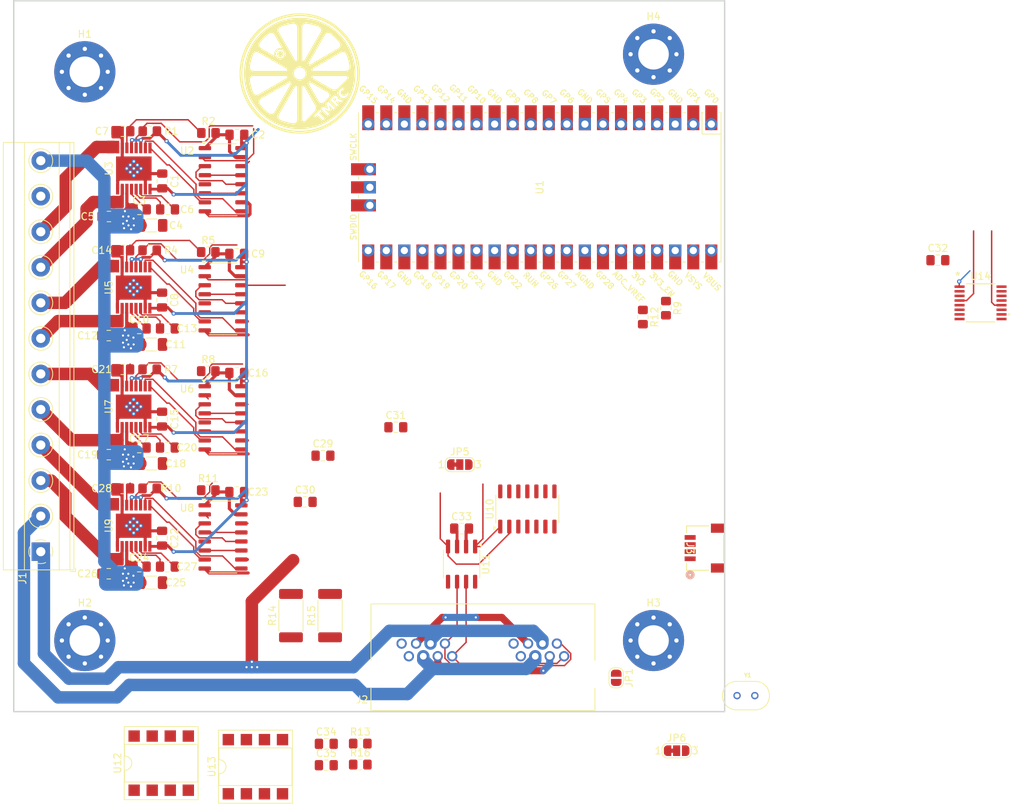
<source format=kicad_pcb>
(kicad_pcb (version 20240108) (generator "pcbnew") (generator_version "8.0")
  (layers (0 "F.Cu" signal) (31 "B.Cu" signal) (34 "B.Paste" user) (35 "F.Paste" user) (36 "B.SilkS" user "B.Silkscreen") (37 "F.SilkS" user "F.Silkscreen") (38 "B.Mask" user) (39 "F.Mask" user) (44 "Edge.Cuts" user))
  (net 0 "")
  (net 1 "+3.3V")
  (net 2 "GND")
  (net 3 "VTRACK")
  (net 4 "Net-(U3-VCP)")
  (net 5 "Net-(U3-CPH)")
  (net 6 "Net-(U3-CPL)")
  (net 7 "/sense_A")
  (net 8 "Net-(U5-VCP)")
  (net 9 "Net-(U5-CPL)")
  (net 10 "Net-(U5-CPH)")
  (net 11 "/sense_B")
  (net 12 "Net-(U7-VCP)")
  (net 13 "Net-(U7-CPL)")
  (net 14 "Net-(U7-CPH)")
  (net 15 "/sense_C")
  (net 16 "Net-(U9-VCP)")
  (net 17 "Net-(U9-CPH)")
  (net 18 "Net-(U9-CPL)")
  (net 19 "/sense_D")
  (net 20 "Net-(U10-OSC2)")
  (net 21 "Net-(U10-OSC1)")
  (net 22 "+5V")
  (net 59 "/out1_B")
  (net 60 "/out1_C")
  (net 61 "/raw_dcc_p")
  (net 62 "/out2_D")
  (net 63 "/out2_A")
  (net 64 "/out1_A")
  (net 65 "/out2_C")
  (net 66 "/out2_B")
  (net 67 "/out1_D")
  (net 68 "/raw_dcc_n")
  (net 69 "/pwr_p")
  (net 70 "/pwr_n")
  (net 71 "/can_shield")
  (net 72 "/sda")
  (net 73 "/scl")
  (net 74 "Net-(JP5-B)")
  (net 75 "/cs-canrx")
  (net 76 "Net-(JP5-A)")
  (net 77 "Net-(JP6-A)")
  (net 78 "Net-(JP6-B)")
  (net 79 "/int-cantx")
  (net 80 "/nFault_A")
  (net 81 "/nFault_B")
  (net 82 "/nFault_C")
  (net 83 "/nFault_D")
  (net 84 "/dcc_p")
  (net 85 "Net-(U12-C)")
  (net 86 "/dcc_n")
  (net 87 "/dcc_en_B")
  (net 88 "/dir_A")
  (net 89 "/copi")
  (net 91 "/dcc_en_A")
  (net 92 "/sck")
  (net 94 "/dir_D")
  (net 95 "/adc0")
  (net 96 "/pwm_A")
  (net 97 "/dcc_en_D")
  (net 98 "/pwm_C")
  (net 101 "/pwm_B")
  (net 102 "/dir_B")
  (net 108 "/adc_sel")
  (net 109 "/adc1")
  (net 110 "/dir_C")
  (net 112 "/pwm_D")
  (net 115 "/cipo")
  (net 116 "/dcc_en_C")
  (net 119 "Net-(U2-2Y)")
  (net 120 "Net-(U2-1Y)")
  (net 121 "Net-(U4-1Y)")
  (net 122 "Net-(U4-2Y)")
  (net 123 "Net-(U6-1Y)")
  (net 124 "Net-(U6-2Y)")
  (net 125 "Net-(U8-1Y)")
  (net 126 "Net-(U8-2Y)")
  (net 136 "/can_h+")
  (net 137 "/can_l-")
  (footprint "Capacitor_SMD:C_1206_3216Metric_Pad1.33x1.80mm_HandSolder" (layer "F.Cu") (at 44.369338 90.105694)
    (property "Reference" "C18")
    (property "Value" "C10u VM")
  )
  (footprint "Capacitor_SMD:C_0805_2012Metric_Pad1.18x1.45mm_HandSolder" (layer "F.Cu") (at 68.97 129.53)
    (property "Reference" "C34")
    (property "Value" "C100n")
  )
  (footprint "Resistor_SMD:R_0805_2012Metric_Pad1.20x1.40mm_HandSolder" (layer "F.Cu") (at 44.14375 43.355694 180)
    (property "Reference" "R1")
    (property "Value" "R47k")
  )
  (footprint "SN3257QPWRQ1:SOIC_PRQ1_TEX" (layer "F.Cu") (at 161 67.5)
    (property "Reference" "U14")
    (property "Value" "SN3257QPWRQ1")
  )
  (footprint "Package_SO:SO-16_3.9x9.9mm_P1.27mm" (layer "F.Cu") (at 54.444338 66.930694)
    (property "Reference" "U4")
    (property "Value" "SN74HC253DR")
  )
  (footprint "Capacitor_SMD:C_0805_2012Metric_Pad1.18x1.45mm_HandSolder" (layer "F.Cu") (at 38.369338 88.855694 180)
    (property "Reference" "C19")
    (property "Value" "C100n VM")
  )
  (footprint "Package_SO:SO-16_3.9x9.9mm_P1.27mm" (layer "F.Cu") (at 54.46875 50.180694)
    (property "Reference" "U2")
    (property "Value" "SN74HC253DR")
  )
  (footprint "Capacitor_SMD:C_0805_2012Metric_Pad1.18x1.45mm_HandSolder" (layer "F.Cu") (at 42.656838 87.855694)
    (property "Reference" "C17")
    (property "Value" "C100n")
  )
  (footprint "MountingHole:MountingHole_4.3mm_M4_Pad_Via" (layer "F.Cu") (at 115 32.530414)
    (property "Reference" "H4")
    (property "Value" "MountingHole_Pad")
  )
  (footprint "Capacitor_SMD:C_0805_2012Metric_Pad1.18x1.45mm_HandSolder" (layer "F.Cu") (at 56.369338 77.355694 180)
    (property "Reference" "C16")
    (property "Value" "C100n")
  )
  (footprint "Capacitor_SMD:C_0805_2012Metric_Pad1.18x1.45mm_HandSolder" (layer "F.Cu") (at 40.331838 76.855694 180)
    (property "Reference" "C21")
    (property "Value" "C22n")
  )
  (footprint "DRV8874:PWP0016J_NV" (layer "F.Cu") (at 41.869338 82.105694 -90)
    (property "Reference" "U7")
    (property "Value" "DRV8874PWPR")
  )
  (footprint "Capacitor_SMD:C_0805_2012Metric_Pad1.18x1.45mm_HandSolder" (layer "F.Cu") (at 40.35625 43.355694 180)
    (property "Reference" "C7")
    (property "Value" "C22n")
  )
  (footprint "Capacitor_SMD:C_0805_2012Metric_Pad1.18x1.45mm_HandSolder" (layer "F.Cu") (at 46.619338 87.855694)
    (property "Reference" "C20")
    (property "Value" "C22n")
  )
  (footprint "DRV8874:PWP0016J_NV" (layer "F.Cu") (at 41.869338 65.355694 -90)
    (property "Reference" "U5")
    (property "Value" "DRV8874PWPR")
  )
  (footprint "MountingHole:MountingHole_4.3mm_M4_Pad_Via" (layer "F.Cu") (at 35 115)
    (property "Reference" "H2")
    (property "Value" "MountingHole_Pad")
  )
  (footprint "Capacitor_SMD:C_0805_2012Metric_Pad1.18x1.45mm_HandSolder" (layer "F.Cu") (at 42.68125 54.355694)
    (property "Reference" "C3")
    (property "Value" "C100n")
  )
  (footprint "Jumper:SolderJumper-2_P1.3mm_Open_RoundedPad1.0x1.5mm" (layer "F.Cu") (at 109.75 120.25 -90)
    (property "Reference" "JP1")
    (property "Value" "SolderJumper_2_Open")
  )
  (footprint "Capacitor_SMD:C_0805_2012Metric_Pad1.18x1.45mm_HandSolder" (layer "F.Cu") (at 68.5 89)
    (property "Reference" "C29")
    (property "Value" "C22p")
  )
  (footprint "Capacitor_SMD:C_0805_2012Metric_Pad1.18x1.45mm_HandSolder" (layer "F.Cu") (at 45.869338 83.855694 90)
    (property "Reference" "C15")
    (property "Value" "C100n")
  )
  (footprint "Capacitor_SMD:C_0805_2012Metric_Pad1.18x1.45mm_HandSolder" (layer "F.Cu") (at 56.39375 43.855694 180)
    (property "Reference" "C2")
    (property "Value" "C100n")
  )
  (footprint "Resistor_SMD:R_0805_2012Metric_Pad1.20x1.40mm_HandSolder" (layer "F.Cu") (at 116.75 68.25 -90)
    (property "Reference" "R9")
    (property "Value" "R2.2k")
  )
  (footprint "Resistor_SMD:R_0805_2012Metric_Pad1.20x1.40mm_HandSolder" (layer "F.Cu") (at 52.39375 43.605694)
    (property "Reference" "R2")
    (property "Value" "R1k430")
  )
  (footprint "Resistor_SMD:R_0805_2012Metric_Pad1.20x1.40mm_HandSolder" (layer "F.Cu") (at 44.119338 93.605694 180)
    (property "Reference" "R10")
    (property "Value" "R47k")
  )
  (footprint "Capacitor_SMD:C_1206_3216Metric_Pad1.33x1.80mm_HandSolder" (layer "F.Cu") (at 44.369338 106.855694)
    (property "Reference" "C25")
    (property "Value" "C10u VM")
  )
  (footprint "Capacitor_SMD:C_0805_2012Metric_Pad1.18x1.45mm_HandSolder" (layer "F.Cu") (at 42.656838 71.105694)
    (property "Reference" "C10")
    (property "Value" "C100n")
  )
  (footprint "Resistor_SMD:R_0805_2012Metric_Pad1.20x1.40mm_HandSolder" (layer "F.Cu") (at 44.119338 76.855694 180)
    (property "Reference" "R7")
    (property "Value" "R47k")
  )
  (footprint "Package_SO:SO-16_3.9x9.9mm_P1.27mm" (layer "F.Cu") (at 54.444338 100.430694)
    (property "Reference" "U8")
    (property "Value" "SN74HC253DR")
  )
  (footprint "RPi_Pico:RPi_Pico_SMD_TH" (layer "F.Cu") (at 99 51.25 -90)
    (property "Reference" "U1")
    (property "Value" "Pico")
  )
  (footprint "Resistor_SMD:R_0805_2012Metric_Pad1.20x1.40mm_HandSolder" (layer "F.Cu") (at 73.75 129.5)
    (property "Reference" "R13")
    (property "Value" "R10k")
  )
  (footprint "Capacitor_SMD:C_0805_2012Metric_Pad1.18x1.45mm_HandSolder" (layer "F.Cu") (at 45.869338 100.605694 90)
    (property "Reference" "C22")
    (property "Value" "C100n")
  )
  (footprint "Capacitor_SMD:C_1206_3216Metric_Pad1.33x1.80mm_HandSolder" (layer "F.Cu") (at 44.369338 73.355694)
    (property "Reference" "C11")
    (property "Value" "C10u VM")
  )
  (footprint "DRV8874:PWP0016J_NV" (layer "F.Cu") (at 41.869338 98.855694 -90)
    (property "Reference" "U9")
    (property "Value" "DRV8874PWPR")
  )
  (footprint "Package_SO:SOIC-14_3.9x8.7mm_P1.27mm" (layer "F.Cu") (at 97.25 96.5 90)
    (property "Reference" "U10")
    (property "Value" "MCP2518FD-xQBB")
  )
  (footprint "Capacitor_SMD:C_0805_2012Metric_Pad1.18x1.45mm_HandSolder" (layer "F.Cu") (at 46.619338 104.605694)
    (property "Reference" "C27")
    (property "Value" "C22n")
  )
  (footprint "Capacitor_SMD:C_1206_3216Metric_Pad1.33x1.80mm_HandSolder" (layer "F.Cu") (at 44.39375 56.605694)
    (property "Reference" "C4")
    (property "Value" "C10u VM")
  )
  (footprint "Capacitor_SMD:C_0805_2012Metric_Pad1.18x1.45mm_HandSolder" (layer "F.Cu") (at 42.656838 104.605694)
    (property "Reference" "C24")
    (property "Value" "C100n")
  )
  (footprint "Capacitor_SMD:C_0805_2012Metric_Pad1.18x1.45mm_HandSolder" (layer "F.Cu") (at 68.97 132.54)
    (property "Reference" "C35")
    (property "Value" "C100n")
  )
  (footprint "SM04B_SRSS_TB:CONN_SM04B-SRSS-TB_JST" (layer "F.Cu") (at 122.25 102 -90)
    (property "Reference" "J3")
    (property "Value" "SM04B-SRSS-TB")
  )
  (footprint "Capacitor_SMD:C_0805_2012Metric_Pad1.18x1.45mm_HandSolder" (layer "F.Cu") (at 38.39375 55.355694 180)
    (property "Reference" "C5")
    (property "Value" "C100n VM")
  )
  (footprint "Capacitor_SMD:C_0805_2012Metric_Pad1.18x1.45mm_HandSolder" (layer "F.Cu") (at 45.89375 50.355694 90)
    (property "Reference" "C1")
    (property "Value" "C100n")
  )
  (footprint "Capacitor_SMD:C_0805_2012Metric_Pad1.18x1.45mm_HandSolder" (layer "F.Cu") (at 45.869338 67.105694 90)
    (property "Reference" "C8")
    (property "Value" "C100n")
  )
  (footprint "Resistor_SMD:R_0805_2012Metric_Pad1.20x1.40mm_HandSolder" (layer "F.Cu") (at 52.369338 77.105694)
    (property "Reference" "R8")
    (property "Value" "R1k430")
  )
  (footprint "Package_SO:SOIC-8_3.9x4.9mm_P1.27mm" (layer "F.Cu") (at 88 104.25 -90)
    (property "Reference" "U11")
    (property "Value" "MCP2562-E-SN")
  )
  (footprint "Resistor_SMD:R_0805_2012Metric_Pad1.20x1.40mm_HandSolder" (layer "F.Cu") (at 73.75 132.45)
    (property "Reference" "R16")
    (property "Value" "R10k")
  )
  (footprint "Capacitor_SMD:C_0805_2012Metric_Pad1.18x1.45mm_HandSolder" (layer "F.Cu") (at 88 99.25)
    (property "Reference" "C33")
    (property "Value" "C100n")
  )
  (footprint "Resistor_SMD:R_0805_2012Metric_Pad1.20x1.40mm_HandSolder" (layer "F.Cu") (at 52.369338 60.355694)
    (property "Reference" "R5")
    (property "Value" "R1k430")
  )
  (footprint "Resistor_SMD:R_0805_2012Metric_Pad1.20x1.40mm_HandSolder" (layer "F.Cu") (at 44.119338 60.105694 180)
    (property "Reference" "R4")
    (property "Value" "R47k")
  )
  (footprint "Capacitor_SMD:C_0805_2012Metric_Pad1.18x1.45mm_HandSolder" (layer "F.Cu") (at 40.331838 93.605694 180)
    (property "Reference" "C28")
    (property "Value" "C22n")
  )
  (footprint "Capacitor_SMD:C_0805_2012Metric_Pad1.18x1.45mm_HandSolder" (layer "F.Cu") (at 66 95.5)
    (property "Reference" "C30")
    (property "Value" "C22p")
  )
  (footprint "Resistor_SMD:R_0805_2012Metric_Pad1.20x1.40mm_HandSolder" (layer "F.Cu") (at 113.5 69.5 -90)
    (property "Reference" "R12")
    (property "Value" "R2.2k")
  )
  (footprint "TerminalBlock_Phoenix:TerminalBlock_Phoenix_MKDS-1,5-12_1x12_P5.00mm_Horizontal" (layer "F.Cu") (at 28.805 102.5 90)
    (property "Reference" "J1")
    (property "Value" "Screw_Terminal_01x12")
  )
  (footprint "MountingHole:MountingHole_4.3mm_M4_Pad_Via" (layer "F.Cu") (at 115 115)
    (property "Reference" "H3")
    (property "Value" "MountingHole_Pad")
  )
  (footprint "Resistor_SMD:R_0805_2012Metric_Pad1.20x1.40mm_HandSolder" (layer "F.Cu") (at 52.369338 93.855694)
    (property "Reference" "R11")
    (property "Value" "R1k430")
  )
  (footprint "Package_SO:SO-16_3.9x9.9mm_P1.27mm" (layer "F.Cu") (at 54.444338 83.680694)
    (property "Reference" "U6")
    (property "Value" "SN74HC253DR")
  )
  (footprint "Package_DIP:DIP-8_W7.62mm_SMDSocket_SmallPads" (layer "F.Cu") (at 59 132.75 90)
    (property "Reference" "U13")
    (property "Value" "6N137")
  )
  (footprint "Jumper:SolderJumper-3_P1.3mm_Bridged12_RoundedPad1.0x1.5mm_NumberLabels" (layer "F.Cu") (at 87.75 90.25)
    (property "Reference" "JP5")
    (property "Value" "SolderJumper_3_Bridged12")
  )
  (footprint "DRV8874:PWP0016J_NV" (layer "F.Cu") (at 41.89375 48.605694 -90)
    (property "Reference" "U3")
    (property "Value" "DRV8874PWPR")
  )
  (footprint "Capacitor_SMD:C_0805_2012Metric_Pad1.18x1.45mm_HandSolder" (layer "F.Cu") (at 56.369338 94.105694 180)
    (property "Reference" "C23")
    (property "Value" "C100n")
  )
  (footprint "RJHSE508002:AMPHENOL_RJHSE508002" (layer "F.Cu") (at 91 119.75)
    (property "Reference" "J2")
    (property "Value" "RJHSE508002")
  )
  (footprint "Capacitor_SMD:C_0805_2012Metric_Pad1.18x1.45mm_HandSolder" (layer "F.Cu") (at 155 61.5)
    (property "Reference" "C32")
    (property "Value" "C100n")
  )
  (footprint "Capacitor_SMD:C_0805_2012Metric_Pad1.18x1.45mm_HandSolder" (layer "F.Cu") (at 38.369338 72.105694 180)
    (property "Reference" "C12")
    (property "Value" "C100n VM")
  )
  (footprint "ECS_400_20_46X:XTAL_ECS-400-20-46X" (layer "F.Cu") (at 128 122.75)
    (property "Reference" "Y1")
    (property "Value" "ECS-400-20-46X")
  )
  (footprint "Capacitor_SMD:C_0805_2012Metric_Pad1.18x1.45mm_HandSolder" (layer "F.Cu") (at 78.75 85)
    (property "Reference" "C31")
    (property "Value" "C100n")
  )
  (footprint "MountingHole:MountingHole_4.3mm_M4_Pad_Via" (layer "F.Cu") (at 35 35)
    (property "Reference" "H1")
    (property "Value" "MountingHole_Pad")
  )
  (footprint "Capacitor_SMD:C_0805_2012Metric_Pad1.18x1.45mm_HandSolder" (layer "F.Cu") (at 56.369338 60.605694 180)
    (property "Reference" "C9")
    (property "Value" "C100n")
  )
  (footprint "Capacitor_SMD:C_0805_2012Metric_Pad1.18x1.45mm_HandSolder" (layer "F.Cu") (at 40.331838 60.105694 180)
    (property "Reference" "C14")
    (property "Value" "C22n")
  )
  (footprint "Resistor_SMD:R_2512_6332Metric_Pad1.40x3.35mm_HandSolder" (layer "F.Cu") (at 69.5 111.5 90)
    (property "Reference" "R15")
    (property "Value" "R2k 1W")
  )
  (footprint "Capacitor_SMD:C_0805_2012Metric_Pad1.18x1.45mm_HandSolder" (layer "F.Cu") (at 38.369338 105.605694 180)
    (property "Reference" "C26")
    (property "Value" "C100n VM")
  )
  (footprint "Jumper:SolderJumper-3_P1.3mm_Bridged12_RoundedPad1.0x1.5mm_NumberLabels" (layer "F.Cu") (at 118.25 130.5)
    (property "Reference" "JP6")
    (property "Value" "SolderJumper_3_Bridged12")
  )
  (footprint "Capacitor_SMD:C_0805_2012Metric_Pad1.18x1.45mm_HandSolder" (layer "F.Cu") (at 46.619338 71.105694)
    (property "Reference" "C13")
    (property "Value" "C22n")
  )
  (footprint "Package_DIP:DIP-8_W7.62mm_SMDSocket_SmallPads" (layer "F.Cu") (at 45.75 132.25 90)
    (property "Reference" "U12")
    (property "Value" "6N137")
  )
  (footprint "Resistor_SMD:R_2512_6332Metric_Pad1.40x3.35mm_HandSolder" (layer "F.Cu") (at 64 111.5 90)
    (property "Reference" "R14")
    (property "Value" "R2k 1W")
  )
  (footprint "Capacitor_SMD:C_0805_2012Metric_Pad1.18x1.45mm_HandSolder" (layer "F.Cu") (at 46.64375 54.355694)
    (property "Reference" "C6")
    (property "Value" "C22n")
  )
  (gr_poly (pts (arc (start 40.019921 61.319017) (mid 39.961352 61.177593) (end 39.819921 61.119039)) (arc (start 38.921871 61.119039) (mid 38.77814 61.060459) (end 38.719556 60.919017)) (arc (start 38.719556 59.569039) (mid 38.778135 59.427618) (end 38.919591 59.369039)) (arc (start 40.269556 59.369039) (mid 40.410983 59.427616) (end 40.469556 59.569017)) (xy 40.469556 60.30206) (xy 40.47008 60.30206) (arc (start 40.47008 62.519373) (mid 40.411501 62.660794) (end 40.270091 62.719373)) (arc (start 40.222257 62.719373) (mid 40.0785 62.660794) (end 40.019921 62.519417))) (fill solid) (layer "F.Cu") (net 2))
  (gr_poly (pts (arc (start 40.044333 44.569017) (mid 39.985764 44.427593) (end 39.844333 44.369039)) (arc (start 38.946283 44.369039) (mid 38.802552 44.310459) (end 38.743968 44.169017)) (arc (start 38.743968 42.819039) (mid 38.802547 42.677618) (end 38.944003 42.619039)) (arc (start 40.293968 42.619039) (mid 40.435395 42.677616) (end 40.493968 42.819017)) (xy 40.493968 43.55206) (xy 40.494492 43.55206) (arc (start 40.494492 45.769373) (mid 40.435913 45.910794) (end 40.294503 45.969373)) (arc (start 40.246669 45.969373) (mid 40.102912 45.910794) (end 40.044333 45.769417))) (fill solid) (layer "F.Cu") (net 2))
  (gr_poly (pts (arc (start 41.119338 70.05605) (mid 41.177907 70.197474) (end 41.319338 70.256028)) (arc (start 42.217388 70.256028) (mid 42.361119 70.314608) (end 42.419703 70.45605)) (arc (start 42.419703 71.806028) (mid 42.361124 71.947449) (end 42.219668 72.006028)) (arc (start 40.869703 72.006028) (mid 40.728276 71.947451) (end 40.669703 71.80605)) (xy 40.669703 71.073007) (xy 40.669179 71.073007) (arc (start 40.669179 68.855694) (mid 40.727758 68.714273) (end 40.869168 68.655694)) (arc (start 40.917002 68.655694) (mid 41.060759 68.714273) (end 41.119338 68.85565))) (fill solid) (layer "F.Cu") (net 3))
  (gr_poly (pts (arc (start 40.019393 68.994911) (mid 39.960824 69.136335) (end 39.819393 69.194889)) (arc (start 38.921343 69.194889) (mid 38.777612 69.253469) (end 38.719028 69.394911)) (arc (start 38.719028 70.744889) (mid 38.777607 70.88631) (end 38.919063 70.944889)) (arc (start 40.269028 70.944889) (mid 40.410455 70.886312) (end 40.469028 70.744911)) (xy 40.469028 70.011868) (xy 40.469552 70.011868) (arc (start 40.469552 67.794555) (mid 40.410973 67.653134) (end 40.269563 67.594555)) (arc (start 40.221729 67.594555) (mid 40.077972 67.653134) (end 40.019393 67.794511))) (fill solid) (layer "F.Cu") (net 66))
  (gr_rect (start 38.068295 78.205321) (end 39.818295 79.955321) (fill solid) (layer "F.Cu") (net 60))
  (gr_poly (pts (arc (start 41.14375 53.30605) (mid 41.202319 53.447474) (end 41.34375 53.506028)) (arc (start 42.2418 53.506028) (mid 42.385531 53.564608) (end 42.444115 53.70605)) (arc (start 42.444115 55.056028) (mid 42.385536 55.197449) (end 42.24408 55.256028)) (arc (start 40.894115 55.256028) (mid 40.752688 55.197451) (end 40.694115 55.05605)) (xy 40.694115 54.323007) (xy 40.693591 54.323007) (arc (start 40.693591 52.105694) (mid 40.75217 51.964273) (end 40.89358 51.905694)) (arc (start 40.941414 51.905694) (mid 41.085171 51.964273) (end 41.14375 52.10565))) (fill solid) (layer "F.Cu") (net 3))
  (gr_poly (pts (arc (start 40.019921 78.069017) (mid 39.961352 77.927593) (end 39.819921 77.869039)) (arc (start 38.921871 77.869039) (mid 38.77814 77.810459) (end 38.719556 77.669017)) (arc (start 38.719556 76.319039) (mid 38.778135 76.177618) (end 38.919591 76.119039)) (arc (start 40.269556 76.119039) (mid 40.410983 76.177616) (end 40.469556 76.319017)) (xy 40.469556 77.05206) (xy 40.47008 77.05206) (arc (start 40.47008 79.269373) (mid 40.411501 79.410794) (end 40.270091 79.469373)) (arc (start 40.222257 79.469373) (mid 40.0785 79.410794) (end 40.019921 79.269417))) (fill solid) (layer "F.Cu") (net 2))
  (gr_poly (pts (arc (start 41.119338 103.55605) (mid 41.177907 103.697474) (end 41.319338 103.756028)) (arc (start 42.217388 103.756028) (mid 42.361119 103.814608) (end 42.419703 103.95605)) (arc (start 42.419703 105.306028) (mid 42.361124 105.447449) (end 42.219668 105.506028)) (arc (start 40.869703 105.506028) (mid 40.728276 105.447451) (end 40.669703 105.30605)) (xy 40.669703 104.573007) (xy 40.669179 104.573007) (arc (start 40.669179 102.355694) (mid 40.727758 102.214273) (end 40.869168 102.155694)) (arc (start 40.917002 102.155694) (mid 41.060759 102.214273) (end 41.119338 102.35565))) (fill solid) (layer "F.Cu") (net 3))
  (gr_rect (start 38.092707 44.705321) (end 39.842707 46.455321) (fill solid) (layer "F.Cu") (net 64))
  (gr_poly (pts (arc (start 40.019393 85.744911) (mid 39.960824 85.886335) (end 39.819393 85.944889)) (arc (start 38.921343 85.944889) (mid 38.777612 86.003469) (end 38.719028 86.144911)) (arc (start 38.719028 87.494889) (mid 38.777607 87.63631) (end 38.919063 87.694889)) (arc (start 40.269028 87.694889) (mid 40.410455 87.636312) (end 40.469028 87.494911)) (xy 40.469028 86.761868) (xy 40.469552 86.761868) (arc (start 40.469552 84.544555) (mid 40.410973 84.403134) (end 40.269563 84.344555)) (arc (start 40.221729 84.344555) (mid 40.077972 84.403134) (end 40.019393 84.544511))) (fill solid) (layer "F.Cu") (net 65))
  (gr_rect (start 38.068295 94.955321) (end 39.818295 96.705321) (fill solid) (layer "F.Cu") (net 67))
  (gr_poly (pts (arc (start 40.019393 102.494911) (mid 39.960824 102.636335) (end 39.819393 102.694889)) (arc (start 38.921343 102.694889) (mid 38.777612 102.753469) (end 38.719028 102.894911)) (arc (start 38.719028 104.244889) (mid 38.777607 104.38631) (end 38.919063 104.444889)) (arc (start 40.269028 104.444889) (mid 40.410455 104.386312) (end 40.469028 104.244911)) (xy 40.469028 103.511868) (xy 40.469552 103.511868) (arc (start 40.469552 101.294555) (mid 40.410973 101.153134) (end 40.269563 101.094555)) (arc (start 40.221729 101.094555) (mid 40.077972 101.153134) (end 40.019393 101.294511))) (fill solid) (layer "F.Cu") (net 62))
  (gr_poly (pts (arc (start 41.119338 86.80605) (mid 41.177907 86.947474) (end 41.319338 87.006028)) (arc (start 42.217388 87.006028) (mid 42.361119 87.064608) (end 42.419703 87.20605)) (arc (start 42.419703 88.556028) (mid 42.361124 88.697449) (end 42.219668 88.756028)) (arc (start 40.869703 88.756028) (mid 40.728276 88.697451) (end 40.669703 88.55605)) (xy 40.669703 87.823007) (xy 40.669179 87.823007) (arc (start 40.669179 85.605694) (mid 40.727758 85.464273) (end 40.869168 85.405694)) (arc (start 40.917002 85.405694) (mid 41.060759 85.464273) (end 41.119338 85.60565))) (fill solid) (layer "F.Cu") (net 3))
  (gr_poly (pts (arc (start 40.019921 94.819017) (mid 39.961352 94.677593) (end 39.819921 94.619039)) (arc (start 38.921871 94.619039) (mid 38.77814 94.560459) (end 38.719556 94.419017)) (arc (start 38.719556 93.069039) (mid 38.778135 92.927618) (end 38.919591 92.869039)) (arc (start 40.269556 92.869039) (mid 40.410983 92.927616) (end 40.469556 93.069017)) (xy 40.469556 93.80206) (xy 40.47008 93.80206) (arc (start 40.47008 96.019373) (mid 40.411501 96.160794) (end 40.270091 96.219373)) (arc (start 40.222257 96.219373) (mid 40.0785 96.160794) (end 40.019921 96.019417))) (fill solid) (layer "F.Cu") (net 2))
  (gr_rect (start 38.068295 61.455321) (end 39.818295 63.205321) (fill solid) (layer "F.Cu") (net 59))
  (gr_poly (pts (arc (start 40.043805 52.244911) (mid 39.985236 52.386335) (end 39.843805 52.444889)) (arc (start 38.945755 52.444889) (mid 38.802024 52.503469) (end 38.74344 52.644911)) (arc (start 38.74344 53.994889) (mid 38.802019 54.13631) (end 38.943475 54.194889)) (arc (start 40.29344 54.194889) (mid 40.434867 54.136312) (end 40.49344 53.994911)) (xy 40.49344 53.261868) (xy 40.493964 53.261868) (arc (start 40.493964 51.044555) (mid 40.435385 50.903134) (end 40.293975 50.844555)) (arc (start 40.246141 50.844555) (mid 40.102384 50.903134) (end 40.043805 51.044511))) (fill solid) (layer "F.Cu") (net 63))
  (gr_poly (pts (arc (start 38 87.5) (mid 37.292893 87.792893) (end 37 88.5)) (arc (start 37 90) (mid 37.292893 90.707107) (end 38 91)) (arc (start 42.25 91) (mid 42.957107 90.707107) (end 43.25 90)) (arc (start 43.25 88.5) (mid 42.957107 87.792893) (end 42.25 87.5))) (fill solid) (layer "B.Cu") (net 3))
  (gr_poly (pts (arc (start 38 104.5) (mid 37.292893 104.792893) (end 37 105.5)) (arc (start 37 107) (mid 37.292893 107.707107) (end 38 108)) (arc (start 42.25 108) (mid 42.957107 107.707107) (end 43.25 107)) (arc (start 43.25 105.5) (mid 42.957107 104.792893) (end 42.25 104.5))) (fill solid) (layer "B.Cu") (net 3))
  (gr_poly (pts (arc (start 38 71) (mid 37.292893 71.292893) (end 37 72)) (arc (start 37 73.5) (mid 37.292893 74.207107) (end 38 74.5)) (arc (start 42.25 74.5) (mid 42.957107 74.207107) (end 43.25 73.5)) (arc (start 43.25 72) (mid 42.957107 71.292893) (end 42.25 71))) (fill solid) (layer "B.Cu") (net 3))
  (gr_poly (pts (arc (start 38 54.25) (mid 37.292893 54.542893) (end 37 55.25)) (arc (start 37 56.75) (mid 37.292893 57.457107) (end 38 57.75)) (arc (start 42.25 57.75) (mid 42.957107 57.457107) (end 43.25 56.75)) (arc (start 43.25 55.25) (mid 42.957107 54.542893) (end 42.25 54.25))) (fill solid) (layer "B.Cu") (net 3))
  (gr_poly (pts (xy 65.669336 26.777928) (xy 66.099308 26.810623) (xy 66.523029 26.864465) (xy 66.939967 26.938922) (xy 67.349589 27.033462) (xy 67.751364 27.147553) (xy 68.14476 27.280664) (xy 68.529244 27.432262) (xy 68.904286 27.601815) (xy 69.269352 27.788791) (xy 69.623911 27.992658) (xy 69.967431 28.212885) (xy 70.299379 28.448938) (xy 70.619225 28.700287) (xy 70.926435 28.966399) (xy 71.220478 29.246743) (xy 71.500821 29.540785) (xy 71.766934 29.847994) (xy 72.018283 30.167839) (xy 72.254337 30.499787) (xy 72.474564 30.843306) (xy 72.678432 31.197864) (xy 72.865408 31.56293) (xy 73.034961 31.937971) (xy 73.18656 32.322454) (xy 73.31967 32.71585) (xy 73.433762 33.117624) (xy 73.528303 33.527245) (xy 73.60276 33.944182) (xy 73.656602 34.367902) (xy 73.689297 34.797873) (xy 73.700312 35.233563) (xy 73.689297 35.669253) (xy 73.656602 36.099224) (xy 73.602759 36.522944) (xy 73.528302 36.939881) (xy 73.433761 37.349503) (xy 73.31967 37.751277) (xy 73.186559 38.144672) (xy 73.034961 38.529156) (xy 72.865407 38.904197) (xy 72.678431 39.269262) (xy 72.474563 39.62382) (xy 72.254336 39.96734) (xy 72.018282 40.299287) (xy 71.766933 40.619132) (xy 71.500821 40.926342) (xy 71.220477 41.220384) (xy 70.926434 41.500727) (xy 70.619224 41.766839) (xy 70.299379 42.018188) (xy 69.96743 42.254242) (xy 69.623911 42.474468) (xy 69.269352 42.678335) (xy 68.904285 42.865311) (xy 68.529244 43.034864) (xy 68.14476 43.186462) (xy 67.751364 43.319573) (xy 67.349589 43.433664) (xy 66.939967 43.528204) (xy 66.523029 43.602661) (xy 66.099308 43.656503) (xy 65.669336 43.689198) (xy 65.233645 43.700214) (xy 64.797954 43.689198) (xy 64.367983 43.656503) (xy 63.944262 43.602661) (xy 63.527325 43.528204) (xy 63.117703 43.433664) (xy 62.715928 43.319573) (xy 62.322532 43.186462) (xy 61.938047 43.034864) (xy 61.563006 42.865311) (xy 61.19794 42.678335) (xy 60.843381 42.474468) (xy 60.499861 42.254242) (xy 60.167913 42.018188) (xy 59.848068 41.766839) (xy 59.540858 41.500727) (xy 59.246815 41.220384) (xy 58.966471 40.926342) (xy 58.700359 40.619132) (xy 58.449009 40.299287) (xy 58.212955 39.96734) (xy 57.992728 39.62382) (xy 57.788861 39.269262) (xy 57.601884 38.904197) (xy 57.432331 38.529156) (xy 57.280733 38.144672) (xy 57.147622 37.751277) (xy 57.03353 37.349503) (xy 56.93899 36.939881) (xy 56.864533 36.522944) (xy 56.810691 36.099224) (xy 56.777996 35.669253) (xy 56.76698 35.233563) (xy 57.158962 35.233563) (xy 57.169468 35.649083) (xy 57.200649 36.059148) (xy 57.251998 36.463252) (xy 57.323007 36.860886) (xy 57.41317 37.251544) (xy 57.52198 37.634718) (xy 57.648927 38.0099) (xy 57.793507 38.376584) (xy 57.95521 38.734262) (xy 58.133529 39.082426) (xy 58.327958 39.42057) (xy 58.537989 39.748185) (xy 58.763114 40.064765) (xy 59.002826 40.369801) (xy 59.256618 40.662788) (xy 59.523983 40.943217) (xy 59.804412 41.210581) (xy 60.097399 41.464372) (xy 60.402436 41.704084) (xy 60.719017 41.929209) (xy 61.046632 42.139239) (xy 61.384776 42.333668) (xy 61.732941 42.511987) (xy 62.090619 42.67369) (xy 62.457304 42.818269) (xy 62.832487 42.945217) (xy 63.215661 43.054026) (xy 63.606319 43.144188) (xy 64.003954 43.215198) (xy 64.408059 43.266547) (xy 64.818125 43.297728) (xy 65.233645 43.308233) (xy 65.649166 43.297728) (xy 66.059232 43.266547) (xy 66.463337 43.215198) (xy 66.860972 43.144188) (xy 67.25163 43.054026) (xy 67.634804 42.945217) (xy 68.009988 42.818269) (xy 68.376672 42.67369) (xy 68.73435 42.511987) (xy 69.082515 42.333668) (xy 69.420659 42.139239) (xy 69.748275 41.929209) (xy 70.064855 41.704084) (xy 70.369893 41.464372) (xy 70.66288 41.210581) (xy 70.943309 40.943217) (xy 71.210674 40.662788) (xy 71.464466 40.369801) (xy 71.704178 40.064765) (xy 71.929303 39.748185) (xy 72.139334 39.42057) (xy 72.333763 39.082426) (xy 72.512082 38.734262) (xy 72.673786 38.376584) (xy 72.818365 38.0099) (xy 72.945313 37.634718) (xy 73.054122 37.251544) (xy 73.144285 36.860886) (xy 73.215294 36.463252) (xy 73.266643 36.059148) (xy 73.297824 35.649083) (xy 73.308329 35.233563) (xy 73.297824 34.818043) (xy 73.266643 34.407978) (xy 73.215294 34.003874) (xy 73.144285 33.60624) (xy 73.054122 33.215582) (xy 72.945313 32.832408) (xy 72.818365 32.457226) (xy 72.673786 32.090542) (xy 72.512082 31.732865) (xy 72.333763 31.3847) (xy 72.139334 31.046557) (xy 71.929303 30.718942) (xy 71.704178 30.402362) (xy 71.464466 30.097325) (xy 71.210674 29.804339) (xy 70.943309 29.52391) (xy 70.66288 29.256546) (xy 70.369893 29.002754) (xy 70.064855 28.763043) (xy 69.748275 28.537918) (xy 69.420659 28.327887) (xy 69.082515 28.133459) (xy 68.73435 27.95514) (xy 68.376672 27.793437) (xy 68.009988 27.648858) (xy 67.634804 27.52191) (xy 67.25163 27.413101) (xy 66.860972 27.322938) (xy 66.463337 27.251929) (xy 66.059232 27.20058) (xy 65.649166 27.169399) (xy 65.233645 27.158894) (xy 64.818125 27.169399) (xy 64.408059 27.20058) (xy 64.003954 27.251929) (xy 63.606319 27.322938) (xy 63.215661 27.413101) (xy 62.832487 27.52191) (xy 62.457304 27.648858) (xy 62.090619 27.793437) (xy 61.732941 27.955139) (xy 61.384776 28.133459) (xy 61.046632 28.327887) (xy 60.719017 28.537918) (xy 60.402436 28.763042) (xy 60.097399 29.002754) (xy 59.804412 29.256546) (xy 59.523983 29.52391) (xy 59.256618 29.804339) (xy 59.002826 30.097325) (xy 58.763114 30.402362) (xy 58.537989 30.718942) (xy 58.327958 31.046557) (xy 58.133529 31.3847) (xy 57.95521 31.732865) (xy 57.793506 32.090542) (xy 57.648927 32.457226) (xy 57.52198 32.832408) (xy 57.41317 33.215582) (xy 57.323007 33.60624) (xy 57.251998 34.003874) (xy 57.200649 34.407978) (xy 57.169468 34.818043) (xy 57.158962 35.233563) (xy 56.76698 35.233563) (xy 56.777996 34.797873) (xy 56.810691 34.367902) (xy 56.864533 33.944182) (xy 56.93899 33.527245) (xy 57.03353 33.117624) (xy 57.147622 32.715849) (xy 57.280733 32.322454) (xy 57.432331 31.93797) (xy 57.601884 31.56293) (xy 57.788861 31.197864) (xy 57.992728 30.843306) (xy 58.212955 30.499787) (xy 58.449009 30.167839) (xy 58.700358 29.847994) (xy 58.966471 29.540785) (xy 59.246815 29.246742) (xy 59.540857 28.966399) (xy 59.848067 28.700287) (xy 60.167913 28.448938) (xy 60.499861 28.212885) (xy 60.843381 27.992658) (xy 61.19794 27.788791) (xy 61.563006 27.601815) (xy 61.938047 27.432262) (xy 62.322532 27.280664) (xy 62.715927 27.147553) (xy 63.117702 27.033462) (xy 63.527325 26.938922) (xy 63.944262 26.864464) (xy 64.367983 26.810622) (xy 64.797954 26.777928) (xy 65.233645 26.766912)) (stroke (width -0.000001)) (fill solid) (layer "F.SilkS"))
  (gr_poly (pts (xy 65.637015 27.405294) (xy 66.035089 27.435564) (xy 66.427375 27.485411) (xy 66.813381 27.554344) (xy 67.192613 27.64187) (xy 67.56458 27.747496) (xy 67.928789 27.870729) (xy 68.284748 28.011078) (xy 68.631963 28.16805) (xy 68.969943 28.341152) (xy 69.298195 28.529892) (xy 69.616227 28.733778) (xy 69.923546 28.952316) (xy 70.219659 29.185015) (xy 70.504074 29.431381) (xy 70.776299 29.690923) (xy 71.035841 29.963147) (xy 71.282208 30.247562) (xy 71.514907 30.543675) (xy 71.733445 30.850993) (xy 71.93733 31.169024) (xy 72.12607 31.497276) (xy 72.299172 31.835255) (xy 72.456144 32.18247) (xy 72.596493 32.538428) (xy 72.719727 32.902636) (xy 72.825353 33.274602) (xy 72.912878 33.653834) (xy 72.981811 34.039838) (xy 73.031658 34.432123) (xy 73.061928 34.830196) (xy 73.072127 35.233564) (xy 73.06761 35.465136) (xy 73.056278 35.696118) (xy 73.038168 35.926365) (xy 73.013314 36.155731) (xy 72.981751 36.384071) (xy 72.943516 36.61124) (xy 72.898643 36.83709) (xy 72.847167 37.061478) (xy 72.789124 37.284257) (xy 72.72455 37.505281) (xy 72.653478 37.724406) (xy 72.575946 37.941485) (xy 72.491987 38.156373) (xy 72.401637 38.368924) (xy 72.304932 38.578993) (xy 72.201907 38.786434) (xy 72.155472 38.871264) (xy 72.014154 39.127847) (xy 71.863734 39.378363) (xy 71.704422 39.622599) (xy 71.53643 39.86034) (xy 71.359972 40.091372) (xy 71.175258 40.315481) (xy 70.982502 40.532452) (xy 70.781915 40.742071) (xy 70.57371 40.944125) (xy 70.358098 41.138398) (xy 70.135292 41.324676) (xy 69.905503 41.502747) (xy 69.668945 41.672394) (xy 69.425829 41.833404) (xy 69.176368 41.985563) (xy 68.920772 42.128656) (xy 68.865516 42.158878) (xy 68.831272 42.177298) (xy 68.62165 42.28313) (xy 68.40929 42.382482) (xy 68.194344 42.475316) (xy 67.976963 42.561596) (xy 67.757298 42.641283) (xy 67.535502 42.71434) (xy 67.311726 42.780729) (xy 67.086121 42.840414) (xy 66.85884 42.893357) (xy 66.630033 42.93952) (xy 66.399852 42.978867) (xy 66.168449 43.011358) (xy 65.935975 43.036958) (xy 65.702582 43.055629) (xy 65.468422 43.067333) (xy 65.233645 43.072032) (xy 64.830276 43.061833) (xy 64.432202 43.031563) (xy 64.039916 42.981715) (xy 63.65391 42.912783) (xy 63.274678 42.825257) (xy 62.902711 42.719631) (xy 62.538502 42.596398) (xy 62.182544 42.456049) (xy 61.835328 42.299077) (xy 61.497348 42.125975) (xy 61.169096 41.937235) (xy 60.851065 41.73335) (xy 60.543746 41.514812) (xy 60.276306 41.304647) (xy 62.226199 41.304647) (xy 62.226628 41.33243) (xy 62.22849 41.360014) (xy 62.23177 41.387344) (xy 62.236457 41.414364) (xy 62.242539 41.441021) (xy 62.250003 41.46726) (xy 62.258836 41.493026) (xy 62.269026 41.518265) (xy 62.280561 41.542922) (xy 62.293428 41.566944) (xy 62.307615 41.590274) (xy 62.32311 41.612859) (xy 62.339899 41.634644) (xy 62.357971 41.655574) (xy 62.377313 41.675596) (xy 62.397913 41.694654) (xy 62.419758 41.712694) (xy 62.442837 41.729661) (xy 62.467135 41.745501) (xy 62.492642 41.760159) (xy 62.519344 41.773581) (xy 62.54723 41.785712) (xy 62.757368 41.86649) (xy 62.969796 41.940497) (xy 63.18435 42.007691) (xy 63.400871 42.068027) (xy 63.619197 42.121465) (xy 63.839167 42.16796) (xy 64.06062 42.207471) (xy 64.283393 42.239954) (xy 64.313656 42.243034) (xy 64.343536 42.244407) (xy 64.372997 42.244116) (xy 64.401999 42.242203) (xy 64.430506 42.238708) (xy 64.45848 42.233674) (xy 64.485881 42.227141) (xy 64.512673 42.219152) (xy 64.538817 42.209748) (xy 64.564276 42.198971) (xy 64.589011 42.186861) (xy 64.612984 42.173461) (xy 64.636158 42.158812) (xy 64.658495 42.142956) (xy 64.679957 42.125934) (xy 64.700505 42.107787) (xy 64.720101 42.088558) (xy 64.738709 42.068287) (xy 64.756289 42.047017) (xy 64.772804 42.024788) (xy 64.788217 42.001643) (xy 64.802488 41.977622) (xy 64.81558 41.952768) (xy 64.827455 41.927121) (xy 64.838075 41.900725) (xy 64.847402 41.873619) (xy 64.855399 41.845845) (xy 64.862026 41.817446) (xy 64.867247 41.788462) (xy 64.871023 41.758935) (xy 64.873317 41.728906) (xy 64.87409 41.698418) (xy 64.87409 37.168438) (xy 65.593201 37.168438) (xy 65.593201 41.717225) (xy 65.59396 41.737418) (xy 65.596202 41.756944) (xy 65.599857 41.775773) (xy 65.604858 41.793877) (xy 65.611135 41.811228) (xy 65.61862 41.827797) (xy 65.627245 41.843556) (xy 65.63694 41.858476) (xy 65.647638 41.872529) (xy 65.659269 41.885686) (xy 65.671765 41.89792) (xy 65.685058 41.909201) (xy 65.699079 41.919502) (xy 65.713759 41.928793) (xy 65.729029 41.937046) (xy 65.744822 41.944234) (xy 65.761068 41.950326) (xy 65.777699 41.955296) (xy 65.794647 41.959115) (xy 65.811842 41.961753) (xy 65.829217 41.963183) (xy 65.846702 41.963377) (xy 65.86423 41.962305) (xy 65.881731 41.95994) (xy 65.899136 41.956253) (xy 65.916378 41.951215) (xy 65.933388 41.944798) (xy 65.950097 41.936974) (xy 65.966436 41.927714) (xy 65.982338 41.91699) (xy 65.997732 41.904773) (xy 66.012552 41.891036) (xy 66.694885 41.208634) (xy 67.242719 41.208634) (xy 67.424701 41.390616) (xy 67.734966 41.080351) (xy 68.486893 41.832277) (xy 68.727763 41.591406) (xy 67.975837 40.839481) (xy 68.285454 40.529865) (xy 68.103472 40.347883) (xy 67.242719 41.208634) (xy 66.694885 41.208634) (xy 67.27307 40.63039) (xy 67.317128 40.582484) (xy 67.356529 40.531722) (xy 67.391231 40.478419) (xy 67.421193 40.422889) (xy 67.446372 40.365447) (xy 67.466729 40.306409) (xy 67.482221 40.24609) (xy 67.486147 40.223362) (xy 68.227993 40.223362) (xy 69.161902 41.15727) (xy 69.390191 40.928981) (xy 68.70714 40.245931) (xy 69.425861 40.534276) (xy 69.578529 40.381608) (xy 69.290055 39.662887) (xy 69.973236 40.345937) (xy 70.200876 40.118297) (xy 69.266967 39.18439) (xy 68.961112 39.490244) (xy 69.246992 40.203906) (xy 68.534497 39.916859) (xy 68.227993 40.223362) (xy 67.486147 40.223362) (xy 67.492807 40.184804) (xy 67.498446 40.122866) (xy 67.499095 40.060592) (xy 67.494715 39.998296) (xy 67.485262 39.936294) (xy 67.470696 39.8749) (xy 67.450976 39.81443) (xy 67.426059 39.755198) (xy 67.395905 39.69752) (xy 65.889717 37.088933) (xy 65.88512 37.081462) (xy 65.880145 37.074292) (xy 65.874808 37.067434) (xy 65.869124 37.060901) (xy 65.86311 37.054703) (xy 65.856781 37.048852) (xy 65.850155 37.043358) (xy 65.843245 37.038234) (xy 65.83607 37.033491) (xy 65.828644 37.029139) (xy 65.820983 37.02519) (xy 65.813104 37.021656) (xy 65.805023 37.018547) (xy 65.796755 37.015875) (xy 65.788316 37.013651) (xy 65.779723 37.011886) (xy 65.779723 37.011879) (xy 65.770624 37.010536) (xy 65.761588 37.009719) (xy 65.752629 37.009418) (xy 65.743762 37.009618) (xy 65.735002 37.010308) (xy 65.726364 37.011475) (xy 65.717863 37.013107) (xy 65.709513 37.015192) (xy 65.701329 37.017716) (xy 65.693327 37.020667) (xy 65.68552 37.024033) (xy 65.677925 37.027802) (xy 65.670556 37.03196) (xy 65.663427 37.036496) (xy 65.656553 37.041397) (xy 65.64995 37.04665) (xy 65.643633 37.052243) (xy 65.637615 37.058163) (xy 65.631913 37.064398) (xy 65.62654 37.070936) (xy 65.621512 37.077764) (xy 65.616843 37.084869) (xy 65.612549 37.092239) (xy 65.608644 37.099862) (xy 65.605143 37.107725) (xy 65.602061 37.115816) (xy 65.599413 37.124121) (xy 65.597214 37.132629) (xy 65.595478 37.141328) (xy 65.594221 37.150204) (xy 65.593456 37.159245) (xy 65.593201 37.168438) (xy 64.87409 37.168438) (xy 64.87409 37.168315) (xy 64.873835 37.159122) (xy 64.873071 37.150081) (xy 64.871814 37.141207) (xy 64.870079 37.132511) (xy 64.86788 37.124005) (xy 64.865233 37.115703) (xy 64.862151 37.107616) (xy 64.85865 37.099757) (xy 64.854746 37.092139) (xy 64.850452 37.084773) (xy 64.845783 37.077673) (xy 64.840755 37.070851) (xy 64.835382 37.064318) (xy 64.82968 37.058089) (xy 64.823662 37.052174) (xy 64.817344 37.046587) (xy 64.810741 37.04134) (xy 64.803868 37.036446) (xy 64.796739 37.031916) (xy 64.789369 37.027764) (xy 64.781773 37.024001) (xy 64.773967 37.02064) (xy 64.765964 37.017694) (xy 64.75778 37.015175) (xy 64.74943 37.013095) (xy 64.740929 37.011467) (xy 64.73229 37.010304) (xy 64.72353 37.009617) (xy 64.714663 37.009419) (xy 64.705704 37.009723) (xy 64.696667 37.010542) (xy 64.687569 37.011886) (xy 64.687569 37.011887) (xy 64.678975 37.01365) (xy 64.670537 37.01587) (xy 64.662269 37.018536) (xy 64.654187 37.021636) (xy 64.646308 37.025161) (xy 64.638647 37.029099) (xy 64.631221 37.033439) (xy 64.624045 37.03817) (xy 64.617136 37.043282) (xy 64.610509 37.048764) (xy 64.604181 37.054604) (xy 64.598167 37.060792) (xy 64.592483 37.067317) (xy 64.587146 37.074168) (xy 64.582171 37.081334) (xy 64.577575 37.088805) (xy 62.303376 41.02782) (xy 62.288806 41.054602) (xy 62.275791 41.081729) (xy 62.264321 41.109148) (xy 62.254381 41.136803) (xy 62.24596 41.16464) (xy 62.239045 41.192605) (xy 62.233624 41.220642) (xy 62.229684 41.248698) (xy 62.227213 41.276718) (xy 62.226199 41.304647) (xy 60.276306 41.304647) (xy 60.247633 41.282114) (xy 59.963217 41.035748) (xy 59.690993 40.776207) (xy 59.431451 40.503982) (xy 59.185084 40.219567) (xy 58.952385 39.923455) (xy 58.733847 39.616137) (xy 58.529962 39.298106) (xy 58.496407 39.239748) (xy 59.535778 39.239748) (xy 59.53629 39.267118) (xy 59.538304 39.2945) (xy 59.541837 39.321839) (xy 59.546905 39.349083) (xy 59.553524 39.376177) (xy 59.561712 39.403068) (xy 59.571486 39.429704) (xy 59.582861 39.456029) (xy 59.595855 39.481991) (xy 59.610485 39.507537) (xy 59.626767 39.532612) (xy 59.644717 39.557164) (xy 59.784922 39.73246) (xy 59.930495 39.903097) (xy 60.081317 40.068956) (xy 60.237271 40.229921) (xy 60.398238 40.385873) (xy 60.564099 40.536696) (xy 60.734738 40.68227) (xy 60.910034 40.82248) (xy 60.934586 40.84043) (xy 60.959661 40.856712) (xy 60.985207 40.871342) (xy 61.011169 40.884336) (xy 61.037495 40.895711) (xy 61.06413 40.905485) (xy 61.091022 40.913673) (xy 61.118116 40.920292) (xy 61.14536 40.92536) (xy 61.172699 40.928893) (xy 61.200081 40.930907) (xy 61.227451 40.931419) (xy 61.254756 40.930446) (xy 61.281944 40.928005) (xy 61.308959 40.924113) (xy 61.33575 40.918786) (xy 61.362261 40.91204) (xy 61.388441 40.903893) (xy 61.414234 40.894361) (xy 61.439589 40.883462) (xy 61.46445 40.87121) (xy 61.488766 40.857625) (xy 61.512482 40.842721) (xy 61.535544 40.826516) (xy 61.5579 40.809027) (xy 61.579495 40.79027) (xy 61.600277 40.770262) (xy 61.620192 40.74902) (xy 61.639186 40.72656) (xy 61.657205 40.702899) (xy 61.674197 40.678054) (xy 61.690108 40.652042) (xy 63.954968 36.729378) (xy 63.959932 36.72011) (xy 63.964216 36.710714) (xy 63.967834 36.701215) (xy 63.970798 36.691638) (xy 63.97312 36.682007) (xy 63.974813 36.672347) (xy 63.975888 36.662684) (xy 63.976317 36.653889) (xy 66.491272 36.653889) (xy 66.491702 36.662436) (xy 66.492601 36.670989) (xy 66.493975 36.67953) (xy 66.495832 36.68804) (xy 66.498178 36.696502) (xy 66.501019 36.704898) (xy 66.504363 36.713208) (xy 66.508214 36.721416) (xy 66.512582 36.729502) (xy 67.922266 39.171152) (xy 67.936882 39.194816) (xy 67.952636 39.217228) (xy 67.969464 39.238379) (xy 67.9873 39.258261) (xy 68.006084 39.276865) (xy 68.025749 39.294184) (xy 68.046233 39.310208) (xy 68.067472 39.324929) (xy 68.089402 39.338338) (xy 68.111959 39.350428) (xy 68.13508 39.36119) (xy 68.158701 39.370615) (xy 68.182759 39.378695) (xy 68.207189 39.385421) (xy 68.231928 39.390786) (xy 68.256912 39.39478) (xy 68.282077 39.397396) (xy 68.30736 39.398624) (xy 68.332698 39.398457) (xy 68.358025 39.396886) (xy 68.383279 39.393902) (xy 68.408396 39.389498) (xy 68.433312 39.383664) (xy 68.457963 39.376392) (xy 68.482287 39.367674) (xy 68.506218 39.357502) (xy 68.529693 39.345867) (xy 68.552649 39.33276) (xy 68.575022 39.318173) (xy 68.596748 39.302098) (xy 68.617763 39.284527) (xy 68.638004 39.26545) (xy 68.954877 38.948577) (xy 69.502777 38.948577) (xy 70.436686 39.882485) (xy 70.677558 39.641614) (xy 70.324098 39.288156) (xy 70.392326 39.220059) (xy 70.399683 39.212902) (xy 70.407055 39.206129) (xy 70.414441 39.199742) (xy 70.421841 39.193741) (xy 70.429256 39.188125) (xy 70.436685 39.182894) (xy 70.444129 39.17805) (xy 70.451588 39.173591) (xy 70.459061 39.169519) (xy 70.466549 39.165832) (xy 70.474052 39.162532) (xy 70.481569 39.159619) (xy 70.489102 39.157092) (xy 70.496649 39.154952) (xy 70.504211 39.153198) (xy 70.511788 39.151832) (xy 70.51962 39.15076) (xy 70.527788 39.150045) (xy 70.536294 39.149688) (xy 70.545138 39.149688) (xy 70.554318 39.150045) (xy 70.563836 39.150759) (xy 70.573691 39.15183) (xy 70.583883 39.153258) (xy 70.594412 39.155042) (xy 70.605278 39.157183) (xy 70.616482 39.159681) (xy 70.628023 39.162535) (xy 70.639901 39.165746) (xy 70.652116 39.169313) (xy 70.677558 39.177515) (xy 71.023494 39.29568) (xy 71.27993 39.039244) (xy 70.883926 38.904736) (xy 70.854401 38.895204) (xy 70.82619 38.886937) (xy 70.79929 38.879937) (xy 70.786332 38.876913) (xy 70.773702 38.874207) (xy 70.761399 38.871818) (xy 70.749423 38.869747) (xy 70.737774 38.867994) (xy 70.726453 38.86656) (xy 70.715458 38.865443) (xy 70.70479 38.864646) (xy 70.694448 38.864167) (xy 70.684433 38.864007) (xy 70.674651 38.864006) (xy 70.665009 38.864313) (xy 70.655507 38.864929) (xy 70.646147 38.865854) (xy 70.636927 38.867088) (xy 70.627848 38.86863) (xy 70.61891 38.87048) (xy 70.610114 38.872639) (xy 70.60146 38.875105) (xy 70.592947 38.877879) (xy 70.584577 38.880961) (xy 70.576349 38.884349) (xy 70.568264 38.888046) (xy 70.560321 38.892049) (xy 70.552522 38.896358) (xy 70.544865 38.900975) (xy 70.552306 38.886253) (xy 70.559147 38.871643) (xy 70.565387 38.857146) (xy 70.571027 38.842761) (xy 70.576066 38.828489) (xy 70.580504 38.814329) (xy 70.584342 38.800281) (xy 70.587578 38.786346) (xy 70.590213 38.772524) (xy 70.592247 38.758813) (xy 70.59368 38.745215) (xy 70.594512 38.73173) (xy 70.594741 38.718357) (xy 70.59437 38.705096) (xy 70.593396 38.691948) (xy 70.591821 38.678912) (xy 70.589718 38.6659) (xy 70.587006 38.652982) (xy 70.583684 38.640157) (xy 70.579753 38.627425) (xy 70.575212 38.614786) (xy 70.570061 38.60224) (xy 70.5643 38.589787) (xy 70.557928 38.577426) (xy 70.550945 38.565159) (xy 70.543351 38.552984) (xy 70.535146 38.540903) (xy 70.526329 38.528913) (xy 70.5169 38.517017) (xy 70.506859 38.505213) (xy 70.496205 38.493502) (xy 70.484939 38.481884) (xy 70.470255 38.467715) (xy 70.455485 38.454493) (xy 70.440628 38.442218) (xy 70.425685 38.430889) (xy 70.410656 38.420507) (xy 70.395541 38.411071) (xy 70.38034 38.402581) (xy 70.365053 38.395038) (xy 70.34968 38.388442) (xy 70.334221 38.382793) (xy 70.318676 38.37809) (xy 70.303044 38.374334) (xy 70.287327 38.371524) (xy 70.271524 38.369662) (xy 70.255634 38.368746) (xy 70.239659 38.368777) (xy 70.239658 38.368776) (xy 70.235078 38.36896) (xy 70.230491 38.369221) (xy 70.225897 38.369561) (xy 70.221296 38.369977) (xy 70.216687 38.370471) (xy 70.212072 38.371041) (xy 70.20745 38.371687) (xy 70.202821 38.372408) (xy 70.184223 38.376008) (xy 70.165336 38.380863) (xy 70.146161 38.386975) (xy 70.126697 38.394343) (xy 70.106944 38.402966) (xy 70.086902 38.412846) (xy 70.066572 38.423982) (xy 70.045954 38.436374) (xy 70.025047 38.450022) (xy 70.003852 38.464926) (xy 69.982369 38.481086) (xy 69.960598 38.498501) (xy 69.938539 38.517173) (xy 69.916192 38.5371) (xy 69.893557 38.558283) (xy 69.870634 38.580721) (xy 69.502777 38.948577) (xy 68.954877 38.948577) (xy 69.265539 38.637916) (xy 69.284616 38.617675) (xy 69.302187 38.59666) (xy 69.318262 38.574934) (xy 69.332849 38.552561) (xy 69.345956 38.529606) (xy 69.357591 38.50613) (xy 69.367764 38.482199) (xy 69.376481 38.457876) (xy 69.383753 38.433225) (xy 69.389587 38.408309) (xy 69.393992 38.383192) (xy 69.396975 38.357938) (xy 69.398547 38.33261) (xy 69.398714 38.307273) (xy 69.397485 38.28199) (xy 69.39487 38.256825) (xy 69.390876 38.231841) (xy 69.385511 38.207102) (xy 69.378784 38.182672) (xy 69.370704 38.158614) (xy 69.361279 38.134993) (xy 69.350518 38.111872) (xy 69.338428 38.089315) (xy 69.325018 38.067385) (xy 69.310297 38.046146) (xy 69.294273 38.025662) (xy 69.276955 38.005997) (xy 69.264347 37.993268) (xy 70.685729 37.993268) (xy 70.685846 38.026411) (xy 70.68776 38.059223) (xy 70.691473 38.091702) (xy 70.696983 38.12385) (xy 70.704291 38.155665) (xy 70.713398 38.187148) (xy 70.724303 38.218299) (xy 70.737006 38.249118) (xy 70.751507 38.279604) (xy 70.767807 38.309758) (xy 70.785905 38.339579) (xy 70.805803 38.369068) (xy 70.827499 38.398225) (xy 70.850994 38.427049) (xy 70.876288 38.45554) (xy 70.903381 38.483699) (xy 70.931467 38.510721) (xy 70.959895 38.535955) (xy 70.988665 38.559403) (xy 71.017778 38.581063) (xy 71.047233 38.600936) (xy 71.07703 38.619021) (xy 71.107169 38.635318) (xy 71.13765 38.649827) (xy 71.168473 38.662547) (xy 71.199639 38.673478) (xy 71.231146 38.68262) (xy 71.262996 38.689972) (xy 71.295187 38.695535) (xy 71.327721 38.699307) (xy 71.360596 38.70129) (xy 71.393813 38.701481) (xy 71.426993 38.699812) (xy 71.459913 38.69637) (xy 71.492574 38.691153) (xy 71.524975 38.684163) (xy 71.557117 38.675398) (xy 71.588999 38.66486) (xy 71.620623 38.652548) (xy 71.651987 38.638462) (xy 71.683092 38.622601) (xy 71.713939 38.604967) (xy 71.744526 38.585559) (xy 71.774855 38.564377) (xy 71.804925 38.541421) (xy 71.834736 38.516691) (xy 71.864289 38.490186) (xy 71.893584 38.461908) (xy 71.912758 38.442181) (xy 71.931187 38.422097) (xy 71.94887 38.401658) (xy 71.965809 38.380866) (xy 71.982005 38.359721) (xy 71.997459 38.338227) (xy 72.012173 38.316384) (xy 72.026148 38.294194) (xy 72.039404 38.271655) (xy 72.051961 38.248766) (xy 72.063817 38.225524) (xy 72.074971 38.201932) (xy 72.085421 38.177987) (xy 72.095166 38.15369) (xy 72.104204 38.129041) (xy 72.112534 38.10404) (xy 71.919267 37.910773) (xy 71.913596 37.938508) (xy 71.907217 37.965417) (xy 71.900131 37.991501) (xy 71.89234 38.016763) (xy 71.883846 38.041203) (xy 71.874649 38.064825) (xy 71.864751 38.087628) (xy 71.854153 38.109617) (xy 71.84857 38.120352) (xy 71.842768 38.130978) (xy 71.836746 38.141493) (xy 71.830504 38.151898) (xy 71.824043 38.162191) (xy 71.817362 38.172373) (xy 71.810461 38.182443) (xy 71.803341 38.192402) (xy 71.796 38.202247) (xy 71.788439 38.211981) (xy 71.780659 38.221601) (xy 71.772658 38.231107) (xy 71.764437 38.2405) (xy 71.755996 38.249779) (xy 71.747335 38.258943) (xy 71.738453 38.267993) (xy 71.722238 38.283562) (xy 71.705808 38.298057) (xy 71.689164 38.311477) (xy 71.672304 38.323822) (xy 71.65523 38.335092) (xy 71.637941 38.345287) (xy 71.620437 38.354407) (xy 71.602718 38.362452) (xy 71.584784 38.369421) (xy 71.566634 38.375316) (xy 71.54827 38.380135) (xy 71.529691 38.383879) (xy 71.510896 38.386548) (xy 71.491886 38.388142) (xy 71.472661 38.38866) (xy 71.453221 38.388103) (xy 71.433719 38.386477) (xy 71.414309 38.38379) (xy 71.394991 38.380041) (xy 71.375765 38.375231) (xy 71.356632 38.36936) (xy 71.337591 38.362427) (xy 71.318643 38.354434) (xy 71.299787 38.34538) (xy 71.281024 38.335266) (xy 71.262354 38.324091) (xy 71.243777 38.311856) (xy 71.225294 38.298561) (xy 71.206904 38.284207) (xy 71.188607 38.268793) (xy 71.170404 38.252319) (xy 71.152295 38.234787) (xy 71.134688 38.216603) (xy 71.118147 38.198333) (xy 71.102672 38.179975) (xy 71.088263 38.161531) (xy 71.07492 38.143) (xy 71.062643 38.124381) (xy 71.051431 38.105674) (xy 71.041285 38.08688) (xy 71.032205 38.067997) (xy 71.024189 38.049027) (xy 71.017239 38.029968) (xy 71.011354 38.010821) (xy 71.006533 37.991585) (xy 71.002778 37.97226) (xy 71.000086 37.952846) (xy 70.99846 37.933342) (xy 70.997903 37.913901) (xy 70.998421 37.894672) (xy 71.000014 37.875655) (xy 71.002683 37.856852) (xy 71.006427 37.838263) (xy 71.011247 37.819888) (xy 71.017141 37.801727) (xy 71.024111 37.783781) (xy 71.032156 37.766049) (xy 71.041276 37.748534) (xy 71.051471 37.731234) (xy 71.062741 37.71415) (xy 71.075086 37.697282) (xy 71.088506 37.680631) (xy 71.103001 37.664197) (xy 71.118571 37.647981) (xy 71.127619 37.639099) (xy 71.136779 37.630438) (xy 71.146052 37.621997) (xy 71.155436 37.613776) (xy 71.164933 37.605775) (xy 71.174542 37.597995) (xy 71.184263 37.590434) (xy 71.194097 37.583094) (xy 71.204043 37.575973) (xy 71.214102 37.569072) (xy 71.224273 37.562391) (xy 71.234557 37.55593) (xy 71.244953 37.549688) (xy 71.255462 37.543666) (xy 71.266083 37.537864) (xy 71.276817 37.53228) (xy 71.298805 37.521689) (xy 71.32161 37.511806) (xy 71.345231 37.50263) (xy 71.369672 37.494159) (xy 71.394933 37.486392) (xy 71.421018 37.479327) (xy 71.447927 37.472962) (xy 71.475662 37.467296) (xy 71.282395 37.274029) (xy 71.282392 37.274029) (xy 71.257391 37.282354) (xy 71.232742 37.291377) (xy 71.208445 37.301102) (xy 71.1845 37.311528) (xy 71.160908 37.322658) (xy 71.137666 37.334494) (xy 71.114777 37.347036) (xy 71.092238 37.360286) (xy 71.070054 37.374261) (xy 71.048225 37.388975) (xy 71.026752 37.404429) (xy 71.005631 37.420625) (xy 70.984862 37.437564) (xy 70.964444 37.455247) (xy 70.944375 37.473675) (xy 70.924654 37.492849) (xy 70.896378 37.522146) (xy 70.869882 37.551707) (xy 70.845165 37.581532) (xy 70.822227 37.611621) (xy 70.801068 37.641973) (xy 70.781689 37.672589) (xy 70.764089 37.70347) (xy 70.748267 37.734614) (xy 70.734225 37.766021) (xy 70.721961 37.797693) (xy 70.711476 37.829629) (xy 70.70277 37.861829) (xy 70.695842 37.894292) (xy 70.690693 37.92702) (xy 70.687322 37.960012) (xy 70.685729 37.993268) (xy 69.264347 37.993268) (xy 69.258351 37.987214) (xy 69.238469 37.969377) (xy 69.217317 37.95255) (xy 69.194905 37.936796) (xy 69.171241 37.92218) (xy 66.729586 36.512497) (xy 66.725749 36.510353) (xy 66.721864 36.50832) (xy 66.717935 36.506398) (xy 66.713964 36.504589) (xy 66.709953 36.502892) (xy 66.705906 36.501308) (xy 66.701824 36.499837) (xy 66.697711 36.49848) (xy 66.693568 36.497236) (xy 66.689398 36.496106) (xy 66.685203 36.495091) (xy 66.680987 36.494191) (xy 66.676752 36.493406) (xy 66.672499 36.492736) (xy 66.668232 36.492182) (xy 66.663954 36.491745) (xy 66.663953 36.491745) (xy 66.659664 36.491429) (xy 66.655367 36.491231) (xy 66.651064 36.491152) (xy 66.646757 36.49119) (xy 66.64245 36.491346) (xy 66.638144 36.49162) (xy 66.633842 36.492012) (xy 66.629547 36.492521) (xy 66.625261 36.493148) (xy 66.620987 36.493893) (xy 66.616727 36.494755) (xy 66.612483 36.495734) (xy 66.608259 36.496831) (xy 66.604056 36.498045) (xy 66.599878 36.499376) (xy 66.595726 36.500824) (xy 66.587183 36.504212) (xy 66.578957 36.508024) (xy 66.571056 36.512242) (xy 66.563485 36.516848) (xy 66.556253 36.521823) (xy 66.549364 36.52715) (xy 66.542825 36.532811) (xy 66.536644 36.538787) (xy 66.530827 36.54506) (xy 66.52538 36.551612) (xy 66.520311 36.558424) (xy 66.515624 36.56548) (xy 66.511328 36.572759) (xy 66.507429 36.580244) (xy 66.503932 36.587918) (xy 66.500846 36.595761) (xy 66.498176 36.603756) (xy 66.495929 36.611884) (xy 66.494112 36.620127) (xy 66.492731 36.628468) (xy 66.491793 36.636887) (xy 66.491305 36.645367) (xy 66.491272 36.653889) (xy 63.976317 36.653889) (xy 63.976358 36.653041) (xy 63.976235 36.643445) (xy 63.975532 36.633919) (xy 63.97426 36.624488) (xy 63.972432 36.615177) (xy 63.97006 36.606012) (xy 63.967156 36.597016) (xy 63.963734 36.588215) (xy 63.959804 36.579633) (xy 63.955379 36.571295) (xy 63.950472 36.563226) (xy 63.945095 36.555451) (xy 63.939259 36.547995) (xy 63.932978 36.540882) (xy 63.926264 36.534138) (xy 63.919128 36.527786) (xy 63.911583 36.521852) (xy 63.903641 36.516361) (xy 63.895315 36.511337) (xy 63.886616 36.506806) (xy 63.877558 36.502791) (xy 63.868152 36.499319) (xy 63.85841 36.496413) (xy 63.848346 36.494098) (xy 63.83797 36.4924) (xy 63.83797 36.49226) (xy 63.831468 36.491545) (xy 63.824961 36.491099) (xy 63.818457 36.490921) (xy 63.811963 36.491009) (xy 63.805489 36.491363) (xy 63.799041 36.491979) (xy 63.792629 36.492856) (xy 63.78626 36.493994) (xy 63.779942 36.495389) (xy 63.773684 36.49704) (xy 63.767493 36.498946) (xy 63.761378 36.501105) (xy 63.755346 36.503515) (xy 63.749406 36.506175) (xy 63.743566 36.509082) (xy 63.737834 36.512235) (xy 59.815156 38.777092) (xy 59.789143 38.793002) (xy 59.764298 38.809994) (xy 59.740637 38.828014) (xy 59.718178 38.847008) (xy 59.696935 38.866922) (xy 59.676927 38.887704) (xy 59.65817 38.9093) (xy 59.640681 38.931656) (xy 59.624476 38.954718) (xy 59.609573 38.978434) (xy 59.595987 39.002749) (xy 59.583736 39.027611) (xy 59.572836 39.052965) (xy 59.563304 39.078759) (xy 59.555157 39.104938) (xy 59.548412 39.13145) (xy 59.543084 39.15824) (xy 59.539192 39.185255) (xy 59.536751 39.212443) (xy 59.535778 39.239748) (xy 58.496407 39.239748) (xy 58.341221 38.969854) (xy 58.168119 38.631875) (xy 58.011147 38.28466) (xy 57.870798 37.928702) (xy 57.747565 37.564494) (xy 57.641939 37.192527) (xy 57.554413 36.813295) (xy 57.48548 36.427291) (xy 57.4469 36.123671) (xy 58.223058 36.123671) (xy 58.224432 36.153552) (xy 58.22751 36.183815) (xy 58.259906 36.406115) (xy 58.299296 36.627106) (xy 58.345638 36.846624) (xy 58.398893 37.064509) (xy 58.459017 37.280598) (xy 58.52597 37.49473) (xy 58.59971 37.706742) (xy 58.680197 37.916473) (xy 58.692391 37.944545) (xy 58.705885 37.971424) (xy 58.720625 37.997099) (xy 58.736555 38.021556) (xy 58.753621 38.044783) (xy 58.771768 38.066768) (xy 58.790941 38.087499) (xy 58.811085 38.106963) (xy 58.832144 38.125147) (xy 58.854065 38.14204) (xy 58.876791 38.157628) (xy 58.900269 38.1719) (xy 58.924442 38.184843) (xy 58.949257 38.196444) (xy 58.974658 38.206692) (xy 59.000589 38.215574) (xy 59.026998 38.223077) (xy 59.053827 38.229189) (xy 59.081022 38.233897) (xy 59.108529 38.23719) (xy 59.136293 38.239054) (xy 59.164257 38.239478) (xy 59.192368 38.238449) (xy 59.220571 38.235955) (xy 59.24881 38.231982) (xy 59.277031 38.226519) (xy 59.305178 38.219554) (xy 59.333197 38.211074) (xy 59.361032 38.201066) (xy 59.388629 38.189518) (xy 59.415933 38.176418) (xy 59.442889 38.161753) (xy 63.378539 35.889634) (xy 63.391157 35.881627) (xy 63.40263 35.8729) (xy 63.412974 35.863516) (xy 63.422207 35.853539) (xy 63.430345 35.843033) (xy 63.437406 35.832062) (xy 63.443407 35.82069) (xy 63.448364 35.808981) (xy 63.452296 35.796999) (xy 63.45522 35.784808) (xy 63.457152 35.772472) (xy 63.458109 35.760054) (xy 63.458109 35.747619) (xy 63.457169 35.735231) (xy 63.455306 35.722953) (xy 63.452537 35.71085) (xy 63.44888 35.698985) (xy 63.44435 35.687422) (xy 63.438967 35.676227) (xy 63.432746 35.665461) (xy 63.425705 35.65519) (xy 63.417861 35.645477) (xy 63.409231 35.636386) (xy 63.399833 35.627981) (xy 63.389683 35.620326) (xy 63.378798 35.613486) (xy 63.367196 35.607523) (xy 63.354894 35.602502) (xy 63.341909 35.598488) (xy 63.328258 35.595543) (xy 63.313958 35.593732) (xy 63.299027 35.593118) (xy 58.768918 35.593118) (xy 58.738431 35.593891) (xy 58.708403 35.596185) (xy 58.678878 35.599961) (xy 58.649897 35.605182) (xy 58.621501 35.611809) (xy 58.593731 35.619806) (xy 58.566629 35.629133) (xy 58.540237 35.639753) (xy 58.514596 35.651628) (xy 58.489747 35.66472) (xy 58.465732 35.678991) (xy 58.442592 35.694403) (xy 58.42037 35.710919) (xy 58.399106 35.728499) (xy 58.378841 35.747106) (xy 58.359618 35.766703) (xy 58.341478 35.787251) (xy 58.324462 35.808712) (xy 58.308612 35.831049) (xy 58.293969 35.854223) (xy 58.280574 35.878197) (xy 58.26847 35.902932) (xy 58.257697 35.92839) (xy 58.248298 35.954534) (xy 58.240313 35.981326) (xy 58.233784 36.008728) (xy 58.228753 36.036701) (xy 58.22526 36.065208) (xy 58.223348 36.094211) (xy 58.223058 36.123671) (xy 57.4469 36.123671) (xy 57.435633 36.035005) (xy 57.405363 35.636932) (xy 57.395164 35.233564) (xy 64.395398 35.233564) (xy 64.396357 35.273779) (xy 64.399233 35.31392) (xy 64.404028 35.353911) (xy 64.41074 35.393679) (xy 64.41937 35.433149) (xy 64.429918 35.472246) (xy 64.442383 35.510897) (xy 64.456766 35.549025) (xy 64.473067 35.586558) (xy 64.491286 35.62342) (xy 64.511423 35.659537) (xy 64.533477 35.694834) (xy 64.557449 35.729237) (xy 64.583339 35.762671) (xy 64.611146 35.795062) (xy 64.640872 35.826335) (xy 64.672145 35.856062) (xy 64.704536 35.88387) (xy 64.73797 35.909761) (xy 64.772373 35.933734) (xy 64.80767 35.955789) (xy 64.843787 35.975926) (xy 64.880649 35.994146) (xy 64.918182 36.010447) (xy 64.956311 36.024831) (xy 64.994961 36.037297) (xy 65.034059 36.047845) (xy 65.073529 36.056475) (xy 65.113297 36.063187) (xy 65.153288 36.067982) (xy 65.193429 36.070859) (xy 65.233644 36.071818) (xy 65.27386 36.070859) (xy 65.314 36.067982) (xy 65.353992 36.063187) (xy 65.39376 36.056475) (xy 65.43323 36.047845) (xy 65.472328 36.037297) (xy 65.510978 36.024831) (xy 65.549107 36.010447) (xy 65.58664 35.994146) (xy 65.623502 35.975926) (xy 65.659619 35.955789) (xy 65.694916 35.933734) (xy 65.729319 35.909761) (xy 65.762753 35.88387) (xy 65.795144 35.856062) (xy 65.826418 35.826335) (xy 65.856143 35.795062) (xy 65.883951 35.762671) (xy 65.885976 35.760055) (xy 67.009628 35.760055) (xy 67.01058 35.772472) (xy 67.012505 35.784808) (xy 67.015423 35.796998) (xy 67.019349 35.80898) (xy 67.024302 35.820688) (xy 67.030298 35.83206) (xy 67.037354 35.843031) (xy 67.045487 35.853537) (xy 67.054716 35.863514) (xy 67.065056 35.872898) (xy 67.076526 35.881626) (xy 67.089142 35.889634) (xy 69.697733 37.39569) (xy 69.726358 37.411424) (xy 69.755412 37.425843) (xy 69.784853 37.438953) (xy 69.814644 37.450759) (xy 69.844744 37.461265) (xy 69.875114 37.470478) (xy 69.905715 37.478402) (xy 69.936508 37.485043) (xy 69.967453 37.490406) (xy 69.99851 37.494495) (xy 70.029641 37.497317) (xy 70.060806 37.498875) (xy 70.12308 37.498226) (xy 70.185017 37.492587) (xy 70.246303 37.482001) (xy 70.306623 37.466509) (xy 70.336322 37.456936) (xy 70.365661 37.446153) (xy 70.394601 37.434163) (xy 70.423102 37.420973) (xy 70.451126 37.406588) (xy 70.478632 37.391013) (xy 70.505582 37.374252) (xy 70.531936 37.356312) (xy 70.557655 37.337197) (xy 70.582699 37.316912) (xy 70.607028 37.295463) (xy 70.630605 37.272855) (xy 71.891123 36.012469) (xy 71.90486 35.997649) (xy 71.917076 35.982255) (xy 71.927798 35.966353) (xy 71.937055 35.950014) (xy 71.944876 35.933305) (xy 71.951289 35.916295) (xy 71.956323 35.899053) (xy 71.960006 35.881648) (xy 71.962367 35.864147) (xy 71.963433 35.84662) (xy 71.963235 35.829134) (xy 71.961799 35.81176) (xy 71.959154 35.794564) (xy 71.95533 35.777617) (xy 71.950354 35.760985) (xy 71.944256 35.744739) (xy 71.937062 35.728946) (xy 71.928803 35.713676) (xy 71.919506 35.698996) (xy 71.909199 35.684975) (xy 71.897913 35.671683) (xy 71.885674 35.659186) (xy 71.872511 35.647555) (xy 71.858453 35.636858) (xy 71.843529 35.627162) (xy 71.827766 35.618538) (xy 71.811194 35.611053) (xy 71.79384 35.604776) (xy 71.775733 35.599775) (xy 71.756903 35.596119) (xy 71.737376 35.593878) (xy 71.717182 35.593118) (xy 67.168784 35.593118) (xy 67.153854 35.593733) (xy 67.139554 35.595546) (xy 67.125903 35.598492) (xy 67.112917 35.602508) (xy 67.100613 35.607529) (xy 67.089009 35.613493) (xy 67.078121 35.620334) (xy 67.067968 35.627988) (xy 67.058566 35.636393) (xy 67.049932 35.645484) (xy 67.042083 35.655197) (xy 67.035037 35.665467) (xy 67.028811 35.676232) (xy 67.023422 35.687428) (xy 67.018887 35.698989) (xy 67.015224 35.710853) (xy 67.012449 35.722956) (xy 67.01058 35.735233) (xy 67.009634 35.747621) (xy 67.009628 35.760055) (xy 65.885976 35.760055) (xy 65.90984 35.729237) (xy 65.933812 35.694834) (xy 65.955867 35.659537) (xy 65.976003 35.62342) (xy 65.994222 35.586558) (xy 66.010523 35.549025) (xy 66.024906 35.510897) (xy 66.037372 35.472246) (xy 66.047919 35.433149) (xy 66.056549 35.393679) (xy 66.063261 35.353911) (xy 66.068056 35.31392) (xy 66.070932 35.273779) (xy 66.071891 35.233564) (xy 66.070932 35.193349) (xy 66.068056 35.153208) (xy 66.063261 35.113217) (xy 66.056549 35.073449) (xy 66.047919 35.033979) (xy 66.037372 34.994881) (xy 66.024906 34.956231) (xy 66.010523 34.918102) (xy 65.994222 34.88057) (xy 65.976003 34.843708) (xy 65.955867 34.807591) (xy 65.933812 34.772294) (xy 65.90984 34.737891) (xy 65.895609 34.719512) (xy 67.009183 34.719512) (xy 67.010123 34.7319) (xy 67.011986 34.744177) (xy 67.014755 34.75628) (xy 67.018412 34.768145) (xy 67.022941 34.779707) (xy 67.028325 34.790903) (xy 67.034546 34.801668) (xy 67.041587 34.811939) (xy 67.049431 34.821652) (xy 67.05806 34.830743) (xy 67.067459 34.839148) (xy 67.077609 34.846803) (xy 67.088494 34.853644) (xy 67.100096 34.859607) (xy 67.112398 34.864629) (xy 67.125383 34.868644) (xy 67.139034 34.87159) (xy 67.153334 34.873402) (xy 67.168265 34.874016) (xy 71.698503 34.874016) (xy 71.728992 34.873244) (xy 71.75902 34.870951) (xy 71.788547 34.867177) (xy 71.817531 34.861958) (xy 71.84593 34.855333) (xy 71.873704 34.847341) (xy 71.90081 34.838017) (xy 71.927207 34.827401) (xy 71.952853 34.815531) (xy 71.977707 34.802444) (xy 72.001728 34.788178) (xy 72.024873 34.772772) (xy 72.047102 34.756263) (xy 72.068373 34.738688) (xy 72.088643 34.720087) (xy 72.107873 34.700496) (xy 72.126019 34.679954) (xy 72.143042 34.658499) (xy 72.158898 34.636168) (xy 72.173547 34.613) (xy 72.186947 34.589032) (xy 72.199057 34.564302) (xy 72.209834 34.538848) (xy 72.219238 34.512709) (xy 72.227227 34.485922) (xy 72.23376 34.458524) (xy 72.238794 34.430554) (xy 72.242289 34.40205) (xy 72.244202 34.37305) (xy 72.244493 34.343591) (xy 72.24312 34.313712) (xy 72.240041 34.28345) (xy 72.207557 34.060671) (xy 72.168046 33.839204) (xy 72.121551 33.619214) (xy 72.068113 33.400865) (xy 72.007777 33.18432) (xy 71.940583 32.969745) (xy 71.866576 32.757303) (xy 71.785798 32.54716) (xy 71.770429 32.512487) (xy 71.753061 32.479668) (xy 71.733801 32.448727) (xy 71.712757 32.419688) (xy 71.690035 32.392575) (xy 71.665742 32.367413) (xy 71.639985 32.344227) (xy 71.612872 32.323041) (xy 71.584509 32.303878) (xy 71.555003 32.286764) (xy 71.524461 32.271723) (xy 71.492991 32.25878) (xy 71.460699 32.247957) (xy 71.427692 32.239281) (xy 71.394077 32.232775) (xy 71.359961 32.228464) (xy 71.349651 32.227618) (xy 71.339318 32.226972) (xy 71.328961 32.226527) (xy 71.318582 32.226282) (xy 71.308178 32.226237) (xy 71.297749 32.226389) (xy 71.287296 32.22674) (xy 71.276817 32.227289) (xy 71.276817 32.227296) (xy 71.261065 32.228505) (xy 71.24529 32.230174) (xy 71.229503 32.232305) (xy 71.213713 32.234901) (xy 71.197932 32.237965) (xy 71.182168 32.2415) (xy 71.166433 32.245507) (xy 71.150736 32.24999) (xy 71.135088 32.254952) (xy 71.119499 32.260395) (xy 71.10398 32.266322) (xy 71.088539 32.272735) (xy 71.073188 32.279637) (xy 71.057937 32.287031) (xy 71.042796 32.29492) (xy 71.027775 32.303306) (xy 67.088753 34.577501) (xy 67.076134 34.585508) (xy 67.064661 34.594235) (xy 67.054317 34.603619) (xy 67.045085 34.613595) (xy 67.036947 34.624101) (xy 67.029886 34.635072) (xy 67.023885 34.646443) (xy 67.018927 34.658152) (xy 67.014995 34.670133) (xy 67.012072 34.682324) (xy 67.01014 34.69466) (xy 67.009183 34.707077) (xy 67.009183 34.719512) (xy 65.895609 34.719512) (xy 65.883951 34.704456) (xy 65.856143 34.672065) (xy 65.826418 34.640792) (xy 65.793427 34.609534) (xy 65.758973 34.580257) (xy 65.723147 34.552995) (xy 65.68604 34.527783) (xy 65.647742 34.504653) (xy 65.608345 34.483639) (xy 65.567938 34.464776) (xy 65.526614 34.448096) (xy 65.484461 34.433635) (xy 65.441573 34.421424) (xy 65.398038 34.411499) (xy 65.353947 34.403892) (xy 65.309393 34.398638) (xy 65.264464 34.39577) (xy 65.219253 34.395322) (xy 65.173849 34.397327) (xy 65.136281 34.400869) (xy 65.099043 34.406076) (xy 65.062186 34.412925) (xy 65.025761 34.421392) (xy 64.989818 34.431454) (xy 64.954409 34.443088) (xy 64.919584 34.456271) (xy 64.885395 34.47098) (xy 64.851892 34.487191) (xy 64.819127 34.504882) (xy 64.78715 34.524029) (xy 64.756012 34.544608) (xy 64.725764 34.566597) (xy 64.696458 34.589973) (xy 64.668143 34.614713) (xy 64.640872 34.640792) (xy 64.611146 34.672065) (xy 64.583339 34.704456) (xy 64.557449 34.737891) (xy 64.533477 34.772294) (xy 64.511423 34.807591) (xy 64.491286 34.843708) (xy 64.473067 34.88057) (xy 64.456766 34.918102) (xy 64.442383 34.956231) (xy 64.429918 34.994881) (xy 64.41937 35.033979) (xy 64.41074 35.073449) (xy 64.404028 35.113217) (xy 64.399233 35.153208) (xy 64.396357 35.193349) (xy 64.395398 35.233564) (xy 57.395164 35.233564) (xy 57.395164 35.233563) (xy 57.405363 34.830194) (xy 57.435633 34.432121) (xy 57.446899 34.343456) (xy 58.223058 34.343456) (xy 58.223348 34.372917) (xy 58.22526 34.401919) (xy 58.228753 34.430426) (xy 58.233784 34.4584) (xy 58.240313 34.485801) (xy 58.248298 34.512593) (xy 58.257697 34.538737) (xy 58.26847 34.564196) (xy 58.280574 34.588931) (xy 58.293969 34.612904) (xy 58.308612 34.636078) (xy 58.324462 34.658415) (xy 58.341478 34.679876) (xy 58.359618 34.700424) (xy 58.378841 34.720021) (xy 58.399106 34.738628) (xy 58.42037 34.756209) (xy 58.442592 34.772724) (xy 58.465732 34.788136) (xy 58.489747 34.802407) (xy 58.514596 34.815499) (xy 58.540237 34.827374) (xy 58.566629 34.837994) (xy 58.593731 34.847321) (xy 58.621501 34.855317) (xy 58.649897 34.861945) (xy 58.678878 34.867166) (xy 58.708403 34.870942) (xy 58.738431 34.873236) (xy 58.768918 34.874009) (xy 63.298508 34.874009) (xy 63.313437 34.873392) (xy 63.327736 34.871578) (xy 63.341386 34.868631) (xy 63.354371 34.864614) (xy 63.366674 34.859592) (xy 63.378277 34.853628) (xy 63.389163 34.846787) (xy 63.399316 34.839132) (xy 63.408718 34.830727) (xy 63.417351 34.821637) (xy 63.425199 34.811924) (xy 63.432244 34.801654) (xy 63.43847 34.790889) (xy 63.443858 34.779695) (xy 63.448393 34.768133) (xy 63.452056 34.75627) (xy 63.454831 34.744168) (xy 63.4567 34.731892) (xy 63.457646 34.719505) (xy 63.457652 34.707071) (xy 63.456701 34.694655) (xy 63.454775 34.68232) (xy 63.451858 34.67013) (xy 63.447933 34.658149) (xy 63.442981 34.64644) (xy 63.436986 34.635069) (xy 63.429931 34.624098) (xy 63.421798 34.613592) (xy 63.412571 34.603615) (xy 63.402232 34.59423) (xy 63.390764 34.585502) (xy 63.37815 34.577494) (xy 62.061113 33.817027) (xy 66.490135 33.817027) (xy 66.490625 33.829874) (xy 66.492187 33.842492) (xy 66.494773 33.854834) (xy 66.498337 33.866853) (xy 66.502833 33.878503) (xy 66.508213 33.889736) (xy 66.514431 33.900507) (xy 66.521439 33.910767) (xy 66.529192 33.920471) (xy 66.537641 33.929571) (xy 66.546741 33.93802) (xy 66.556445 33.945773) (xy 66.566705 33.952781) (xy 66.577476 33.958999) (xy 66.588709 33.964379) (xy 66.600359 33.968875) (xy 66.612378 33.972439) (xy 66.62472 33.975025) (xy 66.637338 33.976587) (xy 66.650185 33.977076) (xy 66.663215 33.976448) (xy 66.676379 33.974654) (xy 66.689633 33.971648) (xy 66.702928 33.967382) (xy 66.716218 33.961812) (xy 66.729457 33.954888) (xy 70.652136 31.690032) (xy 70.678148 31.674121) (xy 70.702993 31.657129) (xy 70.726654 31.63911) (xy 70.749114 31.620116) (xy 70.770356 31.600201) (xy 70.790364 31.579419) (xy 70.809121 31.557824) (xy 70.82661 31.535468) (xy 70.842815 31.512406) (xy 70.857719 31.48869) (xy 70.871305 31.464374) (xy 70.883556 31.439513) (xy 70.894456 31.414158) (xy 70.903987 31.388365) (xy 70.912135 31.362186) (xy 70.91888 31.335674) (xy 70.924208 31.308884) (xy 70.9281 31.281868) (xy 70.930541 31.254681) (xy 70.931514 31.227375) (xy 70.931002 31.200005) (xy 70.928987 31.172624) (xy 70.925455 31.145284) (xy 70.920387 31.118041) (xy 70.913768 31.090947) (xy 70.90558 31.064055) (xy 70.895806 31.03742) (xy 70.884431 31.011094) (xy 70.871437 30.985132) (xy 70.856807 30.959587) (xy 70.840525 30.934511) (xy 70.822574 30.90996) (xy 70.682369 30.734663) (xy 70.536797 30.564025) (xy 70.385974 30.398164) (xy 70.230021 30.237197) (xy 70.069054 30.081244) (xy 69.903192 29.930422) (xy 69.732554 29.784849) (xy 69.557257 29.644645) (xy 69.538894 29.631026) (xy 69.52023 29.61835) (xy 69.501287 29.60661) (xy 69.482087 29.595798) (xy 69.462652 29.585908) (xy 69.443006 29.576931) (xy 69.423171 29.568861) (xy 69.403169 29.56169) (xy 69.383023 29.555411) (xy 69.362755 29.550016) (xy 69.342389 29.545499) (xy 69.321945 29.541852) (xy 69.301448 29.539068) (xy 69.280919 29.537139) (xy 69.260382 29.536058) (xy 69.239858 29.535819) (xy 69.222781 29.536257) (xy 69.205742 29.53727) (xy 69.188755 29.538854) (xy 69.171832 29.541005) (xy 69.154986 29.543719) (xy 69.138232 29.546992) (xy 69.12158 29.550819) (xy 69.105045 29.555197) (xy 69.072378 29.56559) (xy 69.040334 29.578139) (xy 69.009019 29.59281) (xy 68.993666 29.600932) (xy 68.978535 29.609572) (xy 68.963638 29.618727) (xy 68.948989 29.628393) (xy 68.9346 29.638565) (xy 68.920484 29.64924) (xy 68.906655 29.660414) (xy 68.893125 29.672082) (xy 68.879909 29.684241) (xy 68.867017 29.696886) (xy 68.854465 29.710014) (xy 68.842265 29.72362) (xy 68.830429 29.737701) (xy 68.818972 29.752253) (xy 68.807905 29.767271) (xy 68.797243 29.782751) (xy 68.786998 29.79869) (xy 68.777183 29.815083) (xy 66.512323 33.737755) (xy 66.5054 33.750994) (xy 66.499829 33.764284) (xy 66.495564 33.777579) (xy 66.492558 33.790833) (xy 66.490764 33.803997) (xy 66.490135 33.817027) (xy 62.061113 33.817027) (xy 59.439517 32.303298) (xy 59.424496 32.294912) (xy 59.409355 32.287023) (xy 59.394104 32.279629) (xy 59.378754 32.272727) (xy 59.363313 32.266314) (xy 59.347793 32.260387) (xy 59.332204 32.254944) (xy 59.316556 32.249982) (xy 59.300859 32.245499) (xy 59.285124 32.241492) (xy 59.26936 32.237958) (xy 59.253579 32.234894) (xy 59.237789 32.232298) (xy 59.222002 32.230167) (xy 59.206227 32.228498) (xy 59.190475 32.227289) (xy 59.190475 32.227282) (xy 59.179996 32.226718) (xy 59.169543 32.226358) (xy 59.159114 32.226202) (xy 59.14871 32.226248) (xy 59.13833 32.226497) (xy 59.127974 32.226949) (xy 59.117641 32.227602) (xy 59.107331 32.228457) (xy 59.073218 32.232768) (xy 59.039608 32.239273) (xy 59.006607 32.247949) (xy 58.974323 32.258772) (xy 58.942862 32.271715) (xy 58.912331 32.286756) (xy 58.882836 32.30387) (xy 58.854485 32.323032) (xy 58.827383 32.344219) (xy 58.814334 32.355563) (xy 58.801637 32.367405) (xy 58.789306 32.37974) (xy 58.777355 32.392566) (xy 58.765796 32.40588) (xy 58.754642 32.419679) (xy 58.743908 32.433959) (xy 58.733606 32.448718) (xy 58.72375 32.463953) (xy 58.714353 32.47966) (xy 58.705429 32.495836) (xy 58.69699 32.512479) (xy 58.689051 32.529586) (xy 58.681624 32.547153) (xy 58.600858 32.757291) (xy 58.526867 32.969719) (xy 58.459692 33.184274) (xy 58.399374 33.400795) (xy 58.345956 33.619121) (xy 58.299478 33.839091) (xy 58.259982 34.060542) (xy 58.22751 34.283313) (xy 58.224432 34.313575) (xy 58.223058 34.343456) (xy 57.446899 34.343456) (xy 57.48548 34.039836) (xy 57.554413 33.653831) (xy 57.641939 33.274599) (xy 57.747565 32.902633) (xy 57.870798 32.538425) (xy 58.011147 32.182467) (xy 58.168119 31.835252) (xy 58.341221 31.497273) (xy 58.496333 31.227506) (xy 59.535907 31.227506) (xy 59.53688 31.254812) (xy 59.539321 31.281999) (xy 59.543213 31.309015) (xy 59.548541 31.335805) (xy 59.555286 31.362317) (xy 59.563433 31.388497) (xy 59.572965 31.41429) (xy 59.583865 31.439645) (xy 59.596116 31.464506) (xy 59.609702 31.488822) (xy 59.624605 31.512537) (xy 59.64081 31.5356) (xy 59.658299 31.557956) (xy 59.677056 31.579551) (xy 59.697064 31.600333) (xy 59.718307 31.620247) (xy 59.740767 31.639241) (xy 59.764428 31.65726) (xy 59.789273 31.674252) (xy 59.815286 31.690162) (xy 61.689719 32.772198) (xy 61.671795 32.714082) (xy 61.658172 32.655381) (xy 61.6488 32.596309) (xy 61.643631 32.537077) (xy 61.642874 32.492999) (xy 61.885624 32.492999) (xy 61.886319 32.522137) (xy 61.888404 32.551221) (xy 61.891878 32.580197) (xy 61.896743 32.609011) (xy 61.902998 32.63761) (xy 61.910643 32.665939) (xy 61.919678 32.693944) (xy 61.930103 32.721572) (xy 61.941918 32.748768) (xy 61.955123 32.775479) (xy 61.969718 32.801651) (xy 61.985703 32.827229) (xy 62.003078 32.852161) (xy 62.021843 32.876391) (xy 62.041998 32.899866) (xy 62.063543 32.922532) (xy 62.086209 32.944077) (xy 62.109684 32.964233) (xy 62.133914 32.982998) (xy 62.158845 33.000374) (xy 62.184423 33.016359) (xy 62.210595 33.030955) (xy 62.237306 33.04416) (xy 62.264502 33.055975) (xy 62.29213 33.066401) (xy 62.320136 33.075436) (xy 62.348465 33.083081) (xy 62.377063 33.089336) (xy 62.405878 33.094201) (xy 62.434854 33.097676) (xy 62.463938 33.099761) (xy 62.493076 33.100456) (xy 62.522214 33.099761) (xy 62.551298 33.097676) (xy 62.580274 33.094201) (xy 62.609089 33.089336) (xy 62.637688 33.083081) (xy 62.666017 33.075436) (xy 62.694022 33.066401) (xy 62.72165 33.055975) (xy 62.748846 33.04416) (xy 62.775557 33.030955) (xy 62.801729 33.016359) (xy 62.827307 33.000374) (xy 62.852239 32.982998) (xy 62.876469 32.964233) (xy 62.899944 32.944077) (xy 62.92261 32.922532) (xy 62.944155 32.899866) (xy 62.964309 32.876391) (xy 62.983074 32.852161) (xy 63.000449 32.827229) (xy 63.016434 32.801651) (xy 63.031029 32.775479) (xy 63.044234 32.748768) (xy 63.056049 32.721572) (xy 63.066474 32.693944) (xy 63.075509 32.665939) (xy 63.083154 32.63761) (xy 63.089409 32.609011) (xy 63.094274 32.580197) (xy 63.097749 32.551221) (xy 63.099834 32.522137) (xy 63.100529 32.492999) (xy 63.099834 32.463861) (xy 63.097749 32.434777) (xy 63.094274 32.405801) (xy 63.089409 32.376987) (xy 63.083154 32.348388) (xy 63.075509 32.320059) (xy 63.066474 32.292054) (xy 63.056049 32.264426) (xy 63.044234 32.23723) (xy 63.031029 32.210519) (xy 63.016434 32.184347) (xy 63.000449 32.158769) (xy 62.983074 32.133837) (xy 62.964309 32.109607) (xy 62.944155 32.086132) (xy 62.92261 32.063466) (xy 62.898696 32.040808) (xy 62.87372 32.019586) (xy 62.84775 31.999822) (xy 62.82085 31.981543) (xy 62.793087 31.964772) (xy 62.764527 31.949535) (xy 62.735234 31.935856) (xy 62.705277 31.92376) (xy 62.674719 31.913271) (xy 62.643627 31.904415) (xy 62.612068 31.897215) (xy 62.580107 31.891696) (xy 62.547809 31.887884) (xy 62.515241 31.885803) (xy 62.482469 31.885477) (xy 62.449559 31.886931) (xy 62.422335 31.8895) (xy 62.395355 31.893277) (xy 62.368656 31.898245) (xy 62.342274 31.904388) (xy 62.316244 31.911687) (xy 62.290603 31.920126) (xy 62.265387 31.929688) (xy 62.240633 31.940356) (xy 62.216375 31.952113) (xy 62.192652 31.964942) (xy 62.169498 31.978825) (xy 62.146951 31.993746) (xy 62.125045 32.009688) (xy 62.103818 32.026633) (xy 62.083305 32.044565) (xy 62.063543 32.063466) (xy 62.041998 32.086132) (xy 62.021843 32.109607) (xy 62.003078 32.133837) (xy 61.985703 32.158769) (xy 61.969718 32.184347) (xy 61.955123 32.210519) (xy 61.941918 32.23723) (xy 61.930103 32.264426) (xy 61.919678 32.292054) (xy 61.910643 32.320059) (xy 61.902998 32.348388) (xy 61.896743 32.376987) (xy 61.891878 32.405801) (xy 61.888404 32.434777) (xy 61.886319 32.463861) (xy 61.885624 32.492999) (xy 61.642874 32.492999) (xy 61.642615 32.477899) (xy 61.645703 32.418989) (xy 61.652847 32.360559) (xy 61.663997 32.302823) (xy 61.679104 32.245993) (xy 61.69812 32.190283) (xy 61.720995 32.135906) (xy 61.747681 32.083075) (xy 61.778128 32.032002) (xy 61.812287 31.982902) (xy 61.85011 31.935988) (xy 61.891548 31.891471) (xy 61.919224 31.865016) (xy 61.947957 31.839919) (xy 61.977695 31.816205) (xy 62.008386 31.793897) (xy 62.039979 31.773019) (xy 62.072422 31.753595) (xy 62.105664 31.735647) (xy 62.139653 31.719201) (xy 62.174338 31.704279) (xy 62.209669 31.690905) (xy 62.245592 31.679104) (xy 62.282057 31.668898) (xy 62.319013 31.660311) (xy 62.356407 31.653368) (xy 62.394189 31.648091) (xy 62.432307 31.644505) (xy 62.454015 31.643332) (xy 62.475718 31.642714) (xy 62.497407 31.642651) (xy 62.519072 31.643139) (xy 62.540702 31.644179) (xy 62.562288 31.645769) (xy 62.583818 31.647907) (xy 62.605284 31.650592) (xy 62.626674 31.653822) (xy 62.647979 31.657596) (xy 62.669188 31.661913) (xy 62.690292 31.666772) (xy 62.711279 31.67217) (xy 62.73214 31.678106) (xy 62.752865 31.68458) (xy 62.773444 31.691589) (xy 61.690238 29.815213) (xy 61.670179 29.782881) (xy 61.648451 29.752383) (xy 61.625158 29.723752) (xy 61.600405 29.69702) (xy 61.574297 29.672218) (xy 61.546938 29.649378) (xy 61.518434 29.628532) (xy 61.488887 29.609713) (xy 61.458403 29.592952) (xy 61.427087 29.578282) (xy 61.395043 29.565734) (xy 61.362376 29.55534) (xy 61.32919 29.547133) (xy 61.295589 29.541144) (xy 61.261679 29.537405) (xy 61.227564 29.535948) (xy 61.20704 29.536187) (xy 61.186503 29.537267) (xy 61.165974 29.539195) (xy 61.145477 29.541979) (xy 61.125033 29.545626) (xy 61.104667 29.550143) (xy 61.084399 29.555538) (xy 61.064253 29.561817) (xy 61.044251 29.568989) (xy 61.024415 29.577059) (xy 61.004769 29.586036) (xy 60.985335 29.595927) (xy 60.966134 29.606739) (xy 60.947191 29.61848) (xy 60.928527 29.631156) (xy 60.910164 29.644774) (xy 60.734867 29.784979) (xy 60.564229 29.930552) (xy 60.398367 30.081374) (xy 60.237401 30.237327) (xy 60.081447 30.398294) (xy 59.930625 30.564155) (xy 59.785052 30.734793) (xy 59.644847 30.91009) (xy 59.626896 30.934641) (xy 59.610615 30.959716) (xy 59.595985 30.985262) (xy 59.582991 31.011224) (xy 59.571615 31.03755) (xy 59.561842 31.064185) (xy 59.553654 31.091077) (xy 59.547034 31.118171) (xy 59.541967 31.145415) (xy 59.538434 31.172754) (xy 59.53642 31.200136) (xy 59.535907 31.227506) (xy 58.496333 31.227506) (xy 58.529962 31.169021) (xy 58.733847 30.85099) (xy 58.952385 30.543672) (xy 59.185084 30.247559) (xy 59.431451 29.963144) (xy 59.690992 29.69092) (xy 59.963217 29.431378) (xy 60.247633 29.185012) (xy 60.276132 29.162616) (xy 62.226197 29.162616) (xy 62.227211 29.190545) (xy 62.229682 29.218565) (xy 62.233623 29.246621) (xy 62.239044 29.274659) (xy 62.245959 29.302624) (xy 62.25438 29.330461) (xy 62.26432 29.358117) (xy 62.275791 29.385535) (xy 62.288806 29.412663) (xy 62.303376 29.439445) (xy 64.577575 33.3782) (xy 64.585582 33.390816) (xy 64.59431 33.402286) (xy 64.603695 33.412628) (xy 64.613672 33.421859) (xy 64.624178 33.429995) (xy 64.635149 33.437054) (xy 64.64652 33.443054) (xy 64.658229 33.44801) (xy 64.67021 33.451941) (xy 64.6824 33.454864) (xy 64.694736 33.456795) (xy 64.707153 33.457752) (xy 64.719587 33.457752) (xy 64.731974 33.456812) (xy 64.744251 33.454949) (xy 64.756354 33.45218) (xy 64.768217 33.448523) (xy 64.779779 33.443994) (xy 64.790974 33.438611) (xy 64.801739 33.432391) (xy 64.81201 33.425351) (xy 64.821722 33.417508) (xy 64.830813 33.408879) (xy 64.839218 33.399482) (xy 64.846873 33.389333) (xy 64.853714 33.37845) (xy 64.859677 33.366849) (xy 64.864699 33.354549) (xy 64.868715 33.341565) (xy 64.871661 33.327916) (xy 64.873474 33.313618) (xy 64.87409 33.298688) (xy 64.87409 28.768847) (xy 65.593199 28.768847) (xy 65.593199 33.298818) (xy 65.593813 33.313749) (xy 65.595625 33.328049) (xy 65.598571 33.3417) (xy 65.602586 33.354687) (xy 65.607608 33.366991) (xy 65.613571 33.378596) (xy 65.620411 33.389484) (xy 65.628066 33.399638) (xy 65.636471 33.409041) (xy 65.645562 33.417675) (xy 65.655275 33.425524) (xy 65.665546 33.43257) (xy 65.676311 33.438796) (xy 65.687507 33.444185) (xy 65.699069 33.44872) (xy 65.710933 33.452384) (xy 65.723036 33.455159) (xy 65.735313 33.457028) (xy 65.747701 33.457974) (xy 65.760136 33.457979) (xy 65.772553 33.457028) (xy 65.784889 33.455102) (xy 65.79708 33.452184) (xy 65.809062 33.448257) (xy 65.82077 33.443304) (xy 65.832142 33.437308) (xy 65.843113 33.430252) (xy 65.853619 33.422117) (xy 65.863596 33.412888) (xy 65.87298 33.402547) (xy 65.881708 33.391077) (xy 65.889715 33.37846) (xy 68.163915 29.439444) (xy 68.178485 29.412662) (xy 68.191499 29.385535) (xy 68.20297 29.358116) (xy 68.212909 29.330461) (xy 68.221331 29.302623) (xy 68.228246 29.274658) (xy 68.233667 29.24662) (xy 68.237607 29.218564) (xy 68.240078 29.190544) (xy 68.241093 29.162614) (xy 68.240663 29.13483) (xy 68.238802 29.107246) (xy 68.235522 29.079916) (xy 68.230835 29.052896) (xy 68.224754 29.026238) (xy 68.21729 28.999999) (xy 68.208457 28.974233) (xy 68.198267 28.948993) (xy 68.186732 28.924336) (xy 68.173865 28.900314) (xy 68.159678 28.876984) (xy 68.144184 28.854399) (xy 68.127394 28.832614) (xy 68.109322 28.811684) (xy 68.08998 28.791663) (xy 68.06938 28.772605) (xy 68.047534 28.754566) (xy 68.024456 28.737599) (xy 68.000157 28.72176) (xy 67.97465 28.707103) (xy 67.947947 28.693682) (xy 67.920061 28.681552) (xy 67.709922 28.600781) (xy 67.497494 28.526775) (xy 67.282939 28.459579) (xy 67.066417 28.399238) (xy 66.84809 28.345796) (xy 66.628121 28.299298) (xy 66.406669 28.259788) (xy 66.183898 28.22731) (xy 66.168718 28.225565) (xy 66.153623 28.224262) (xy 66.13862 28.223393) (xy 66.123715 28.222948) (xy 66.108916 28.222919) (xy 66.094228 28.223296) (xy 66.079659 28.224071) (xy 66.065214 28.225235) (xy 66.065212 28.225235) (xy 66.040242 28.228207) (xy 66.015677 28.232361) (xy 65.991543 28.237669) (xy 65.967865 28.244103) (xy 65.944668 28.251636) (xy 65.921978 28.260239) (xy 65.89982 28.269886) (xy 65.878221 28.280548) (xy 65.857204 28.292198) (xy 65.836796 28.304807) (xy 65.817021 28.318348) (xy 65.797906 28.332794) (xy 65.779476 28.348116) (xy 65.761756 28.364287) (xy 65.744772 28.381278) (xy 65.728548 28.399063) (xy 65.713111 28.417614) (xy 65.698486 28.436902) (xy 65.684698 28.4569) (xy 65.671772 28.47758) (xy 65.659735 28.498914) (xy 65.64861 28.520876) (xy 65.638425 28.543436) (xy 65.629204 28.566567) (xy 65.620973 28.590242) (xy 65.613757 28.614432) (xy 65.607581 28.63911) (xy 65.602471 28.664248) (xy 65.598452 28.689819) (xy 65.595551 28.715794) (xy 65.593791 28.742146) (xy 65.593199 28.768847) (xy 64.87409 28.768847) (xy 64.873498 28.742146) (xy 64.871738 28.715794) (xy 64.868836 28.689819) (xy 64.864818 28.664248) (xy 64.859708 28.63911) (xy 64.853532 28.614432) (xy 64.846316 28.590242) (xy 64.838085 28.566567) (xy 64.828864 28.543436) (xy 64.818679 28.520876) (xy 64.807554 28.498915) (xy 64.795517 28.47758) (xy 64.782592 28.4569) (xy 64.768804 28.436902) (xy 64.754178 28.417614) (xy 64.738741 28.399064) (xy 64.722518 28.381279) (xy 64.705533 28.364287) (xy 64.687813 28.348116) (xy 64.669383 28.332794) (xy 64.650268 28.318349) (xy 64.630494 28.304808) (xy 64.610086 28.292198) (xy 64.589069 28.280549) (xy 64.567469 28.269887) (xy 64.545312 28.26024) (xy 64.522622 28.251636) (xy 64.499425 28.244103) (xy 64.475747 28.237669) (xy 64.451613 28.232361) (xy 64.427048 28.228207) (xy 64.402078 28.225235) (xy 64.402078 28.225232) (xy 64.387634 28.224071) (xy 64.373064 28.223309) (xy 64.358376 28.222952) (xy 64.343576 28.223005) (xy 64.328672 28.223475) (xy 64.313669 28.224367) (xy 64.298574 28.225687) (xy 64.283394 28.22744) (xy 64.060622 28.259912) (xy 63.839171 28.299408) (xy 63.619201 28.345885) (xy 63.400875 28.399303) (xy 63.184353 28.459621) (xy 62.969797 28.526796) (xy 62.757369 28.600787) (xy 62.54723 28.681553) (xy 62.519344 28.693682) (xy 62.492641 28.707103) (xy 62.467134 28.72176) (xy 62.442835 28.7376) (xy 62.419757 28.754566) (xy 62.397911 28.772606) (xy 62.377311 28.791663) (xy 62.357969 28.811685) (xy 62.339896 28.832615) (xy 62.323107 28.8544) (xy 62.307612 28.876985) (xy 62.293425 28.900315) (xy 62.280558 28.924337) (xy 62.269023 28.948994) (xy 62.258833 28.974234) (xy 62.25 29) (xy 62.242536 29.02624) (xy 62.236455 29.052897) (xy 62.231768 29.079918) (xy 62.228487 29.107248) (xy 62.226626 29.134832) (xy 62.226197 29.162616) (xy 60.276132 29.162616) (xy 60.543746 28.952314) (xy 60.851065 28.733776) (xy 61.169096 28.529891) (xy 61.497348 28.341151) (xy 61.835328 28.168049) (xy 62.182544 28.011077) (xy 62.538502 27.870729) (xy 62.902711 27.747495) (xy 63.274678 27.641869) (xy 63.65391 27.554344) (xy 64.039916 27.485411) (xy 64.432202 27.435564) (xy 64.830276 27.405294) (xy 65.233645 27.395095)) (stroke (width -0.000001)) (fill solid) (layer "F.SilkS"))
  (gr_poly (pts (xy 70.170437 38.699859) (xy 70.178084 38.700509) (xy 70.185757 38.701699) (xy 70.193455 38.703432) (xy 70.201177 38.705706) (xy 70.208924 38.708523) (xy 70.216696 38.711881) (xy 70.224492 38.715782) (xy 70.232312 38.720226) (xy 70.240157 38.725213) (xy 70.248025 38.730742) (xy 70.255918 38.736815) (xy 70.263834 38.743431) (xy 70.271775 38.750591) (xy 70.279738 38.758295) (xy 70.287521 38.766337) (xy 70.29476 38.774357) (xy 70.301457 38.782354) (xy 70.307611 38.790328) (xy 70.313222 38.798278) (xy 70.318291 38.806205) (xy 70.322817 38.814107) (xy 70.3268 38.821986) (xy 70.330241 38.82984) (xy 70.33314 38.837669) (xy 70.335496 38.845474) (xy 70.337311 38.853253) (xy 70.338582 38.861007) (xy 70.339312 38.868735) (xy 70.3395 38.876437) (xy 70.339145 38.884113) (xy 70.33832 38.891756) (xy 70.336938 38.899515) (xy 70.335 38.907391) (xy 70.332505 38.915383) (xy 70.329454 38.923492) (xy 70.325845 38.931718) (xy 70.32168 38.940062) (xy 70.316958 38.948522) (xy 70.311679 38.9571) (xy 70.305842 38.965795) (xy 70.299448 38.974607) (xy 70.292497 38.983538) (xy 70.284988 38.992586) (xy 70.276922 39.001752) (xy 70.268297 39.011036) (xy 70.259115 39.020438) (xy 70.157682 39.121741) (xy 69.918109 38.882167) (xy 70.019542 38.780864) (xy 70.028941 38.771679) (xy 70.038217 38.763047) (xy 70.047369 38.754967) (xy 70.056399 38.747439) (xy 70.065305 38.740464) (xy 70.074089 38.734041) (xy 70.08275 38.728171) (xy 70.091289 38.722852) (xy 70.099706 38.718086) (xy 70.108001 38.713873) (xy 70.116174 38.710211) (xy 70.124225 38.707102) (xy 70.132155 38.704544) (xy 70.139964 38.702539) (xy 70.147651 38.701086) (xy 70.155218 38.700184) (xy 70.155217 38.700184) (xy 70.162814 38.699751)) (stroke (width -0.000001)) (fill solid) (layer "F.SilkS"))
  (gr_poly (pts (xy 62.508795 32.063958) (xy 62.531797 32.065425) (xy 62.554609 32.068116) (xy 62.577182 32.072011) (xy 62.599472 32.077095) (xy 62.621431 32.083349) (xy 62.643013 32.090755) (xy 62.664171 32.099298) (xy 62.68486 32.108958) (xy 62.705033 32.119718) (xy 62.724643 32.131562) (xy 62.743645 32.144471) (xy 62.761991 32.158427) (xy 62.779636 32.173414) (xy 62.796533 32.189414) (xy 62.81176 32.205429) (xy 62.826004 32.222015) (xy 62.839267 32.239136) (xy 62.851546 32.256752) (xy 62.862844 32.274826) (xy 62.873159 32.293319) (xy 62.882491 32.312194) (xy 62.890842 32.331412) (xy 62.898209 32.350935) (xy 62.904595 32.370725) (xy 62.909998 32.390743) (xy 62.914419 32.410953) (xy 62.917857 32.431315) (xy 62.920313 32.451791) (xy 62.921787 32.472344) (xy 62.922278 32.492934) (xy 62.921787 32.513525) (xy 62.920313 32.534078) (xy 62.917857 32.554554) (xy 62.914419 32.574916) (xy 62.909998 32.595125) (xy 62.904595 32.615144) (xy 62.898209 32.634934) (xy 62.890842 32.654457) (xy 62.882491 32.673675) (xy 62.873159 32.69255) (xy 62.862844 32.711043) (xy 62.851546 32.729117) (xy 62.839267 32.746733) (xy 62.826004 32.763853) (xy 62.81176 32.78044) (xy 62.796533 32.796454) (xy 62.780518 32.811682) (xy 62.763932 32.825927) (xy 62.746811 32.83919) (xy 62.729195 32.85147) (xy 62.711121 32.862767) (xy 62.692628 32.873083) (xy 62.673753 32.882416) (xy 62.654535 32.890766) (xy 62.635012 32.898134) (xy 62.615223 32.90452) (xy 62.595204 32.909923) (xy 62.574994 32.914344) (xy 62.554632 32.917783) (xy 62.534156 32.920239) (xy 62.513603 32.921712) (xy 62.493012 32.922204) (xy 62.472422 32.921712) (xy 62.451869 32.920239) (xy 62.431393 32.917783) (xy 62.411031 32.914344) (xy 62.390821 32.909923) (xy 62.370802 32.90452) (xy 62.351013 32.898134) (xy 62.33149 32.890766) (xy 62.312272 32.882416) (xy 62.293397 32.873083) (xy 62.274904 32.862767) (xy 62.25683 32.85147) (xy 62.239214 32.83919) (xy 62.222093 32.825927) (xy 62.205507 32.811682) (xy 62.189492 32.796454) (xy 62.174265 32.78044) (xy 62.160021 32.763853) (xy 62.146758 32.746733) (xy 62.134479 32.729117) (xy 62.123181 32.711043) (xy 62.112866 32.69255) (xy 62.103533 32.673675) (xy 62.095183 32.654457) (xy 62.087815 32.634934) (xy 62.08143 32.615144) (xy 62.076027 32.595125) (xy 62.071606 32.574916) (xy 62.068168 32.554554) (xy 62.065712 32.534078) (xy 62.064238 32.513525) (xy 62.063747 32.492934) (xy 62.064238 32.472344) (xy 62.065712 32.451791) (xy 62.068168 32.431315) (xy 62.071606 32.410953) (xy 62.076027 32.390743) (xy 62.08143 32.370725) (xy 62.087815 32.350935) (xy 62.095183 32.331412) (xy 62.103533 32.312194) (xy 62.112866 32.293319) (xy 62.123181 32.274826) (xy 62.134479 32.256752) (xy 62.146758 32.239136) (xy 62.160021 32.222015) (xy 62.174265 32.205429) (xy 62.189492 32.189414) (xy 62.203463 32.176063) (xy 62.217966 32.163396) (xy 62.232975 32.151427) (xy 62.248464 32.140166) (xy 62.264408 32.129627) (xy 62.28078 32.119821) (xy 62.297555 32.110761) (xy 62.314707 32.102458) (xy 62.332211 32.094925) (xy 62.35004 32.088173) (xy 62.368168 32.082216) (xy 62.386571 32.077065) (xy 62.405221 32.072732) (xy 62.424093 32.069229) (xy 62.443162 32.066569) (xy 62.462401 32.064763) (xy 62.485647 32.063732)) (stroke (width -0.000001)) (fill solid) (layer "F.SilkS"))
  (gr_rect (start 25 25) (end 125 125) (stroke (width 0.2)) (fill none) (layer "Edge.Cuts"))
  (segment (start 57.019338 78.5) (end 57.75 78.5) (width 0.4) (layer "F.Cu") (net 1))
  (segment (start 57.04375 45) (end 57.75 45) (width 0.4) (layer "F.Cu") (net 1))
  (segment (start 45.869338 84.893194) (end 46.643194 84.893194) (width 0.4) (layer "F.Cu") (net 1))
  (segment (start 43.119337 94.605695) (end 44.119337 94.605695) (width 0.4) (layer "F.Cu") (net 1))
  (segment (start 57.019338 78.5) (end 57.019338 77.743194) (width 0.4) (layer "F.Cu") (net 1))
  (segment (start 41.544337 79.205695) (end 41.544337 78.180695) (width 0.4) (layer "F.Cu") (net 1))
  (segment (start 42.844337 62.455695) (end 42.844337 61.380695) (width 0.4) (layer "F.Cu") (net 1))
  (segment (start 41.619338 78.105694) (end 41.544337 78.180695) (width 0.4) (layer "F.Cu") (net 1))
  (segment (start 57.019338 95.25) (end 57.75 95.25) (width 0.4) (layer "F.Cu") (net 1))
  (segment (start 44.119337 77.855695) (end 45.119338 76.855694) (width 0.4) (layer "F.Cu") (net 1))
  (segment (start 41.64375 44.605694) (end 41.568749 44.680695) (width 0.4) (layer "F.Cu") (net 1))
  (segment (start 41.544337 95.955695) (end 41.544337 94.930695) (width 0.4) (layer "F.Cu") (net 1))
  (segment (start 45.781251 51.505693) (end 45.89375 51.393194) (width 0.4) (layer "F.Cu") (net 1))
  (segment (start 45.119338 76.855694) (end 45.119338 76.869338) (width 0.4) (layer "F.Cu") (net 1))
  (segment (start 42.869338 78.105694) (end 43.119337 77.855695) (width 0.4) (layer "F.Cu") (net 1))
  (segment (start 42.844337 94.880695) (end 42.869338 94.855694) (width 0.4) (layer "F.Cu") (net 1))
  (segment (start 57.019338 95.985694) (end 57.019338 95.25) (width 0.4) (layer "F.Cu") (net 1))
  (segment (start 45.869338 68.143194) (end 46.643194 68.143194) (width 0.4) (layer "F.Cu") (net 1))
  (segment (start 57.04375 45.735694) (end 57.04375 44.243194) (width 0.4) (layer "F.Cu") (net 1))
  (segment (start 57.019338 95.25) (end 57.019338 94.493194) (width 0.4) (layer "F.Cu") (net 1))
  (segment (start 45.869338 101.643194) (end 46.643194 101.643194) (width 0.4) (layer "F.Cu") (net 1))
  (segment (start 57.04375 44.243194) (end 57.43125 43.855694) (width 0.4) (layer "F.Cu") (net 1))
  (segment (start 57.019338 61.75) (end 57.75 61.75) (width 0.4) (layer "F.Cu") (net 1))
  (segment (start 42.844337 78.130695) (end 42.869338 78.105694) (width 0.4) (layer "F.Cu") (net 1))
  (segment (start 45.869338 101.643194) (end 45.619338 101.643194) (width 0.4) (layer "F.Cu") (net 1))
  (segment (start 45.89375 51.393194) (end 45.64375 51.393194) (width 0.4) (layer "F.Cu") (net 1))
  (segment (start 42.868749 44.630695) (end 42.89375 44.605694) (width 0.4) (layer "F.Cu") (net 1))
  (segment (start 45.14375 43.39375) (end 46.5 44.75) (width 0.4) (layer "F.Cu") (net 1))
  (segment (start 41.619338 61.355694) (end 41.544337 61.430695) (width 0.4) (layer "F.Cu") (net 1))
  (segment (start 46.643194 84.893194) (end 47.5 85.75) (width 0.4) (layer "F.Cu") (net 1))
  (segment (start 44.119337 94.605695) (end 45.119338 93.605694) (width 0.4) (layer "F.Cu") (net 1))
  (segment (start 45.119338 93.605694) (end 45.119338 93.619338) (width 0.4) (layer "F.Cu") (net 1))
  (segment (start 46.643194 51.393194) (end 47.5 52.25) (width 0.4) (layer "F.Cu") (net 1))
  (segment (start 42.868749 45.705695) (end 42.868749 44.630695) (width 0.4) (layer "F.Cu") (net 1))
  (segment (start 45.119338 93.619338) (end 46.5 95) (width 0.4) (layer "F.Cu") (net 1))
  (segment (start 42.844337 61.380695) (end 42.869338 61.355694) (width 0.4) (layer "F.Cu") (net 1))
  (segment (start 57.019338 94.493194) (end 57.406838 94.105694) (width 0.4) (layer "F.Cu") (net 1))
  (segment (start 43.119337 61.105695) (end 44.119337 61.105695) (width 0.4) (layer "F.Cu") (net 1))
  (segment (start 42.844337 79.205695) (end 42.844337 78.130695) (width 0.4) (layer "F.Cu") (net 1))
  (segment (start 57.019338 62.485694) (end 57.019338 61.75) (width 0.4) (layer "F.Cu") (net 1))
  (segment (start 57.019338 61.75) (end 57.019338 60.993194) (width 0.4) (layer "F.Cu") (net 1))
  (segment (start 42.89375 44.605694) (end 43.143749 44.355695) (width 0.4) (layer "F.Cu") (net 1))
  (segment (start 45.756839 101.755693) (end 45.869338 101.643194) (width 0.4) (layer "F.Cu") (net 1))
  (segment (start 45.119338 60.369338) (end 46.25 61.5) (width 0.4) (layer "F.Cu") (net 1))
  (segment (start 57.019338 79.235694) (end 57.019338 78.5) (width 0.4) (layer "F.Cu") (net 1))
  (segment (start 44.144337 101.755693) (end 45.756839 101.755693) (width 0.4) (layer "F.Cu") (net 1))
  (segment (start 44.143749 44.355695) (end 45.14375 43.355694) (width 0.4) (layer "F.Cu") (net 1))
  (segment (start 42.869338 61.355694) (end 43.119337 61.105695) (width 0.4) (layer "F.Cu") (net 1))
  (segment (start 41.568749 45.705695) (end 41.568749 44.680695) (width 0.4) (layer "F.Cu") (net 1))
  (segment (start 43.119337 77.855695) (end 44.119337 77.855695) (width 0.4) (layer "F.Cu") (net 1))
  (segment (start 45.89375 51.393194) (end 46.643194 51.393194) (width 0.4) (layer "F.Cu") (net 1))
  (segment (start 44.144337 68.255693) (end 45.756839 68.255693) (width 0.4) (layer "F.Cu") (net 1))
  (segment (start 44.168749 51.505693) (end 45.781251 51.505693) (width 0.4) (layer "F.Cu") (net 1))
  (segment (start 42.844337 95.955695) (end 42.844337 94.880695) (width 0.4) (layer "F.Cu") (net 1))
  (segment (start 44.144337 85.005693) (end 45.756839 85.005693) (width 0.4) (layer "F.Cu") (net 1))
  (segment (start 45.14375 43.355694) (end 45.14375 43.39375) (width 0.4) (layer "F.Cu") (net 1))
  (segment (start 45.119338 60.105694) (end 45.119338 60.369338) (width 0.4) (layer "F.Cu") (net 1))
  (segment (start 43.143749 44.355695) (end 44.143749 44.355695) (width 0.4) (layer "F.Cu") (net 1))
  (segment (start 45.756839 68.255693) (end 45.869338 68.143194) (width 0.4) (layer "F.Cu") (net 1))
  (segment (start 45.756839 85.005693) (end 45.869338 84.893194) (width 0.4) (layer "F.Cu") (net 1))
  (segment (start 45.869338 68.143194) (end 45.619338 68.143194) (width 0.4) (layer "F.Cu") (net 1))
  (segment (start 46.643194 101.643194) (end 47.5 102.5) (width 0.4) (layer "F.Cu") (net 1))
  (segment (start 42.869338 94.855694) (end 43.119337 94.605695) (width 0.4) (layer "F.Cu") (net 1))
  (segment (start 45.119338 76.869338) (end 46.25 78) (width 0.4) (layer "F.Cu") (net 1))
  (segment (start 44.119337 61.105695) (end 45.119338 60.105694) (width 0.4) (layer "F.Cu") (net 1))
  (segment (start 41.619338 94.855694) (end 41.544337 94.930695) (width 0.4) (layer "F.Cu") (net 1))
  (segment (start 41.544337 62.455695) (end 41.544337 61.430695) (width 0.4) (layer "F.Cu") (net 1))
  (segment (start 46.643194 68.143194) (end 47.5 69) (width 0.4) (layer "F.Cu") (net 1))
  (segment (start 45.869338 84.893194) (end 45.619338 84.893194) (width 0.4) (layer "F.Cu") (net 1))
  (segment (start 57.019338 60.993194) (end 57.406838 60.605694) (width 0.4) (layer "F.Cu") (net 1))
  (segment (start 57.019338 77.743194) (end 57.406838 77.355694) (width 0.4) (layer "F.Cu") (net 1))
  (via (at 41.64375 44.605694) (size 0.6) (drill 0.3) (layers "F.Cu" "B.Cu") (net 1))
  (via (at 57.75 95.25) (size 0.6) (drill 0.3) (layers "F.Cu" "B.Cu") (net 1))
  (via (at 47.5 85.75) (size 0.6) (drill 0.3) (layers "F.Cu" "B.Cu") (net 1))
  (via (at 46.25 78) (size 0.6) (drill 0.3) (layers "F.Cu" "B.Cu") (net 1))
  (via (at 57.75 78.5) (size 0.6) (drill 0.3) (layers "F.Cu" "B.Cu") (net 1))
  (via (at 42.89375 44.605694) (size 0.6) (drill 0.3) (layers "F.Cu" "B.Cu") (net 1))
  (via (at 42.869338 78.105694) (size 0.6) (drill 0.3) (layers "F.Cu" "B.Cu") (net 1))
  (via (at 41.619338 94.855694) (size 0.6) (drill 0.3) (layers "F.Cu" "B.Cu") (net 1))
  (via (at 41.619338 78.105694) (size 0.6) (drill 0.3) (layers "F.Cu" "B.Cu") (net 1))
  (via (at 46.5 95) (size 0.6) (drill 0.3) (layers "F.Cu" "B.Cu") (net 1))
  (via (at 47.5 52.25) (size 0.6) (drill 0.3) (layers "F.Cu" "B.Cu") (net 1))
  (via (at 57.75 45) (size 0.6) (drill 0.3) (layers "F.Cu" "B.Cu") (net 1))
  (via (at 47.5 69) (size 0.6) (drill 0.3) (layers "F.Cu" "B.Cu") (net 1))
  (via (at 41.619338 61.355694) (size 0.6) (drill 0.3) (layers "F.Cu" "B.Cu") (net 1))
  (via (at 57.75 61.75) (size 0.6) (drill 0.3) (layers "F.Cu" "B.Cu") (net 1))
  (via (at 47.5 102.5) (size 0.6) (drill 0.3) (layers "F.Cu" "B.Cu") (net 1))
  (via (at 46.25 61.5) (size 0.6) (drill 0.3) (layers "F.Cu" "B.Cu") (net 1))
  (via (at 42.869338 61.355694) (size 0.6) (drill 0.3) (layers "F.Cu" "B.Cu") (net 1))
  (via (at 42.869338 94.855694) (size 0.6) (drill 0.3) (layers "F.Cu" "B.Cu") (net 1))
  (via (at 46.5 44.75) (size 0.6) (drill 0.3) (layers "F.Cu" "B.Cu") (net 1))
  (segment (start 57.75 45) (end 57.75 50.75) (width 0.4) (layer "B.Cu") (net 1))
  (segment (start 41.619338 94.855694) (end 42.869338 94.855694) (width 0.4) (layer "B.Cu") (net 1))
  (segment (start 50.5 102.5) (end 57.75 95.25) (width 0.4) (layer "B.Cu") (net 1))
  (segment (start 48.5 46.75) (end 55.75 46.75) (width 0.4) (layer "B.Cu") (net 1))
  (segment (start 57.75 50.75) (end 57.75 60) (width 0.4) (layer "B.Cu") (net 1))
  (segment (start 46.5 44.75) (end 48.5 46.75) (width 0.4) (layer "B.Cu") (net 1))
  (segment (start 41.619338 61.355694) (end 42.869338 61.355694) (width 0.4) (layer "B.Cu") (net 1))
  (segment (start 57.75 93.75) (end 57.75 95.25) (width 0.4) (layer "B.Cu") (net 1))
  (segment (start 41.619338 78.105694) (end 42.869338 78.105694) (width 0.4) (layer "B.Cu") (net 1))
  (segment (start 47.5 102.5) (end 50.5 102.5) (width 0.4) (layer "B.Cu") (net 1))
  (segment (start 57.75 45) (end 57.75 44.75) (width 0.4) (layer "B.Cu") (net 1))
  (segment (start 46.75 78.5) (end 56.25 78.5) (width 0.4) (layer "B.Cu") (net 1))
  (segment (start 56.25 61.5) (end 57.75 60) (width 0.4) (layer "B.Cu") (net 1))
  (segment (start 57.75 60) (end 57.75 61.75) (width 0.4) (layer "B.Cu") (net 1))
  (segment (start 46.25 78) (end 46.75 78.5) (width 0.4) (layer "B.Cu") (net 1))
  (segment (start 55.75 46.75) (end 56 46.5) (width 0.4) (layer "B.Cu") (net 1))
  (segment (start 46.5 95) (end 56.5 95) (width 0.4) (layer "B.Cu") (net 1))
  (segment (start 56.5 95) (end 57.75 93.75) (width 0.4) (layer "B.Cu") (net 1))
  (segment (start 57.75 76.5) (end 57.75 78.5) (width 0.4) (layer "B.Cu") (net 1))
  (segment (start 46.25 61.5) (end 56.25 61.5) (width 0.4) (layer "B.Cu") (net 1))
  (segment (start 41.64375 44.605694) (end 42.89375 44.605694) (width 0.4) (layer "B.Cu") (net 1))
  (segment (start 47.5 52.25) (end 56.25 52.25) (width 0.4) (layer "B.Cu") (net 1))
  (segment (start 57.75 44.75) (end 59.4 43.1) (width 0.4) (layer "B.Cu") (net 1))
  (segment (start 56 85.75) (end 57.75 84) (width 0.4) (layer "B.Cu") (net 1))
  (segment (start 57.75 67.25) (end 57.75 76.5) (width 0.4) (layer "B.Cu") (net 1))
  (segment (start 56.25 46.5) (end 57.75 45) (width 0.4) (layer "B.Cu") (net 1))
  (segment (start 57.75 84) (end 57.75 93.75) (width 0.4) (layer "B.Cu") (net 1))
  (segment (start 57.75 61.75) (end 57.75 67.25) (width 0.4) (layer "B.Cu") (net 1))
  (segment (start 47.5 85.75) (end 56 85.75) (width 0.4) (layer "B.Cu") (net 1))
  (segment (start 57.75 77) (end 57.75 76.5) (width 0.4) (layer "B.Cu") (net 1))
  (segment (start 56.25 52.25) (end 57.75 50.75) (width 0.4) (layer "B.Cu") (net 1))
  (segment (start 56.25 78.5) (end 57.75 77) (width 0.4) (layer "B.Cu") (net 1))
  (segment (start 57.75 78.5) (end 57.75 84) (width 0.4) (layer "B.Cu") (net 1))
  (segment (start 56 69) (end 57.75 67.25) (width 0.4) (layer "B.Cu") (net 1))
  (segment (start 56 46.5) (end 56.25 46.5) (width 0.4) (layer "B.Cu") (net 1))
  (segment (start 47.5 69) (end 56 69) (width 0.4) (layer "B.Cu") (net 1))
  (segment (start 40.244337 79.205695) (end 40.244337 80.480693) (width 0.44) (layer "F.Cu") (net 2))
  (segment (start 56.168751 47.005694) (end 55.35625 46.193193) (width 0.44) (layer "F.Cu") (net 2))
  (segment (start 57.869338 70.105694) (end 57.019338 70.105694) (width 0.44) (layer "F.Cu") (net 2))
  (segment (start 39.618748 50.315693) (end 41.328747 48.605694) (width 0.44) (layer "F.Cu") (net 2))
  (segment (start 88.635 101.775) (end 88.635 99.6525) (width 0.44) (layer "F.Cu") (net 2))
  (segment (start 58.00375 55.245694) (end 58.23875 55.010694) (width 0.44) (layer "F.Cu") (net 2))
  (segment (start 41.369338 64.855694) (end 41.869338 65.355694) (width 0.44) (layer "F.Cu") (net 2))
  (segment (start 43.494336 83.730692) (end 42.369338 82.605694) (width 0.44) (layer "F.Cu") (net 2))
  (segment (start 43.494336 66.980692) (end 42.369338 65.855694) (width 0.44) (layer "F.Cu") (net 2))
  (segment (start 41.369338 98.355694) (end 41.869338 98.855694) (width 0.44) (layer "F.Cu") (net 2))
  (segment (start 41.304335 65.355694) (end 41.869338 65.355694) (width 0.44) (layer "F.Cu") (net 2))
  (segment (start 41.369338 81.605694) (end 41.869338 82.105694) (width 0.44) (layer "F.Cu") (net 2))
  (segment (start 53.749338 94.105694) (end 51.869338 95.985694) (width 0.44) (layer "F.Cu") (net 2))
  (segment (start 43.518748 50.230692) (end 42.39375 49.105694) (width 0.44) (layer "F.Cu") (net 2))
  (segment (start 51.869338 88.125694) (end 52.489338 88.745694) (width 0.44) (layer "F.Cu") (net 2))
  (segment (start 55.331838 62.943193) (end 55.331838 60.605694) (width 0.44) (layer "F.Cu") (net 2))
  (segment (start 42.60625 49.318194) (end 41.89375 48.605694) (width 0.44) (layer "F.Cu") (net 2))
  (segment (start 84.645 118.23389) (end 85.66111 119.25) (width 1) (layer "F.Cu") (net 2))
  (segment (start 41.328747 48.605694) (end 41.89375 48.605694) (width 0.44) (layer "F.Cu") (net 2))
  (segment (start 85.66111 119.25) (end 99.5 119.25) (width 1) (layer "F.Cu") (net 2))
  (segment (start 57.019338 97.255694) (end 56.144339 97.255694) (width 0.44) (layer "F.Cu") (net 2))
  (segment (start 52.489338 71.995694) (end 57.979338 71.995694) (width 0.44) (layer "F.Cu") (net 2))
  (segment (start 39.594336 67.065693) (end 41.304335 65.355694) (width 0.44) (layer "F.Cu") (net 2))
  (segment (start 43.494336 100.480692) (end 42.369338 99.355694) (width 0.44) (layer "F.Cu") (net 2))
  (segment (start 39.594336 83.815693) (end 41.304335 82.105694) (width 0.44) (layer "F.Cu") (net 2))
  (segment (start 57.89375 53.355694) (end 57.04375 53.355694) (width 0.44) (layer "F.Cu") (net 2))
  (segment (start 42.369338 65.855694) (end 41.869338 65.355694) (width 0.44) (layer "F.Cu") (net 2))
  (segment (start 57.04375 47.005694) (end 56.168751 47.005694) (width 0.44) (layer "F.Cu") (net 2))
  (segment (start 40.268749 46.980693) (end 41.39375 48.105694) (width 0.44) (layer "F.Cu") (net 2))
  (segment (start 42.581838 82.818194) (end 41.869338 82.105694) (width 0.44) (layer "F.Cu") (net 2))
  (segment (start 45.869338 99.568194) (end 42.581838 99.568194) (width 0.44) (layer "F.Cu") (net 2))
  (segment (start 43.494336 101.755693) (end 43.494336 100.480692) (width 0.44) (layer "F.Cu") (net 2))
  (segment (start 41.39375 48.105694) (end 41.89375 48.605694) (width 0.44) (layer "F.Cu") (net 2))
  (segment (start 55.35625 43.855694) (end 53.77375 43.855694) (width 0.44) (layer "F.Cu") (net 2))
  (segment (start 51.869338 104.875694) (end 52.489338 105.495694) (width 0.44) (layer "F.Cu") (net 2))
  (segment (start 53.77375 43.855694) (end 51.89375 45.735694) (width 0.44) (layer "F.Cu") (net 2))
  (segment (start 40.244337 63.730693) (end 41.369338 64.855694) (width 0.44) (layer "F.Cu") (net 2))
  (segment (start 42.369338 99.355694) (end 41.869338 98.855694) (width 0.44) (layer "F.Cu") (net 2))
  (segment (start 58.23875 53.700694) (end 57.89375 53.355694) (width 0.44) (layer "F.Cu") (net 2))
  (segment (start 56.144339 80.505694) (end 55.331838 79.693193) (width 0.44) (layer "F.Cu") (net 2))
  (segment (start 42.39375 49.105694) (end 41.89375 48.605694) (width 0.44) (layer "F.Cu") (net 2))
  (segment (start 41.304335 82.105694) (end 41.869338 82.105694) (width 0.44) (layer "F.Cu") (net 2))
  (segment (start 45.869338 66.068194) (end 42.581838 66.068194) (width 0.44) (layer "F.Cu") (net 2))
  (segment (start 51.869338 71.375694) (end 52.489338 71.995694) (width 0.44) (layer "F.Cu") (net 2))
  (segment (start 57.019338 63.755694) (end 56.144339 63.755694) (width 0.44) (layer "F.Cu") (net 2))
  (segment (start 40.268749 45.705695) (end 40.268749 46.980693) (width 0.44) (layer "F.Cu") (net 2))
  (segment (start 43.518748 51.505693) (end 43.518748 50.230692) (width 0.44) (layer "F.Cu") (net 2))
  (segment (start 57.019338 80.505694) (end 56.144339 80.505694) (width 0.44) (layer "F.Cu") (net 2))
  (segment (start 57.869338 86.855694) (end 57.019338 86.855694) (width 0.44) (layer "F.Cu") (net 2))
  (segment (start 45.869338 82.818194) (end 42.581838 82.818194) (width 0.44) (layer "F.Cu") (net 2))
  (segment (start 39.594336 85.005693) (end 39.594336 83.815693) (width 0.44) (layer "F.Cu") (net 2))
  (segment (start 40.244337 62.455695) (end 40.244337 63.730693) (width 0.44) (layer "F.Cu") (net 2))
  (segment (start 43.494336 85.005693) (end 43.494336 83.730692) (width 0.44) (layer "F.Cu") (net 2))
  (segment (start 52.489338 105.495694) (end 57.979338 105.495694) (width 0.44) (layer "F.Cu") (net 2))
  (segment (start 55.331838 79.693193) (end 55.331838 77.355694) (width 0.44) (layer "F.Cu") (net 2))
  (segment (start 58.23875 55.010694) (end 58.23875 53.700694) (width 0.44) (layer "F.Cu") (net 2))
  (segment (start 55.331838 96.443193) (end 55.331838 94.105694) (width 0.44) (layer "F.Cu") (net 2))
  (segment (start 45.89375 49.318194) (end 42.60625 49.318194) (width 0.44) (layer "F.Cu") (net 2))
  (segment (start 42.581838 66.068194) (end 41.869338 65.355694) (width 0.44) (layer "F.Cu") (net 2))
  (segment (start 53.749338 77.355694) (end 51.869338 79.235694) (width 0.44) (layer "F.Cu") (net 2))
  (segment (start 55.331838 60.605694) (end 53.749338 60.605694) (width 0.44) (layer "F.Cu") (net 2))
  (segment (start 40.244337 97.230693) (end 41.369338 98.355694) (width 0.44) (layer "F.Cu") (net 2))
  (segment (start 88.635 99.6525) (end 89.0375 99.25) (width 0.44) (layer "F.Cu") (net 2))
  (segment (start 41.304335 98.855694) (end 41.869338 98.855694) (width 0.44) (layer "F.Cu") (net 2))
  (segment (start 43.494336 68.255693) (end 43.494336 66.980692) (width 0.44) (layer "F.Cu") (net 2))
  (segment (start 42.369338 82.605694) (end 41.869338 82.105694) (width 0.44) (layer "F.Cu") (net 2))
  (segment (start 55.35625 46.193193) (end 55.35625 43.855694) (width 0.44) (layer "F.Cu") (net 2))
  (segment (start 52.489338 88.745694) (end 57.979338 88.745694) (width 0.44) (layer "F.Cu") (net 2))
  (segment (start 39.594336 101.755693) (end 39.594336 100.565693) (width 0.44) (layer "F.Cu") (net 2))
  (segment (start 42.581838 99.568194) (end 41.869338 98.855694) (width 0.44) (layer "F.Cu") (net 2))
  (segment (start 39.618748 51.505693) (end 39.618748 50.315693) (width 0.44) (layer "F.Cu") (net 2))
  (segment (start 52.51375 55.245694) (end 58.00375 55.245694) (width 0.44) (layer "F.Cu") (net 2))
  (segment (start 84.645 117.21) (end 84.645 118.23389) (width 1) (layer "F.Cu") (net 2))
  (segment (start 40.244337 95.955695) (end 40.244337 97.230693) (width 0.44) (layer "F.Cu") (net 2))
  (segment (start 55.331838 77.355694) (end 53.749338 77.355694) (width 0.44) (layer "F.Cu") (net 2))
  (segment (start 57.869338 103.605694) (end 57.019338 103.605694) (width 0.44) (layer "F.Cu") (net 2))
  (segment (start 39.594336 100.565693) (end 41.304335 98.855694) (width 0.44) (layer "F.Cu") (net 2))
  (segment (start 40.244337 80.480693) (end 41.369338 81.605694) (width 0.44) (layer "F.Cu") (net 2))
  (segment (start 53.749338 60.605694) (end 51.869338 62.485694) (width 0.44) (layer "F.Cu") (net 2))
  (segment (start 55.331838 94.105694) (end 53.749338 94.105694) (width 0.44) (layer "F.Cu") (net 2))
  (segment (start 39.594336 68.255693) (end 39.594336 67.065693) (width 0.44) (layer "F.Cu") (net 2))
  (segment (start 56.144339 63.755694) (end 55.331838 62.943193) (width 0.44) (layer "F.Cu") (net 2))
  (segment (start 51.89375 54.625694) (end 52.51375 55.245694) (width 0.44) (layer "F.Cu") (net 2))
  (segment (start 56.144339 97.255694) (end 55.331838 96.443193) (width 0.44) (layer "F.Cu") (net 2))
  (via (at 41.89375 48.605694) (size 0.6) (drill 0.3) (layers "F.Cu" "B.Cu") (net 2))
  (via (at 41.869338 82.105694) (size 0.6) (drill 0.3) (layers "F.Cu" "B.Cu") (net 2))
  (via (at 41.869338 98.855694) (size 0.6) (drill 0.3) (layers "F.Cu" "B.Cu") (net 2))
  (via (at 40.869338 65.355694) (size 0.6) (drill 0.3) (layers "F.Cu" "B.Cu") (net 2))
  (via (at 42.369338 98.355694) (size 0.6) (drill 0.3) (layers "F.Cu" "B.Cu") (net 2))
  (via (at 41.869338 97.855694) (size 0.6) (drill 0.3) (layers "F.Cu" "B.Cu") (net 2))
  (via (at 41.39375 48.105694) (size 0.6) (drill 0.3) (layers "F.Cu" "B.Cu") (net 2))
  (via (at 41.369338 82.605694) (size 0.6) (drill 0.3) (layers "F.Cu" "B.Cu") (net 2))
  (via (at 42.39375 48.105694) (size 0.6) (drill 0.3) (layers "F.Cu" "B.Cu") (net 2))
  (via (at 42.369338 81.605694) (size 0.6) (drill 0.3) (layers "F.Cu" "B.Cu") (net 2))
  (via (at 41.869338 64.355694) (size 0.6) (drill 0.3) (layers "F.Cu" "B.Cu") (net 2))
  (via (at 42.39375 49.105694) (size 0.6) (drill 0.3) (layers "F.Cu" "B.Cu") (net 2))
  (via (at 40.869338 98.855694) (size 0.6) (drill 0.3) (layers "F.Cu" "B.Cu") (net 2))
  (via (at 42.89375 48.605694) (size 0.6) (drill 0.3) (layers "F.Cu" "B.Cu") (net 2))
  (via (at 41.369338 64.855694) (size 0.6) (drill 0.3) (layers "F.Cu" "B.Cu") (net 2))
  (via (at 41.869338 66.355694) (size 0.6) (drill 0.3) (layers "F.Cu" "B.Cu") (net 2))
  (via (at 41.369338 99.355694) (size 0.6) (drill 0.3) (layers "F.Cu" "B.Cu") (net 2))
  (via (at 42.369338 64.855694) (size 0.6) (drill 0.3) (layers "F.Cu" "B.Cu") (net 2))
  (via (at 42.869338 65.355694) (size 0.6) (drill 0.3) (layers "F.Cu" "B.Cu") (net 2))
  (via (at 42.369338 82.605694) (size 0.6) (drill 0.3) (layers "F.Cu" "B.Cu") (net 2))
  (via (at 40.869338 82.105694) (size 0.6) (drill 0.3) (layers "F.Cu" "B.Cu") (net 2))
  (via (at 40.89375 48.605694) (size 0.6) (drill 0.3) (layers "F.Cu" "B.Cu") (net 2))
  (via (at 42.869338 82.105694) (size 0.6) (drill 0.3) (layers "F.Cu" "B.Cu") (net 2))
  (via (at 41.89375 47.605694) (size 0.6) (drill 0.3) (layers "F.Cu" "B.Cu") (net 2))
  (via (at 41.39375 49.105694) (size 0.6) (drill 0.3) (layers "F.Cu" "B.Cu") (net 2))
  (via (at 41.369338 81.605694) (size 0.6) (drill 0.3) (layers "F.Cu" "B.Cu") (net 2))
  (via (at 41.869338 83.105694) (size 0.6) (drill 0.3) (layers "F.Cu" "B.Cu") (net 2))
  (via (at 42.869338 98.855694) (size 0.6) (drill 0.3) (layers "F.Cu" "B.Cu") (net 2))
  (via (at 41.89375 49.605694) (size 0.6) (drill 0.3) (layers "F.Cu" "B.Cu") (net 2))
  (via (at 41.369338 98.355694) (size 0.6) (drill 0.3) (layers "F.Cu" "B.Cu") (net 2))
  (via (at 41.869338 99.855694) (size 0.6) (drill 0.3) (layers "F.Cu" "B.Cu") (net 2))
  (via (at 41.869338 65.355694) (size 0.6) (drill 0.3) (layers "F.Cu" "B.Cu") (net 2))
  (via (at 42.369338 65.855694) (size 0.6) (drill 0.3) (layers "F.Cu" "B.Cu") (net 2))
  (via (at 41.369338 65.855694) (size 0.6) (drill 0.3) (layers "F.Cu" "B.Cu") (net 2))
  (via (at 42.369338 99.355694) (size 0.6) (drill 0.3) (layers "F.Cu" "B.Cu") (net 2))
  (via (at 41.869338 81.105694) (size 0.6) (drill 0.3) (layers "F.Cu" "B.Cu") (net 2))
  (via (at 99.5 119.25) (size 0.6) (drill 0.3) (layers "F.Cu" "B.Cu") (net 2))
  (segment (start 100.395 118.355) (end 100.395 117.21) (width 1) (layer "B.Cu") (net 2))
  (segment (start 99.5 119.25) (end 100.395 118.355) (width 1) (layer "B.Cu") (net 2))
  (segment (start 41.556838 105.605694) (end 41.838088 105.886944) (width 1.75) (layer "F.Cu") (net 3))
  (segment (start 40.64375 56.605694) (end 41.14375 56.605694) (width 1.75) (layer "F.Cu") (net 3))
  (segment (start 41.14375 55.355694) (end 41.58125 55.355694) (width 1.75) (layer "F.Cu") (net 3))
  (segment (start 40.39375 55.355694) (end 39.43125 55.355694) (width 1.75) (layer "F.Cu") (net 3))
  (segment (start 39.406838 72.143194) (end 40.369338 73.105694) (width 1.75) (layer "F.Cu") (net 3))
  (segment (start 41.838088 89.136944) (end 42.806838 90.105694) (width 1.75) (layer "F.Cu") (net 3))
  (segment (start 39.406838 88.893194) (end 40.369338 89.855694) (width 1.75) (layer "F.Cu") (net 3))
  (segment (start 41.119338 72.105694) (end 41.556838 72.105694) (width 1.75) (layer "F.Cu") (net 3))
  (segment (start 41.14375 56.605694) (end 41.89375 56.605694) (width 1.75) (layer "F.Cu") (net 3))
  (segment (start 39.43125 55.393194) (end 40.39375 56.355694) (width 1.75) (layer "F.Cu") (net 3))
  (segment (start 40.619338 72.105694) (end 40.369338 72.105694) (width 1.75) (layer "F.Cu") (net 3))
  (segment (start 41.838088 105.886944) (end 42.806838 106.855694) (width 1.75) (layer "F.Cu") (net 3))
  (segment (start 39.43125 55.355694) (end 41.14375 55.355694) (width 1.75) (layer "F.Cu") (net 3))
  (segment (start 39.406838 105.643194) (end 40.369338 106.605694) (width 1.75) (layer "F.Cu") (net 3))
  (segment (start 40.619338 90.105694) (end 41.119338 90.105694) (width 1.75) (layer "F.Cu") (net 3))
  (segment (start 40.369338 88.855694) (end 39.406838 88.855694) (width 1.75) (layer "F.Cu") (net 3))
  (segment (start 39.43125 55.355694) (end 39.43125 55.393194) (width 1.75) (layer "F.Cu") (net 3))
  (segment (start 39.406838 105.605694) (end 41.119338 105.605694) (width 1.75) (layer "F.Cu") (net 3))
  (segment (start 41.556838 72.105694) (end 41.838088 72.386944) (width 1.75) (layer "F.Cu") (net 3))
  (segment (start 40.619338 73.355694) (end 41.119338 73.355694) (width 1.75) (layer "F.Cu") (net 3))
  (segment (start 41.89375 56.605694) (end 42.83125 56.605694) (width 1.75) (layer "F.Cu") (net 3))
  (segment (start 41.119338 106.855694) (end 41.869338 106.855694) (width 1.75) (layer "F.Cu") (net 3))
  (segment (start 39.406838 72.105694) (end 39.406838 72.143194) (width 1.75) (layer "F.Cu") (net 3))
  (segment (start 39.406838 88.855694) (end 41.119338 88.855694) (width 1.75) (layer "F.Cu") (net 3))
  (segment (start 41.119338 90.105694) (end 41.869338 90.105694) (width 1.75) (layer "F.Cu") (net 3))
  (segment (start 39.406838 72.105694) (end 41.119338 72.105694) (width 1.75) (layer "F.Cu") (net 3))
  (segment (start 40.369338 72.105694) (end 39.406838 72.105694) (width 1.75) (layer "F.Cu") (net 3))
  (segment (start 40.619338 88.855694) (end 40.369338 88.855694) (width 1.75) (layer "F.Cu") (net 3))
  (segment (start 41.869338 73.355694) (end 42.806838 73.355694) (width 1.75) (layer "F.Cu") (net 3))
  (segment (start 39.406838 105.605694) (end 39.406838 105.643194) (width 1.75) (layer "F.Cu") (net 3))
  (segment (start 41.58125 55.355694) (end 41.8625 55.636944) (width 1.75) (layer "F.Cu") (net 3))
  (segment (start 41.869338 90.105694) (end 42.806838 90.105694) (width 1.75) (layer "F.Cu") (net 3))
  (segment (start 41.119338 88.855694) (end 41.556838 88.855694) (width 1.75) (layer "F.Cu") (net 3))
  (segment (start 41.619338 104.605694) (end 40.619338 105.605694) (width 1.75) (layer "F.Cu") (net 3))
  (segment (start 41.619338 87.855694) (end 40.619338 88.855694) (width 1.75) (layer "F.Cu") (net 3))
  (segment (start 41.556838 88.855694) (end 41.838088 89.136944) (width 1.75) (layer "F.Cu") (net 3))
  (segment (start 41.619338 71.105694) (end 40.619338 72.105694) (width 1.75) (layer "F.Cu") (net 3))
  (segment (start 40.369338 106.605694) (end 40.619338 106.855694) (width 1.75) (layer "F.Cu") (net 3))
  (segment (start 41.838088 72.386944) (end 42.806838 73.355694) (width 1.75) (layer "F.Cu") (net 3))
  (segment (start 40.64375 55.355694) (end 40.39375 55.355694) (width 1.75) (layer "F.Cu") (net 3))
  (segment (start 41.869338 106.855694) (end 42.806838 106.855694) (width 1.75) (layer "F.Cu") (net 3))
  (segment (start 40.619338 106.855694) (end 41.119338 106.855694) (width 1.75) (layer "F.Cu") (net 3))
  (segment (start 41.119338 73.355694) (end 41.869338 73.355694) (width 1.75) (layer "F.Cu") (net 3))
  (segment (start 41.8625 55.636944) (end 42.83125 56.605694) (width 1.75) (layer "F.Cu") (net 3))
  (segment (start 40.369338 73.105694) (end 40.619338 73.355694) (width 1.75) (layer "F.Cu") (net 3))
  (segment (start 40.369338 105.605694) (end 39.406838 105.605694) (width 1.75) (layer "F.Cu") (net 3))
  (segment (start 40.39375 56.355694) (end 40.64375 56.605694) (width 1.75) (layer "F.Cu") (net 3))
  (segment (start 41.64375 54.355694) (end 40.64375 55.355694) (width 1.75) (layer "F.Cu") (net 3))
  (segment (start 40.619338 105.605694) (end 40.369338 105.605694) (width 1.75) (layer "F.Cu") (net 3))
  (segment (start 40.369338 89.855694) (end 40.619338 90.105694) (width 1.75) (layer "F.Cu") (net 3))
  (segment (start 39.406838 88.855694) (end 39.406838 88.893194) (width 1.75) (layer "F.Cu") (net 3))
  (segment (start 41.119338 105.605694) (end 41.556838 105.605694) (width 1.75) (layer "F.Cu") (net 3))
  (via (at 41.14375 55.355694) (size 0.6) (drill 0.3) (layers "F.Cu" "B.Cu") (net 3))
  (via (at 41.487232 73.895181) (size 0.6) (drill 0.3) (layers "F.Cu" "B.Cu") (net 3))
  (via (at 41.869338 106.855694) (size 0.6) (drill 0.3) (layers "F.Cu" "B.Cu") (net 3))
  (via (at 40.39375 55.355694) (size 0.6) (drill 0.3) (layers "F.Cu" "B.Cu") (net 3))
  (via (at 41.119338 88.855694) (size 0.6) (drill 0.3) (layers "F.Cu" "B.Cu") (net 3))
  (via (at 41.487232 107.395181) (size 0.6) (drill 0.3) (layers "F.Cu" "B.Cu") (net 3))
  (via (at 40.619338 104.855694) (size 0.6) (drill 0.3) (layers "F.Cu" "B.Cu") (net 3))
  (via (at 40.891115 72.717772) (size 0.6) (drill 0.3) (layers "F.Cu" "B.Cu") (net 3))
  (via (at 41.869338 90.105694) (size 0.6) (drill 0.3) (layers "F.Cu" "B.Cu") (net 3))
  (via (at 41.119338 90.105694) (size 0.6) (drill 0.3) (layers "F.Cu" "B.Cu") (net 3))
  (via (at 41.838088 105.886944) (size 0.6) (drill 0.3) (layers "F.Cu" "B.Cu") (net 3))
  (via (at 40.524412 57) (size 0.6) (drill 0.3) (layers "F.Cu" "B.Cu") (net 3))
  (via (at 40.891115 106.217772) (size 0.6) (drill 0.3) (layers "F.Cu" "B.Cu") (net 3))
  (via (at 40.369338 106.605694) (size 0.6) (drill 0.3) (layers "F.Cu" "B.Cu") (net 3))
  (via (at 40.915527 55.967772) (size 0.6) (drill 0.3) (layers "F.Cu" "B.Cu") (net 3))
  (via (at 40.5 90.5) (size 0.6) (drill 0.3) (layers "F.Cu" "B.Cu") (net 3))
  (via (at 41.119338 72.105694) (size 0.6) (drill 0.3) (layers "F.Cu" "B.Cu") (net 3))
  (via (at 40.5 107.25) (size 0.6) (drill 0.3) (layers "F.Cu" "B.Cu") (net 3))
  (via (at 40.5 73.75) (size 0.6) (drill 0.3) (layers "F.Cu" "B.Cu") (net 3))
  (via (at 41.119338 106.855694) (size 0.6) (drill 0.3) (layers "F.Cu" "B.Cu") (net 3))
  (via (at 40.64375 54.605694) (size 0.6) (drill 0.3) (layers "F.Cu" "B.Cu") (net 3))
  (via (at 40.619338 71.355694) (size 0.6) (drill 0.3) (layers "F.Cu" "B.Cu") (net 3))
  (via (at 41.119338 73.355694) (size 0.6) (drill 0.3) (layers "F.Cu" "B.Cu") (net 3))
  (via (at 41.89375 56.605694) (size 0.6) (drill 0.3) (layers "F.Cu" "B.Cu") (net 3))
  (via (at 41.511644 57.145181) (size 0.6) (drill 0.3) (layers "F.Cu" "B.Cu") (net 3))
  (via (at 40.891115 89.467772) (size 0.6) (drill 0.3) (layers "F.Cu" "B.Cu") (net 3))
  (via (at 41.838088 72.386944) (size 0.6) (drill 0.3) (layers "F.Cu" "B.Cu") (net 3))
  (via (at 40.619338 88.105694) (size 0.6) (drill 0.3) (layers "F.Cu" "B.Cu") (net 3))
  (via (at 40.369338 73.105694) (size 0.6) (drill 0.3) (layers "F.Cu" "B.Cu") (net 3))
  (via (at 41.838088 89.136944) (size 0.6) (drill 0.3) (layers "F.Cu" "B.Cu") (net 3))
  (via (at 40.369338 105.605694) (size 0.6) (drill 0.3) (layers "F.Cu" "B.Cu") (net 3))
  (via (at 41.8625 55.636944) (size 0.6) (drill 0.3) (layers "F.Cu" "B.Cu") (net 3))
  (via (at 41.487232 90.645181) (size 0.6) (drill 0.3) (layers "F.Cu" "B.Cu") (net 3))
  (via (at 41.119338 105.605694) (size 0.6) (drill 0.3) (layers "F.Cu" "B.Cu") (net 3))
  (via (at 40.369338 72.105694) (size 0.6) (drill 0.3) (layers "F.Cu" "B.Cu") (net 3))
  (via (at 40.369338 88.855694) (size 0.6) (drill 0.3) (layers "F.Cu" "B.Cu") (net 3))
  (via (at 41.14375 56.605694) (size 0.6) (drill 0.3) (layers "F.Cu" "B.Cu") (net 3))
  (via (at 40.369338 89.855694) (size 0.6) (drill 0.3) (layers "F.Cu" "B.Cu") (net 3))
  (via (at 41.869338 73.355694) (size 0.6) (drill 0.3) (layers "F.Cu" "B.Cu") (net 3))
  (via (at 40.39375 56.355694) (size 0.6) (drill 0.3) (layers "F.Cu" "B.Cu") (net 3))
  (segment (start 37.75 50) (end 37.75 103.875) (width 1.75) (layer "B.Cu") (net 3))
  (segment (start 35.25 47.5) (end 37.75 50) (width 1.75) (layer "B.Cu") (net 3))
  (segment (start 40.125 106.25) (end 39.5 106.25) (width 1.75) (layer "B.Cu") (net 3))
  (segment (start 28.805 47.5) (end 35.25 47.5) (width 1.75) (layer "B.Cu") (net 3))
  (segment (start 37.75 103.875) (end 40.125 106.25) (width 1.75) (layer "B.Cu") (net 3))
  (segment (start 41.568749 51.505693) (end 41.568749 52.230693) (width 0.2) (layer "F.Cu") (net 4))
  (segment (start 41.568749 52.230693) (end 43.69375 54.355694) (width 0.2) (layer "F.Cu") (net 4))
  (segment (start 43.69375 54.355694) (end 43.93125 54.355694) (width 0.2) (layer "F.Cu") (net 4))
  (segment (start 42.218748 52.230691) (end 42.74375 52.755693) (width 0.2) (layer "F.Cu") (net 5))
  (segment (start 45.043749 52.755693) (end 45.60625 53.318194) (width 0.2) (layer "F.Cu") (net 5))
  (segment (start 42.74375 52.755693) (end 45.043749 52.755693) (width 0.2) (layer "F.Cu") (net 5))
  (segment (start 45.60625 53.318194) (end 45.60625 54.355694) (width 0.2) (layer "F.Cu") (net 5))
  (segment (start 42.218748 51.505693) (end 42.218748 52.230691) (width 0.2) (layer "F.Cu") (net 5))
  (segment (start 45.743749 52.455693) (end 43.093749 52.455693) (width 0.2) (layer "F.Cu") (net 6))
  (segment (start 42.868749 52.230693) (end 42.868749 51.505693) (width 0.2) (layer "F.Cu") (net 6))
  (segment (start 43.093749 52.455693) (end 42.868749 52.230693) (width 0.2) (layer "F.Cu") (net 6))
  (segment (start 47.68125 54.355694) (end 47.64375 54.355694) (width 0.2) (layer "F.Cu") (net 6))
  (segment (start 47.64375 54.355694) (end 45.743749 52.455693) (width 0.2) (layer "F.Cu") (net 6))
  (segment (start 40.918748 43.830696) (end 41.39375 43.355694) (width 0.2) (layer "F.Cu") (net 7))
  (segment (start 40.918748 45.705695) (end 40.918748 43.830696) (width 0.2) (layer "F.Cu") (net 7))
  (segment (start 41.39375 42.605694) (end 42.249444 41.75) (width 0.2) (layer "F.Cu") (net 7))
  (segment (start 41.39375 43.355694) (end 41.39375 42.605694) (width 0.2) (layer "F.Cu") (net 7))
  (segment (start 42.249444 41.75) (end 49.538056 41.75) (width 0.2) (layer "F.Cu") (net 7))
  (segment (start 49.538056 41.75) (end 51.39375 43.605694) (width 0.2) (layer "F.Cu") (net 7))
  (segment (start 41.544337 68.255693) (end 41.544337 68.980693) (width 0.2) (layer "F.Cu") (net 8))
  (segment (start 43.669338 71.105694) (end 43.906838 71.105694) (width 0.2) (layer "F.Cu") (net 8))
  (segment (start 41.544337 68.980693) (end 43.669338 71.105694) (width 0.2) (layer "F.Cu") (net 8))
  (segment (start 43.069337 69.205693) (end 42.844337 68.980693) (width 0.2) (layer "F.Cu") (net 9))
  (segment (start 47.619338 71.105694) (end 45.719337 69.205693) (width 0.2) (layer "F.Cu") (net 9))
  (segment (start 45.719337 69.205693) (end 43.069337 69.205693) (width 0.2) (layer "F.Cu") (net 9))
  (segment (start 42.844337 68.980693) (end 42.844337 68.255693) (width 0.2) (layer "F.Cu") (net 9))
  (segment (start 47.656838 71.105694) (end 47.619338 71.105694) (width 0.2) (layer "F.Cu") (net 9))
  (segment (start 42.194336 68.255693) (end 42.194336 68.980691) (width 0.2) (layer "F.Cu") (net 10))
  (segment (start 45.581838 70.068194) (end 45.581838 71.105694) (width 0.2) (layer "F.Cu") (net 10))
  (segment (start 42.719338 69.505693) (end 45.019337 69.505693) (width 0.2) (layer "F.Cu") (net 10))
  (segment (start 42.194336 68.980691) (end 42.719338 69.505693) (width 0.2) (layer "F.Cu") (net 10))
  (segment (start 45.019337 69.505693) (end 45.581838 70.068194) (width 0.2) (layer "F.Cu") (net 10))
  (segment (start 42.25 58.75) (end 42.5 58.75) (width 0.2) (layer "F.Cu") (net 11))
  (segment (start 40.894336 60.580696) (end 41.369338 60.105694) (width 0.2) (layer "F.Cu") (net 11))
  (segment (start 41.369338 59.630662) (end 42.25 58.75) (width 0.2) (layer "F.Cu") (net 11))
  (segment (start 42.5 58.75) (end 42.524306 58.725694) (width 0.2) (layer "F.Cu") (net 11))
  (segment (start 49.739338 58.725694) (end 51.369338 60.355694) (width 0.2) (layer "F.Cu") (net 11))
  (segment (start 42.524306 58.725694) (end 49.739338 58.725694) (width 0.2) (layer "F.Cu") (net 11))
  (segment (start 41.369338 60.105694) (end 41.369338 59.630662) (width 0.2) (layer "F.Cu") (net 11))
  (segment (start 41.369338 60.105694) (end 41.369338 59.355694) (width 0.2) (layer "F.Cu") (net 11))
  (segment (start 40.894336 62.455695) (end 40.894336 60.580696) (width 0.2) (layer "F.Cu") (net 11))
  (segment (start 41.544337 85.730693) (end 43.669338 87.855694) (width 0.2) (layer "F.Cu") (net 12))
  (segment (start 41.544337 85.005693) (end 41.544337 85.730693) (width 0.2) (layer "F.Cu") (net 12))
  (segment (start 43.669338 87.855694) (end 43.906838 87.855694) (width 0.2) (layer "F.Cu") (net 12))
  (segment (start 47.619338 87.855694) (end 45.719337 85.955693) (width 0.2) (layer "F.Cu") (net 13))
  (segment (start 42.844337 85.730693) (end 42.844337 85.005693) (width 0.2) (layer "F.Cu") (net 13))
  (segment (start 43.069337 85.955693) (end 42.844337 85.730693) (width 0.2) (layer "F.Cu") (net 13))
  (segment (start 45.719337 85.955693) (end 43.069337 85.955693) (width 0.2) (layer "F.Cu") (net 13))
  (segment (start 47.656838 87.855694) (end 47.619338 87.855694) (width 0.2) (layer "F.Cu") (net 13))
  (segment (start 45.581838 86.818194) (end 45.581838 87.855694) (width 0.2) (layer "F.Cu") (net 14))
  (segment (start 42.194336 85.730691) (end 42.719338 86.255693) (width 0.2) (layer "F.Cu") (net 14))
  (segment (start 45.019337 86.255693) (end 45.581838 86.818194) (width 0.2) (layer "F.Cu") (net 14))
  (segment (start 42.719338 86.255693) (end 45.019337 86.255693) (width 0.2) (layer "F.Cu") (net 14))
  (segment (start 42.194336 85.005693) (end 42.194336 85.730691) (width 0.2) (layer "F.Cu") (net 14))
  (segment (start 41.369338 76.855694) (end 41.369338 76.105694) (width 0.2) (layer "F.Cu") (net 15))
  (segment (start 40.894336 77.330696) (end 41.369338 76.855694) (width 0.2) (layer "F.Cu") (net 15))
  (segment (start 40.894336 79.205695) (end 40.894336 77.330696) (width 0.2) (layer "F.Cu") (net 15))
  (segment (start 43.669338 104.605694) (end 43.906838 104.605694) (width 0.2) (layer "F.Cu") (net 16))
  (segment (start 41.544337 102.480693) (end 43.669338 104.605694) (width 0.2) (layer "F.Cu") (net 16))
  (segment (start 41.544337 101.755693) (end 41.544337 102.480693) (width 0.2) (layer "F.Cu") (net 16))
  (segment (start 45.581838 103.568194) (end 45.581838 104.605694) (width 0.2) (layer "F.Cu") (net 17))
  (segment (start 45.019337 103.005693) (end 45.581838 103.568194) (width 0.2) (layer "F.Cu") (net 17))
  (segment (start 42.194336 102.480691) (end 42.719338 103.005693) (width 0.2) (layer "F.Cu") (net 17))
  (segment (start 42.194336 101.755693) (end 42.194336 102.480691) (width 0.2) (layer "F.Cu") (net 17))
  (segment (start 42.719338 103.005693) (end 45.019337 103.005693) (width 0.2) (layer "F.Cu") (net 17))
  (segment (start 42.844337 102.480693) (end 42.844337 101.755693) (width 0.2) (layer "F.Cu") (net 18))
  (segment (start 47.619338 104.605694) (end 45.719337 102.705693) (width 0.2) (layer "F.Cu") (net 18))
  (segment (start 43.069337 102.705693) (end 42.844337 102.480693) (width 0.2) (layer "F.Cu") (net 18))
  (segment (start 45.719337 102.705693) (end 43.069337 102.705693) (width 0.2) (layer "F.Cu") (net 18))
  (segment (start 47.656838 104.605694) (end 47.619338 104.605694) (width 0.2) (layer "F.Cu") (net 18))
  (segment (start 40.894336 95.955695) (end 40.894336 94.080696) (width 0.2) (layer "F.Cu") (net 19))
  (segment (start 40.894336 94.080696) (end 41.369338 93.605694) (width 0.2) (layer "F.Cu") (net 19))
  (segment (start 41.369338 93.605694) (end 41.369338 92.855694) (width 0.2) (layer "F.Cu") (net 19))
  (segment (start 87.365 101.775) (end 87.365 99.6525) (width 0.4) (layer "F.Cu") (net 22))
  (segment (start 87.365 99.6525) (end 86.9625 99.25) (width 0.4) (layer "F.Cu") (net 22))
  (segment (start 38.943295 62.330321) (end 37.394711 62.330321) (width 1.75) (layer "F.Cu") (net 59))
  (segment (start 32.225032 67.5) (end 37.394711 62.330321) (width 1.75) (layer "F.Cu") (net 59))
  (segment (start 28.805 67.5) (end 32.225032 67.5) (width 1.75) (layer "F.Cu") (net 59))
  (segment (start 35.763644 77.5) (end 37.369338 79.105694) (width 1.75) (layer "F.Cu") (net 60))
  (segment (start 38.943295 79.080321) (end 37.394711 79.080321) (width 1.75) (layer "F.Cu") (net 60))
  (segment (start 28.805 77.5) (end 35.763644 77.5) (width 1.75) (layer "F.Cu") (net 60))
  (segment (start 37.369338 79.105694) (end 37.394711 79.080321) (width 1.75) (layer "F.Cu") (net 60))
  (segment (start 26.44 118.19) (end 31.25 123) (width 1.75) (layer "B.Cu") (net 61))
  (segment (start 26.44 99.865) (end 26.44 118.19) (width 1.75) (layer "B.Cu") (net 61))
  (segment (start 80.377971 122.525) (end 74.275 122.525) (width 1.75) (layer "B.Cu") (net 61))
  (segment (start 83.903971 118.999) (end 97.072029 118.999) (width 1.75) (layer "B.Cu") (net 61))
  (segment (start 74.275 122.525) (end 73 121.25) (width 1.75) (layer "B.Cu") (net 61))
  (segment (start 39.5 123) (end 41.25 121.25) (width 1.75) (layer "B.Cu") (net 61))
  (segment (start 82.613 117.21) (end 82.613 117.708029) (width 1.75) (layer "B.Cu") (net 61))
  (segment (start 82.613 117.708029) (end 83.903971 118.999) (width 1.75) (layer "B.Cu") (net 61))
  (segment (start 98.363 117.708029) (end 98.363 117.21) (width 1.75) (layer "B.Cu") (net 61))
  (segment (start 28.805 97.5) (end 26.44 99.865) (width 1.75) (layer "B.Cu") (net 61))
  (segment (start 73 121.25) (end 41.25 121.25) (width 1.75) (layer "B.Cu") (net 61))
  (segment (start 83.903971 118.999) (end 80.377971 122.525) (width 1.75) (layer "B.Cu") (net 61))
  (segment (start 31.25 123) (end 39.5 123) (width 1.75) (layer "B.Cu") (net 61))
  (segment (start 97.072029 118.999) (end 98.363 117.708029) (width 1.75) (layer "B.Cu") (net 61))
  (segment (start 28.805 92.5) (end 30.25 92.5) (width 1.75) (layer "F.Cu") (net 62))
  (segment (start 32.25 94.5) (end 32.25 97.516356) (width 1.75) (layer "F.Cu") (net 62))
  (segment (start 32.25 97.516356) (end 38.304337 103.570693) (width 1.75) (layer "F.Cu") (net 62))
  (segment (start 38.304337 103.570693) (end 39.59429 103.570693) (width 1.75) (layer "F.Cu") (net 62))
  (segment (start 30.25 92.5) (end 32.25 94.5) (width 1.75) (layer "F.Cu") (net 62))
  (segment (start 36.21153 53.320693) (end 35.25 54.282223) (width 1.75) (layer "F.Cu") (net 63))
  (segment (start 39.118074 53.320693) (end 36.21153 53.320693) (width 1.75) (layer "F.Cu") (net 63))
  (segment (start 35.25 56.055) (end 28.805 62.5) (width 1.75) (layer "F.Cu") (net 63))
  (segment (start 35.25 54.282223) (end 35.25 56.055) (width 1.75) (layer "F.Cu") (net 63))
  (segment (start 36.669679 45.580321) (end 38.967707 45.580321) (width 1.75) (layer "F.Cu") (net 64))
  (segment (start 32.25 54.055) (end 32.25 50) (width 1.75) (layer "F.Cu") (net 64))
  (segment (start 32.25 50) (end 36.669679 45.580321) (width 1.75) (layer "F.Cu") (net 64))
  (segment (start 28.805 57.5) (end 32.25 54.055) (width 1.75) (layer "F.Cu") (net 64))
  (segment (start 28.805 82.5) (end 33.125693 86.820693) (width 1.75) (layer "F.Cu") (net 65))
  (segment (start 33.125693 86.820693) (end 39.59429 86.820693) (width 1.75) (layer "F.Cu") (net 65))
  (segment (start 31.234307 70.070693) (end 38.793319 70.070693) (width 1.75) (layer "F.Cu") (net 66))
  (segment (start 28.805 72.5) (end 31.234307 70.070693) (width 1.75) (layer "F.Cu") (net 66))
  (segment (start 37.160694 95.855694) (end 28.805 87.5) (width 1.75) (layer "F.Cu") (net 67))
  (segment (start 37.369338 95.855694) (end 37.394711 95.830321) (width 1.75) (layer "F.Cu") (net 67))
  (segment (start 37.369338 95.855694) (end 37.160694 95.855694) (width 1.75) (layer "F.Cu") (net 67))
  (segment (start 38.943295 95.830321) (end 37.394711 95.830321) (width 1.75) (layer "F.Cu") (net 67))
  (segment (start 58.5 118) (end 58.5 118.75) (width 1.75) (layer "F.Cu") (net 68))
  (segment (start 58.5 118) (end 58.5 109.5) (width 1.75) (layer "F.Cu") (net 68))
  (segment (start 58.5 109.5) (end 64.305 103.695) (width 1.75) (layer "F.Cu") (net 68))
  (via (at 59.25 118.75) (size 0.6) (drill 0.3) (layers "F.Cu" "B.Cu") (net 68))
  (via (at 58.5 118.75) (size 0.6) (drill 0.3) (layers "F.Cu" "B.Cu") (net 68))
  (via (at 57.75 118.75) (size 0.6) (drill 0.3) (layers "F.Cu" "B.Cu") (net 68))
  (via (at 58.5 118) (size 0.6) (drill 0.3) (layers "F.Cu" "B.Cu") (net 68))
  (segment (start 72.75 118.75) (end 59.25 118.75) (width 1.75) (layer "B.Cu") (net 68))
  (segment (start 29.25 116.837256) (end 29.25 102.945) (width 1.75) (layer "B.Cu") (net 68))
  (segment (start 98.088029 113.641) (end 99.379 114.931971) (width 1.75) (layer "B.Cu") (net 68))
  (segment (start 29.25 102.945) (end 28.805 102.5) (width 1.75) (layer "B.Cu") (net 68))
  (segment (start 57.75 118.75) (end 39.75 118.75) (width 1.75) (layer "B.Cu") (net 68))
  (segment (start 39.75 118.75) (end 38.135 120.365) (width 1.75) (layer "B.Cu") (net 68))
  (segment (start 99.379 114.931971) (end 99.379 115.43) (width 1.75) (layer "B.Cu") (net 68))
  (segment (start 83.629 115.43) (end 83.629 114.931971) (width 1.75) (layer "B.Cu") (net 68))
  (segment (start 58.5 118.75) (end 59.25 118.75) (width 1.75) (layer "B.Cu") (net 68))
  (segment (start 83.629 114.931971) (end 84.919971 113.641) (width 1.75) (layer "B.Cu") (net 68))
  (segment (start 38.135 120.365) (end 32.777744 120.365) (width 1.75) (layer "B.Cu") (net 68))
  (segment (start 32.777744 120.365) (end 29.25 116.837256) (width 1.75) (layer "B.Cu") (net 68))
  (segment (start 77.859 113.641) (end 72.75 118.75) (width 1.75) (layer "B.Cu") (net 68))
  (segment (start 84.919971 113.641) (end 98.088029 113.641) (width 1.75) (layer "B.Cu") (net 68))
  (segment (start 84.919971 113.641) (end 77.859 113.641) (width 1.75) (layer "B.Cu") (net 68))
  (segment (start 58.5 118.75) (end 57.75 118.75) (width 1.75) (layer "B.Cu") (net 68))
  (segment (start 93.667 111.75) (end 90 111.75) (width 1) (layer "F.Cu") (net 71))
  (segment (start 97.347 115.43) (end 93.667 111.75) (width 1) (layer "F.Cu") (net 71))
  (segment (start 85.277 111.75) (end 85.75 111.75) (width 1) (layer "F.Cu") (net 71))
  (segment (start 81.597 115.43) (end 85.277 111.75) (width 1) (layer "F.Cu") (net 71))
  (via (at 90 111.75) (size 0.6) (drill 0.3) (layers "F.Cu" "B.Cu") (net 71))
  (via (at 85.75 111.75) (size 0.6) (drill 0.3) (layers "F.Cu" "B.Cu") (net 71))
  (segment (start 85.75 111.75) (end 90 111.75) (width 1) (layer "B.Cu") (net 71))
  (segment (start 86.095 101.775) (end 85 100.68) (width 0.2) (layer "F.Cu") (net 76))
  (segment (start 86.095 103.095) (end 86.095 101.775) (width 0.2) (layer "F.Cu") (net 76))
  (segment (start 85 100.68) (end 85 100.25) (width 0.2) (layer "F.Cu") (net 76))
  (segment (start 87.25 104.25) (end 86.095 103.095) (width 0.2) (layer "F.Cu") (net 76))
  (segment (start 85 100.25) (end 85 94.25) (width 0.2) (layer "F.Cu") (net 76))
  (segment (start 94.71 98.975) (end 94.71 99.949999) (width 0.2) (layer "F.Cu") (net 76))
  (segment (start 94.71 99.949999) (end 90.409999 104.25) (width 0.2) (layer "F.Cu") (net 76))
  (segment (start 90.409999 104.25) (end 87.25 104.25) (width 0.2) (layer "F.Cu") (net 76))
  (segment (start 89.905 101.775) (end 91 100.68) (width 0.2) (layer "F.Cu") (net 77))
  (segment (start 90.64 101.775) (end 89.905 101.775) (width 0.2) (layer "F.Cu") (net 77))
  (segment (start 93.44 98.975) (end 90.64 101.775) (width 0.2) (layer "F.Cu") (net 77))
  (segment (start 91 99.75) (end 91 93) (width 0.2) (layer "F.Cu") (net 77))
  (segment (start 91 100.68) (end 91 99.75) (width 0.2) (layer "F.Cu") (net 77))
  (segment (start 42.643147 43.355694) (end 43.748841 42.25) (width 0.2) (layer "F.Cu") (net 80))
  (segment (start 43.748841 42.25) (end 45.75 42.25) (width 0.2) (layer "F.Cu") (net 80))
  (segment (start 48.355694 44.855694) (end 51.894306 44.855694) (width 0.2) (layer "F.Cu") (net 80))
  (segment (start 51.894306 44.855694) (end 52.5 44.25) (width 0.2) (layer "F.Cu") (net 80))
  (segment (start 42.218748 44.280696) (end 43.14375 43.355694) (width 0.2) (layer "F.Cu") (net 80))
  (segment (start 52.644306 42.605694) (end 58.612453 42.605694) (width 0.2) (layer "F.Cu") (net 80))
  (segment (start 52.5 42.75) (end 52.644306 42.605694) (width 0.2) (layer "F.Cu") (net 80))
  (segment (start 45.75 42.25) (end 48.355694 44.855694) (width 0.2) (layer "F.Cu") (net 80))
  (segment (start 42.218748 45.705695) (end 42.218748 44.280696) (width 0.2) (layer "F.Cu") (net 80))
  (segment (start 52.5 44.25) (end 52.5 42.75) (width 0.2) (layer "F.Cu") (net 80))
  (segment (start 44.019338 59.205694) (end 45.719338 59.205694) (width 0.2) (layer "F.Cu") (net 81))
  (segment (start 52.926014 59.355694) (end 56.394306 59.355694) (width 0.2) (layer "F.Cu") (net 81))
  (segment (start 45.719338 59.205694) (end 48.119338 61.605694) (width 0.2) (layer "F.Cu") (net 81))
  (segment (start 42.194336 61.030696) (end 43.119338 60.105694) (width 0.2) (layer "F.Cu") (net 81))
  (segment (start 43.119338 60.105694) (end 44.019338 59.205694) (width 0.2) (layer "F.Cu") (net 81))
  (segment (start 51.562662 61.605694) (end 52.569338 60.599018) (width 0.2) (layer "F.Cu") (net 81))
  (segment (start 48.119338 61.605694) (end 51.562662 61.605694) (width 0.2) (layer "F.Cu") (net 81))
  (segment (start 52.569338 60.599018) (end 52.569338 59.71237) (width 0.2) (layer "F.Cu") (net 81))
  (segment (start 42.194336 62.455695) (end 42.194336 61.030696) (width 0.2) (layer "F.Cu") (net 81))
  (segment (start 52.569338 59.71237) (end 52.926014 59.355694) (width 0.2) (layer "F.Cu") (net 81))
  (segment (start 42.194336 77.780696) (end 43.119338 76.855694) (width 0.2) (layer "F.Cu") (net 82))
  (segment (start 43.119338 76.855694) (end 44.019338 75.955694) (width 0.2) (layer "F.Cu") (net 82))
  (segment (start 52.569338 77.349018) (end 52.569338 76.46237) (width 0.2) (layer "F.Cu") (net 82))
  (segment (start 42.194336 79.205695) (end 42.194336 77.780696) (width 0.2) (layer "F.Cu") (net 82))
  (segment (start 44.019338 75.955694) (end 45.719338 75.955694) (width 0.2) (layer "F.Cu") (net 82))
  (segment (start 52.569338 76.46237) (end 52.926014 76.105694) (width 0.2) (layer "F.Cu") (net 82))
  (segment (start 48.119338 78.355694) (end 51.562662 78.355694) (width 0.2) (layer "F.Cu") (net 82))
  (segment (start 57.189306 76.105694) (end 52.926014 76.105694) (width 0.2) (layer "F.Cu") (net 82))
  (segment (start 45.719338 75.955694) (end 48.119338 78.355694) (width 0.2) (layer "F.Cu") (net 82))
  (segment (start 51.562662 78.355694) (end 52.569338 77.349018) (width 0.2) (layer "F.Cu") (net 82))
  (segment (start 43.119338 93.605694) (end 44.019338 92.705694) (width 0.2) (layer "F.Cu") (net 83))
  (segment (start 51.562662 95.105694) (end 52.569338 94.099018) (width 0.2) (layer "F.Cu") (net 83))
  (segment (start 48.119338 95.105694) (end 51.562662 95.105694) (width 0.2) (layer "F.Cu") (net 83))
  (segment (start 45.719338 92.705694) (end 48.119338 95.105694) (width 0.2) (layer "F.Cu") (net 83))
  (segment (start 52.569338 93.21237) (end 52.926014 92.855694) (width 0.2) (layer "F.Cu") (net 83))
  (segment (start 44.019338 92.705694) (end 45.719338 92.705694) (width 0.2) (layer "F.Cu") (net 83))
  (segment (start 42.194336 95.955695) (end 42.194336 94.530696) (width 0.2) (layer "F.Cu") (net 83))
  (segment (start 42.194336 94.530696) (end 43.119338 93.605694) (width 0.2) (layer "F.Cu") (net 83))
  (segment (start 52.569338 94.099018) (end 52.569338 93.21237) (width 0.2) (layer "F.Cu") (net 83))
  (segment (start 51.869338 99.795694) (end 57.019338 99.795694) (width 0.2) (layer "F.Cu") (net 84))
  (segment (start 51.869338 83.045694) (end 57.019338 83.045694) (width 0.2) (layer "F.Cu") (net 84))
  (segment (start 51.89375 49.545694) (end 57.04375 49.545694) (width 0.2) (layer "F.Cu") (net 84))
  (segment (start 51.869338 66.295694) (end 57.019338 66.295694) (width 0.2) (layer "F.Cu") (net 84))
  (segment (start 51.869338 65.025694) (end 51.449338 65.025694) (width 0.2) (layer "F.Cu") (net 86))
  (segment (start 54.829338 84.315694) (end 57.019338 84.315694) (width 0.2) (layer "F.Cu") (net 86))
  (segment (start 50.619338 100.105694) (end 51.079338 100.565694) (width 0.2) (layer "F.Cu") (net 86))
  (segment (start 51.89375 48.275694) (end 51.47375 48.275694) (width 0.2) (layer "F.Cu") (net 86))
  (segment (start 54.35375 50.315694) (end 54.85375 50.815694) (width 0.2) (layer "F.Cu") (net 86))
  (segment (start 50.619338 65.855694) (end 50.619338 66.605694) (width 0.2) (layer "F.Cu") (net 86))
  (segment (start 54.85375 50.815694) (end 57.04375 50.815694) (width 0.2) (layer "F.Cu") (net 86))
  (segment (start 54.329338 100.565694) (end 54.829338 101.065694) (width 0.2) (layer "F.Cu") (net 86))
  (segment (start 51.47375 48.275694) (end 50.64375 49.105694) (width 0.2) (layer "F.Cu") (net 86))
  (segment (start 51.449338 65.025694) (end 50.619338 65.855694) (width 0.2) (layer "F.Cu") (net 86))
  (segment (start 54.329338 83.815694) (end 54.829338 84.315694) (width 0.2) (layer "F.Cu") (net 86))
  (segment (start 50.619338 82.605694) (end 50.619338 83.355694) (width 0.2) (layer "F.Cu") (net 86))
  (segment (start 50.64375 49.855694) (end 51.10375 50.315694) (width 0.2) (layer "F.Cu") (net 86))
  (segment (start 51.079338 67.065694) (end 54.329338 67.065694) (width 0.2) (layer "F.Cu") (net 86))
  (segment (start 54.329338 67.065694) (end 54.829338 67.565694) (width 0.2) (layer "F.Cu") (net 86))
  (segment (start 50.619338 83.355694) (end 51.079338 83.815694) (width 0.2) (layer "F.Cu") (net 86))
  (segment (start 54.829338 101.065694) (end 57.019338 101.065694) (width 0.2) (layer "F.Cu") (net 86))
  (segment (start 51.079338 83.815694) (end 54.329338 83.815694) (width 0.2) (layer "F.Cu") (net 86))
  (segment (start 51.10375 50.315694) (end 54.35375 50.315694) (width 0.2) (layer "F.Cu") (net 86))
  (segment (start 50.619338 99.355694) (end 50.619338 100.105694) (width 0.2) (layer "F.Cu") (net 86))
  (segment (start 50.619338 66.605694) (end 51.079338 67.065694) (width 0.2) (layer "F.Cu") (net 86))
  (segment (start 50.64375 49.105694) (end 50.64375 49.855694) (width 0.2) (layer "F.Cu") (net 86))
  (segment (start 51.869338 81.775694) (end 51.449338 81.775694) (width 0.2) (layer "F.Cu") (net 86))
  (segment (start 54.829338 67.565694) (end 57.019338 67.565694) (width 0.2) (layer "F.Cu") (net 86))
  (segment (start 51.079338 100.565694) (end 54.329338 100.565694) (width 0.2) (layer "F.Cu") (net 86))
  (segment (start 51.869338 98.525694) (end 51.449338 98.525694) (width 0.2) (layer "F.Cu") (net 86))
  (segment (start 51.449338 81.775694) (end 50.619338 82.605694) (width 0.2) (layer "F.Cu") (net 86))
  (segment (start 51.449338 98.525694) (end 50.619338 99.355694) (width 0.2) (layer "F.Cu") (net 86))
  (segment (start 52.369338 64.255694) (end 51.869338 63.755694) (width 0.2) (layer "F.Cu") (net 87))
  (segment (start 57.893468 64.255694) (end 52.369338 64.255694) (width 0.2) (layer "F.Cu") (net 87))
  (segment (start 58.12442 47.62442) (end 58.143147 47.605694) (width 0.2) (layer "F.Cu") (net 88))
  (segment (start 57.49942 48.24942) (end 58.12442 47.62442) (width 0.2) (layer "F.Cu") (net 88))
  (segment (start 57.49942 48.24942) (end 57.49942 48.249421) (width 0.2) (layer "F.Cu") (net 88))
  (segment (start 57.49942 48.249421) (end 57.473147 48.275694) (width 0.2) (layer "F.Cu") (net 88))
  (segment (start 57.473147 48.275694) (end 56.543147 48.275694) (width 0.2) (layer "F.Cu") (net 88))
  (segment (start 51.893147 47.505694) (end 51.393147 47.005694) (width 0.2) (layer "F.Cu") (net 91))
  (segment (start 57.743147 47.505694) (end 51.893147 47.505694) (width 0.2) (layer "F.Cu") (net 91))
  (segment (start 58.75 43) (end 58.75 46.498841) (width 0.2) (layer "F.Cu") (net 91))
  (segment (start 58.75 46.498841) (end 57.743147 47.505694) (width 0.2) (layer "F.Cu") (net 91))
  (segment (start 57.019338 98.525694) (end 57.949338 98.525694) (width 0.2) (layer "F.Cu") (net 94))
  (segment (start 159.039914 67.175007) (end 160.02 66.194921) (width 0.2) (layer "F.Cu") (net 95))
  (segment (start 160.02 66.194921) (end 160.02 57.39) (width 0.2) (layer "F.Cu") (net 95))
  (segment (start 158.04725 67.175007) (end 159.039914 67.175007) (width 0.2) (layer "F.Cu") (net 95))
  (segment (start 57.75 51.75384) (end 57.75 48.75) (width 0.2) (layer "F.Cu") (net 96))
  (segment (start 57.418146 52.085694) (end 57.75 51.75384) (width 0.2) (layer "F.Cu") (net 96))
  (segment (start 56.543147 52.085694) (end 57.418146 52.085694) (width 0.2) (layer "F.Cu") (net 96))
  (segment (start 51.89375 52.085694) (end 57.04375 52.085694) (width 0.2) (layer "F.Cu") (net 96))
  (segment (start 51.869338 97.255694) (end 52.369338 97.755694) (width 0.2) (layer "F.Cu") (net 97))
  (segment (start 51.869338 85.585694) (end 57.019338 85.585694) (width 0.2) (layer "F.Cu") (net 98))
  (segment (start 51.869338 68.835694) (end 57.019338 68.835694) (width 0.2) (layer "F.Cu") (net 101))
  (segment (start 63.189306 65.025694) (end 57.019338 65.025694) (width 0.2) (layer "F.Cu") (net 102))
  (segment (start 158 64.5) (end 158 65.177799) (width 0.2) (layer "F.Cu") (net 108))
  (segment (start 158 65.177799) (end 158.04725 65.225049) (width 0.2) (layer "F.Cu") (net 108))
  (via (at 158 64.5) (size 0.6) (drill 0.3) (layers "F.Cu" "B.Cu") (net 108))
  (segment (start 158 64.5) (end 159.5 63) (width 0.2) (layer "B.Cu") (net 108))
  (segment (start 162.56 67.424907) (end 162.56 57.39) (width 0.2) (layer "F.Cu") (net 109))
  (segment (start 163.95275 67.824993) (end 162.960086 67.824993) (width 0.2) (layer "F.Cu") (net 109))
  (segment (start 162.960086 67.824993) (end 162.56 67.424907) (width 0.2) (layer "F.Cu") (net 109))
  (segment (start 57.019338 81.775694) (end 57.949338 81.775694) (width 0.2) (layer "F.Cu") (net 110))
  (segment (start 51.869338 102.335694) (end 57.019338 102.335694) (width 0.2) (layer "F.Cu") (net 112))
  (segment (start 51.869338 80.505694) (end 52.369338 81.005694) (width 0.2) (layer "F.Cu") (net 116))
  (segment (start 56.168751 54.625694) (end 57.04375 54.625694) (width 0.2) (layer "F.Cu") (net 119))
  (segment (start 43.518748 45.705695) (end 43.518748 44.755695) (width 0.2) (layer "F.Cu") (net 119))
  (segment (start 51.28962 52.855694) (end 54.398751 52.855694) (width 0.2) (layer "F.Cu") (net 119))
  (segment (start 50.64375 52.209824) (end 51.28962 52.855694) (width 0.2) (layer "F.Cu") (net 119))
  (segment (start 44.593748 44.755695) (end 50.64375 50.805697) (width 0.2) (layer "F.Cu") (net 119))
  (segment (start 43.518748 44.755695) (end 44.593748 44.755695) (width 0.2) (layer "F.Cu") (net 119))
  (segment (start 50.64375 50.805697) (end 50.64375 52.209824) (width 0.2) (layer "F.Cu") (net 119))
  (segment (start 54.398751 52.855694) (end 56.168751 54.625694) (width 0.2) (layer "F.Cu") (net 119))
  (segment (start 50.34375 51.555694) (end 50.34375 52.334088) (width 0.2) (layer "F.Cu") (net 120))
  (segment (start 50.34375 52.334088) (end 51.365356 53.355694) (width 0.2) (layer "F.Cu") (net 120))
  (segment (start 46.568748 48.105694) (end 46.89375 48.105694) (width 0.2) (layer "F.Cu") (net 120))
  (segment (start 44.168749 45.705695) (end 46.568748 48.105694) (width 0.2) (layer "F.Cu") (net 120))
  (segment (start 46.89375 48.105694) (end 50.34375 51.555694) (width 0.2) (layer "F.Cu") (net 120))
  (segment (start 51.365356 53.355694) (end 51.89375 53.355694) (width 0.2) (layer "F.Cu") (net 120))
  (segment (start 46.544336 64.855694) (end 46.869338 64.855694) (width 0.2) (layer "F.Cu") (net 121))
  (segment (start 50.319338 69.084088) (end 51.340944 70.105694) (width 0.2) (layer "F.Cu") (net 121))
  (segment (start 51.340944 70.105694) (end 51.869338 70.105694) (width 0.2) (layer "F.Cu") (net 121))
  (segment (start 44.144337 62.455695) (end 46.544336 64.855694) (width 0.2) (layer "F.Cu") (net 121))
  (segment (start 46.869338 64.855694) (end 50.319338 68.305694) (width 0.2) (layer "F.Cu") (net 121))
  (segment (start 50.319338 68.305694) (end 50.319338 69.084088) (width 0.2) (layer "F.Cu") (net 121))
  (segment (start 56.144339 71.375694) (end 57.019338 71.375694) (width 0.2) (layer "F.Cu") (net 122))
  (segment (start 51.265208 69.605694) (end 54.374339 69.605694) (width 0.2) (layer "F.Cu") (net 122))
  (segment (start 50.619338 67.555697) (end 50.619338 68.959824) (width 0.2) (layer "F.Cu") (net 122))
  (segment (start 54.374339 69.605694) (end 56.144339 71.375694) (width 0.2) (layer "F.Cu") (net 122))
  (segment (start 44.569336 61.505695) (end 50.619338 67.555697) (width 0.2) (layer "F.Cu") (net 122))
  (segment (start 43.494336 61.505695) (end 44.569336 61.505695) (width 0.2) (layer "F.Cu") (net 122))
  (segment (start 50.619338 68.959824) (end 51.265208 69.605694) (width 0.2) (layer "F.Cu") (net 122))
  (segment (start 43.494336 62.455695) (end 43.494336 61.505695) (width 0.2) (layer "F.Cu") (net 122))
  (segment (start 46.544336 81.605694) (end 46.869338 81.605694) (width 0.2) (layer "F.Cu") (net 123))
  (segment (start 50.319338 85.055694) (end 50.319338 85.834088) (width 0.2) (layer "F.Cu") (net 123))
  (segment (start 44.144337 79.205695) (end 46.544336 81.605694) (width 0.2) (layer "F.Cu") (net 123))
  (segment (start 50.319338 85.834088) (end 51.340944 86.855694) (width 0.2) (layer "F.Cu") (net 123))
  (segment (start 46.869338 81.605694) (end 50.319338 85.055694) (width 0.2) (layer "F.Cu") (net 123))
  (segment (start 51.340944 86.855694) (end 51.869338 86.855694) (width 0.2) (layer "F.Cu") (net 123))
  (segment (start 50.619338 85.709824) (end 51.265208 86.355694) (width 0.2) (layer "F.Cu") (net 124))
  (segment (start 56.144339 88.125694) (end 57.019338 88.125694) (width 0.2) (layer "F.Cu") (net 124))
  (segment (start 50.619338 84.305697) (end 50.619338 85.709824) (width 0.2) (layer "F.Cu") (net 124))
  (segment (start 43.494336 78.255695) (end 44.569336 78.255695) (width 0.2) (layer "F.Cu") (net 124))
  (segment (start 54.374339 86.355694) (end 56.144339 88.125694) (width 0.2) (layer "F.Cu") (net 124))
  (segment (start 43.494336 79.205695) (end 43.494336 78.255695) (width 0.2) (layer "F.Cu") (net 124))
  (segment (start 51.265208 86.355694) (end 54.374339 86.355694) (width 0.2) (layer "F.Cu") (net 124))
  (segment (start 44.569336 78.255695) (end 50.619338 84.305697) (width 0.2) (layer "F.Cu") (net 124))
  (segment (start 46.869338 98.355694) (end 50.319338 101.805694) (width 0.2) (layer "F.Cu") (net 125))
  (segment (start 50.319338 102.584088) (end 51.340944 103.605694) (width 0.2) (layer "F.Cu") (net 125))
  (segment (start 51.340944 103.605694) (end 51.869338 103.605694) (width 0.2) (layer "F.Cu") (net 125))
  (segment (start 46.544336 98.355694) (end 46.869338 98.355694) (width 0.2) (layer "F.Cu") (net 125))
  (segment (start 50.319338 101.805694) (end 50.319338 102.584088) (width 0.2) (layer "F.Cu") (net 125))
  (segment (start 44.144337 95.955695) (end 46.544336 98.355694) (width 0.2) (layer "F.Cu") (net 125))
  (segment (start 50.619338 101.055697) (end 50.619338 102.459824) (width 0.2) (layer "F.Cu") (net 126))
  (segment (start 43.494336 95.955695) (end 43.494336 95.005695) (width 0.2) (layer "F.Cu") (net 126))
  (segment (start 44.569336 95.005695) (end 50.619338 101.055697) (width 0.2) (layer "F.Cu") (net 126))
  (segment (start 51.265208 103.105694) (end 54.374339 103.105694) (width 0.2) (layer "F.Cu") (net 126))
  (segment (start 50.619338 102.459824) (end 51.265208 103.105694) (width 0.2) (layer "F.Cu") (net 126))
  (segment (start 56.144339 104.875694) (end 57.019338 104.875694) (width 0.2) (layer "F.Cu") (net 126))
  (segment (start 54.374339 103.105694) (end 56.144339 104.875694) (width 0.2) (layer "F.Cu") (net 126))
  (segment (start 43.494336 95.005695) (end 44.569336 95.005695) (width 0.2) (layer "F.Cu") (net 126))
  (segment (start 87.691 118.224) (end 101.413 118.224) (width 0.2) (layer "F.Cu") (net 136))
  (segment (start 86.677 117.21) (end 87.691 118.224) (width 0.2) (layer "F.Cu") (net 136))
  (segment (start 101.413 118.224) (end 102.427 117.21) (width 0.2) (layer "F.Cu") (net 136))
  (segment (start 86.677 117.21) (end 88.635 115.252) (width 0.2) (layer "F.Cu") (net 136))
  (segment (start 88.635 115.252) (end 88.635 106.725) (width 0.2) (layer "F.Cu") (net 136))
  (segment (start 103.351 117.649) (end 103.351 116.827266) (width 0.2) (layer "F.Cu") (net 137))
  (segment (start 85.661 115.43) (end 87.365 113.726) (width 0.2) (layer "F.Cu") (net 137))
  (segment (start 85.661 115.43) (end 85.661 117.500734) (width 0.2) (layer "F.Cu") (net 137))
  (segment (start 87.365 113.726) (end 87.365 106.725) (width 0.2) (layer "F.Cu") (net 137))
  (segment (start 101.953734 115.43) (end 101.411 115.43) (width 0.2) (layer "F.Cu") (net 137))
  (segment (start 85.661 117.500734) (end 86.684266 118.524) (width 0.2) (layer "F.Cu") (net 137))
  (segment (start 103.351 116.827266) (end 101.953734 115.43) (width 0.2) (layer "F.Cu") (net 137))
  (segment (start 86.684266 118.524) (end 102.476 118.524) (width 0.2) (layer "F.Cu") (net 137))
  (segment (start 102.476 118.524) (end 103.351 117.649) (width 0.2) (layer "F.Cu") (net 137))
)
</source>
